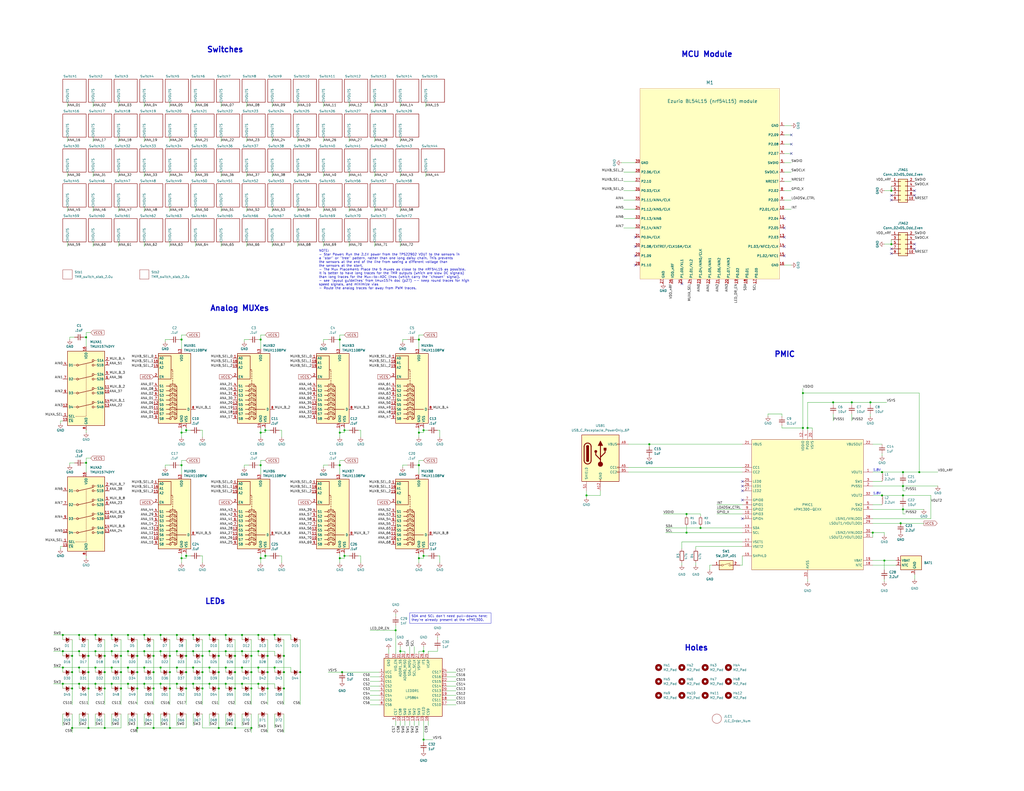
<source format=kicad_sch>
(kicad_sch (version 20250114) (generator "eeschema") (generator_version "9.0")
  (paper "C")
  (text "Holes" (at 373.38 355.6 0) (effects (font (size 3 3) (bold yes)) (justify left bottom)))
  (text "1.8V" (at 478.536 256.794 0) (effects (font (size 1.27 1.27))))
  (text "MCU Module" (at 371.602 31.496 0) (effects (font (size 3 3) (bold yes)) (justify left bottom)))
  (text "Analog MUXes" (at 114.554 170.18 0) (effects (font (size 3 3) (bold yes)) (justify left bottom)))
  (text "LEDs" (at 111.76 330.2 0) (effects (font (size 3 3) (bold yes)) (justify left bottom)))
  (text "PMIC" (at 422.402 195.326 0) (effects (font (size 3 3) (bold yes)) (justify left bottom)))
  (text "NOTE:\n- Star Power: Run the 2.1V power from the TPS22902 VOUT to the sensors in \na \"star\" or \"tree\" pattern, rather than one long daisy chain. This prevents \nthe sensors at the end of the line from seeing a different voltage than \nthe sensors at the start.\n- The Mux Placement: Place the 5 muxes as close to the nRF54L15 as possible. \nIt is better to have long traces for the TMR outputs (which are slow DC signals) \nthan long traces for the Mux-to-ADC lines (which carry the \"chosen\" signal).\n- see 'layout guidelines' from tmux1574 doc (p27) -- keep round traces for high \nspeed signals, and minimize vias\n- Route the analog traces far away from PWM traces.\n" (at 173.99 158.242 0) (effects (font (size 1.27 1.27)) (justify left bottom)))
  (text "Switches" (at 112.776 28.956 0) (effects (font (size 3 3) (bold yes)) (justify left bottom)))
  (text "1.8V" (at 478.536 269.494 0) (effects (font (size 1.27 1.27))))
  (text_box "SDA and SCL don't need pull-downs here; \nthey're already present at the nPM1300.\n" (at 223.52 334.645 0) (size 44.45 5.715) (margins 0.9525 0.9525 0.9525 0.9525) (effects (font (size 1.27 1.27)) (justify left top)))
  (junction (at 142.24 185.42))
  (junction (at 48.26 358.14))
  (junction (at 123.19 373.38))
  (junction (at 144.78 234.95))
  (junction (at 114.3 364.49))
  (junction (at 123.19 364.49))
  (junction (at 83.82 397.51))
  (junction (at 185.42 304.8))
  (junction (at 486.41 104.14))
  (junction (at 132.08 355.6))
  (junction (at 48.26 375.92))
  (junction (at 48.26 397.51))
  (junction (at 137.16 358.14))
  (junction (at 43.18 346.71))
  (junction (at 92.71 397.51))
  (junction (at 39.37 367.03))
  (junction (at 128.27 397.51))
  (junction (at 101.6 303.53))
  (junction (at 92.71 358.14))
  (junction (at 146.05 358.14))
  (junction (at 52.07 364.49))
  (junction (at 96.52 364.49))
  (junction (at 140.97 355.6))
  (junction (at 83.82 367.03))
  (junction (at 34.29 373.38))
  (junction (at 140.97 373.38))
  (junction (at 83.82 375.92))
  (junction (at 39.37 375.92))
  (junction (at 454.66 219.71))
  (junction (at 142.24 304.8))
  (junction (at 96.52 355.6))
  (junction (at 96.52 346.71))
  (junction (at 185.42 254))
  (junction (at 491.49 285.75))
  (junction (at 132.08 373.38))
  (junction (at 114.3 355.6))
  (junction (at 101.6 358.14))
  (junction (at 481.33 270.51))
  (junction (at 110.49 367.03))
  (junction (at 99.06 185.42))
  (junction (at 105.41 373.38))
  (junction (at 128.27 367.03))
  (junction (at 119.38 397.51))
  (junction (at 231.14 234.95))
  (junction (at 57.15 367.03))
  (junction (at 438.15 233.68))
  (junction (at 142.24 254))
  (junction (at 69.85 364.49))
  (junction (at 60.96 355.6))
  (junction (at 132.08 364.49))
  (junction (at 149.86 346.71))
  (junction (at 185.42 236.22))
  (junction (at 99.06 304.8))
  (junction (at 92.71 375.92))
  (junction (at 185.42 185.42))
  (junction (at 83.82 358.14))
  (junction (at 57.15 397.51))
  (junction (at 114.3 373.38))
  (junction (at 60.96 346.71))
  (junction (at 34.29 355.6))
  (junction (at 501.65 257.81))
  (junction (at 187.96 234.95))
  (junction (at 228.6 304.8))
  (junction (at 74.93 397.51))
  (junction (at 105.41 346.71))
  (junction (at 87.63 364.49))
  (junction (at 137.16 367.03))
  (junction (at 119.38 367.03))
  (junction (at 132.08 346.71))
  (junction (at 34.29 364.49))
  (junction (at 481.33 257.81))
  (junction (at 48.26 367.03))
  (junction (at 87.63 373.38))
  (junction (at 78.74 364.49))
  (junction (at 39.37 397.51))
  (junction (at 87.63 355.6))
  (junction (at 228.6 185.42))
  (junction (at 186.69 367.03))
  (junction (at 46.99 252.73))
  (junction (at 66.04 358.14))
  (junction (at 99.06 254))
  (junction (at 486.41 133.35))
  (junction (at 74.93 375.92))
  (junction (at 69.85 346.71))
  (junction (at 154.94 358.14))
  (junction (at 146.05 367.03))
  (junction (at 137.16 397.51))
  (junction (at 492.76 265.43))
  (junction (at 110.49 358.14))
  (junction (at 146.05 375.92))
  (junction (at 52.07 355.6))
  (junction (at 163.83 367.03))
  (junction (at 119.38 375.92))
  (junction (at 154.94 367.03))
  (junction (at 101.6 375.92))
  (junction (at 440.69 233.68))
  (junction (at 187.96 303.53))
  (junction (at 123.19 355.6))
  (junction (at 78.74 346.71))
  (junction (at 228.6 254))
  (junction (at 69.85 355.6))
  (junction (at 149.86 364.49))
  (junction (at 105.41 364.49))
  (junction (at 43.18 373.38))
  (junction (at 66.04 367.03))
  (junction (at 320.04 270.51))
  (junction (at 140.97 346.71))
  (junction (at 105.41 355.6))
  (junction (at 137.16 375.92))
  (junction (at 128.27 358.14))
  (junction (at 474.98 219.71))
  (junction (at 123.19 346.71))
  (junction (at 218.44 355.6))
  (junction (at 78.74 373.38))
  (junction (at 154.94 375.92))
  (junction (at 228.6 236.22))
  (junction (at 354.33 242.57))
  (junction (at 374.65 280.67))
  (junction (at 482.6 306.07))
  (junction (at 60.96 364.49))
  (junction (at 110.49 375.92))
  (junction (at 69.85 373.38))
  (junction (at 99.06 236.22))
  (junction (at 46.99 184.15))
  (junction (at 87.63 346.71))
  (junction (at 92.71 367.03))
  (junction (at 74.93 367.03))
  (junction (at 144.78 303.53))
  (junction (at 78.74 355.6))
  (junction (at 34.29 346.71))
  (junction (at 476.25 290.83))
  (junction (at 96.52 373.38))
  (junction (at 464.82 219.71))
  (junction (at 57.15 358.14))
  (junction (at 52.07 346.71))
  (junction (at 114.3 346.71))
  (junction (at 374.65 290.83))
  (junction (at 128.27 375.92))
  (junction (at 39.37 358.14))
  (junction (at 492.76 278.13))
  (junction (at 438.15 214.63))
  (junction (at 119.38 358.14))
  (junction (at 57.15 375.92))
  (junction (at 492.76 257.81))
  (junction (at 231.14 303.53))
  (junction (at 66.04 375.92))
  (junction (at 101.6 367.03))
  (junction (at 52.07 373.38))
  (junction (at 140.97 364.49))
  (junction (at 43.18 364.49))
  (junction (at 101.6 234.95))
  (junction (at 492.76 270.51))
  (junction (at 43.18 355.6))
  (junction (at 231.14 403.86))
  (junction (at 215.9 344.17))
  (junction (at 382.27 288.29))
  (junction (at 60.96 373.38))
  (junction (at 231.14 355.6))
  (junction (at 142.24 236.22))
  (junction (at 74.93 358.14))
  (no_connect (at 405.13 273.05))
  (no_connect (at 346.71 134.62))
  (no_connect (at 372.11 154.94))
  (no_connect (at 427.99 139.7))
  (no_connect (at 427.99 119.38))
  (no_connect (at 499.11 135.89))
  (no_connect (at 427.99 134.62))
  (no_connect (at 486.41 138.43))
  (no_connect (at 431.8 78.74))
  (no_connect (at 346.71 129.54))
  (no_connect (at 486.41 109.22))
  (no_connect (at 346.71 139.7))
  (no_connect (at 499.11 106.68))
  (no_connect (at 405.13 283.21))
  (no_connect (at 405.13 262.89))
  (no_connect (at 499.11 104.14))
  (no_connect (at 431.8 83.82))
  (no_connect (at 486.41 106.68))
  (no_connect (at 427.99 129.54))
  (no_connect (at 405.13 267.97))
  (no_connect (at 346.71 144.78))
  (no_connect (at 431.8 73.66))
  (no_connect (at 405.13 265.43))
  (no_connect (at 486.41 135.89))
  (no_connect (at 427.99 124.46))
  (no_connect (at 499.11 133.35))
  (wire (pts (xy 110.49 234.95) (xy 110.49 238.76)))
  (wire (pts (xy 405.13 303.53) (xy 405.13 308.61)))
  (wire (pts (xy 123.19 389.89) (xy 123.19 396.24)))
  (wire (pts (xy 96.52 373.38) (xy 105.41 373.38)))
  (wire (pts (xy 231.14 403.86) (xy 236.22 403.86)))
  (wire (pts (xy 223.52 393.7) (xy 223.52 396.24)))
  (wire (pts (xy 64.77 74.93) (xy 64.77 77.47)))
  (wire (pts (xy 196.85 303.53) (xy 196.85 307.34)))
  (wire (pts (xy 238.76 234.95) (xy 240.03 234.95)))
  (wire (pts (xy 154.94 375.92) (xy 154.94 384.81)))
  (wire (pts (xy 132.08 355.6) (xy 132.08 358.14)))
  (wire (pts (xy 222.25 254) (xy 219.71 254)))
  (wire (pts (xy 220.98 356.87) (xy 220.98 355.6)))
  (wire (pts (xy 240.03 303.53) (xy 240.03 307.34)))
  (wire (pts (xy 46.99 257.81) (xy 46.99 252.73)))
  (wire (pts (xy 426.72 227.33) (xy 426.72 226.06)))
  (wire (pts (xy 492.76 278.13) (xy 492.76 276.86)))
  (wire (pts (xy 135.89 185.42) (xy 133.35 185.42)))
  (wire (pts (xy 201.93 372.11) (xy 207.01 372.11)))
  (wire (pts (xy 50.8 113.03) (xy 50.8 115.57)))
  (wire (pts (xy 99.06 190.5) (xy 99.06 185.42)))
  (wire (pts (xy 78.74 364.49) (xy 87.63 364.49)))
  (wire (pts (xy 66.04 367.03) (xy 66.04 375.92)))
  (wire (pts (xy 99.06 233.68) (xy 99.06 236.22)))
  (wire (pts (xy 105.41 364.49) (xy 114.3 364.49)))
  (wire (pts (xy 69.85 373.38) (xy 78.74 373.38)))
  (wire (pts (xy 486.41 133.35) (xy 482.6 133.35)))
  (wire (pts (xy 101.6 236.22) (xy 99.06 236.22)))
  (wire (pts (xy 135.89 254) (xy 133.35 254)))
  (wire (pts (xy 464.82 226.06) (xy 464.82 229.87)))
  (wire (pts (xy 476.25 262.89) (xy 481.33 262.89)))
  (wire (pts (xy 34.29 373.38) (xy 43.18 373.38)))
  (wire (pts (xy 231.14 233.68) (xy 231.14 234.95)))
  (wire (pts (xy 176.53 132.08) (xy 176.53 134.62)))
  (wire (pts (xy 120.65 55.88) (xy 120.65 58.42)))
  (wire (pts (xy 78.74 113.03) (xy 78.74 115.57)))
  (wire (pts (xy 363.22 288.29) (xy 382.27 288.29)))
  (wire (pts (xy 218.44 393.7) (xy 218.44 396.24)))
  (wire (pts (xy 87.63 355.6) (xy 96.52 355.6)))
  (wire (pts (xy 52.07 346.71) (xy 52.07 349.25)))
  (wire (pts (xy 60.96 364.49) (xy 69.85 364.49)))
  (wire (pts (xy 231.14 234.95) (xy 231.14 236.22)))
  (wire (pts (xy 149.86 389.89) (xy 149.86 397.51)))
  (wire (pts (xy 218.44 113.03) (xy 218.44 115.57)))
  (wire (pts (xy 482.6 306.07) (xy 482.6 311.15)))
  (wire (pts (xy 87.63 346.71) (xy 96.52 346.71)))
  (wire (pts (xy 176.53 185.42) (xy 176.53 186.69)))
  (wire (pts (xy 34.29 364.49) (xy 34.29 367.03)))
  (wire (pts (xy 144.78 236.22) (xy 142.24 236.22)))
  (wire (pts (xy 78.74 373.38) (xy 87.63 373.38)))
  (wire (pts (xy 492.76 270.51) (xy 508 270.51)))
  (wire (pts (xy 46.99 181.61) (xy 46.99 184.15)))
  (wire (pts (xy 185.42 304.8) (xy 185.42 307.34)))
  (wire (pts (xy 74.93 375.92) (xy 74.93 384.81)))
  (wire (pts (xy 232.41 93.98) (xy 232.41 96.52)))
  (wire (pts (xy 443.23 233.68) (xy 440.69 233.68)))
  (wire (pts (xy 228.6 393.7) (xy 228.6 396.24)))
  (wire (pts (xy 476.25 278.13) (xy 492.76 278.13)))
  (wire (pts (xy 78.74 346.71) (xy 87.63 346.71)))
  (wire (pts (xy 74.93 349.25) (xy 74.93 358.14)))
  (wire (pts (xy 228.6 304.8) (xy 228.6 307.34)))
  (wire (pts (xy 137.16 389.89) (xy 137.16 397.51)))
  (wire (pts (xy 87.63 389.89) (xy 87.63 396.24)))
  (wire (pts (xy 57.15 358.14) (xy 57.15 367.03)))
  (wire (pts (xy 427.99 88.9) (xy 431.8 88.9)))
  (wire (pts (xy 133.35 254) (xy 133.35 255.27)))
  (wire (pts (xy 454.66 219.71) (xy 454.66 220.98)))
  (wire (pts (xy 69.85 346.71) (xy 69.85 349.25)))
  (wire (pts (xy 34.29 355.6) (xy 43.18 355.6)))
  (wire (pts (xy 162.56 113.03) (xy 162.56 115.57)))
  (wire (pts (xy 128.27 367.03) (xy 128.27 375.92)))
  (wire (pts (xy 219.71 185.42) (xy 219.71 186.69)))
  (wire (pts (xy 144.78 251.46) (xy 142.24 251.46)))
  (wire (pts (xy 114.3 355.6) (xy 123.19 355.6)))
  (wire (pts (xy 57.15 375.92) (xy 57.15 384.81)))
  (wire (pts (xy 60.96 373.38) (xy 69.85 373.38)))
  (wire (pts (xy 101.6 251.46) (xy 99.06 251.46)))
  (wire (pts (xy 52.07 355.6) (xy 52.07 358.14)))
  (wire (pts (xy 482.6 306.07) (xy 488.95 306.07)))
  (wire (pts (xy 92.71 113.03) (xy 92.71 115.57)))
  (wire (pts (xy 196.85 234.95) (xy 196.85 238.76)))
  (wire (pts (xy 90.17 254) (xy 90.17 255.27)))
  (wire (pts (xy 33.02 229.87) (xy 33.02 231.14)))
  (wire (pts (xy 215.9 341.63) (xy 215.9 344.17)))
  (wire (pts (xy 379.73 307.34) (xy 379.73 308.61)))
  (wire (pts (xy 187.96 302.26) (xy 187.96 303.53)))
  (wire (pts (xy 149.86 373.38) (xy 149.86 375.92)))
  (wire (pts (xy 382.27 287.02) (xy 382.27 288.29)))
  (wire (pts (xy 201.93 374.65) (xy 207.01 374.65)))
  (wire (pts (xy 128.27 389.89) (xy 128.27 397.51)))
  (wire (pts (xy 114.3 355.6) (xy 114.3 358.14)))
  (wire (pts (xy 132.08 389.89) (xy 132.08 396.24)))
  (wire (pts (xy 43.18 373.38) (xy 52.07 373.38)))
  (wire (pts (xy 99.06 185.42) (xy 97.79 185.42)))
  (wire (pts (xy 60.96 389.89) (xy 60.96 396.24)))
  (wire (pts (xy 50.8 74.93) (xy 50.8 77.47)))
  (wire (pts (xy 391.16 280.67) (xy 405.13 280.67)))
  (wire (pts (xy 340.36 104.14) (xy 346.71 104.14)))
  (wire (pts (xy 153.67 234.95) (xy 153.67 238.76)))
  (wire (pts (xy 186.69 367.03) (xy 207.01 367.03)))
  (wire (pts (xy 134.62 113.03) (xy 134.62 115.57)))
  (wire (pts (xy 374.65 290.83) (xy 405.13 290.83)))
  (wire (pts (xy 354.33 242.57) (xy 405.13 242.57)))
  (wire (pts (xy 101.6 303.53) (xy 104.14 303.53)))
  (wire (pts (xy 101.6 349.25) (xy 101.6 358.14)))
  (wire (pts (xy 144.78 182.88) (xy 142.24 182.88)))
  (wire (pts (xy 29.21 346.71) (xy 34.29 346.71)))
  (wire (pts (xy 176.53 74.93) (xy 176.53 77.47)))
  (wire (pts (xy 105.41 364.49) (xy 105.41 367.03)))
  (wire (pts (xy 440.69 219.71) (xy 454.66 219.71)))
  (wire (pts (xy 228.6 302.26) (xy 228.6 304.8)))
  (wire (pts (xy 66.04 349.25) (xy 66.04 358.14)))
  (wire (pts (xy 228.6 259.08) (xy 228.6 254)))
  (wire (pts (xy 190.5 132.08) (xy 190.5 134.62)))
  (wire (pts (xy 248.92 374.65) (xy 243.84 374.65)))
  (wire (pts (xy 38.1 184.15) (xy 38.1 185.42)))
  (wire (pts (xy 443.23 234.95) (xy 443.23 233.68)))
  (wire (pts (xy 499.11 313.69) (xy 499.11 316.23)))
  (wire (pts (xy 87.63 355.6) (xy 87.63 358.14)))
  (wire (pts (xy 92.71 397.51) (xy 83.82 397.51)))
  (wire (pts (xy 179.07 254) (xy 176.53 254)))
  (wire (pts (xy 427.99 78.74) (xy 431.8 78.74)))
  (wire (pts (xy 96.52 355.6) (xy 105.41 355.6)))
  (wire (pts (xy 372.11 307.34) (xy 372.11 308.61)))
  (wire (pts (xy 346.71 114.3) (xy 340.36 114.3)))
  (wire (pts (xy 64.77 113.03) (xy 64.77 115.57)))
  (wire (pts (xy 133.35 185.42) (xy 133.35 186.69)))
  (wire (pts (xy 142.24 185.42) (xy 140.97 185.42)))
  (wire (pts (xy 87.63 373.38) (xy 96.52 373.38)))
  (wire (pts (xy 152.4 303.53) (xy 153.67 303.53)))
  (wire (pts (xy 222.25 185.42) (xy 219.71 185.42)))
  (wire (pts (xy 491.49 285.75) (xy 504.19 285.75)))
  (wire (pts (xy 92.71 254) (xy 90.17 254)))
  (wire (pts (xy 66.04 397.51) (xy 57.15 397.51)))
  (wire (pts (xy 218.44 55.88) (xy 218.44 58.42)))
  (wire (pts (xy 106.68 74.93) (xy 106.68 77.47)))
  (wire (pts (xy 83.82 358.14) (xy 83.82 367.03)))
  (wire (pts (xy 49.53 181.61) (xy 46.99 181.61)))
  (wire (pts (xy 52.07 346.71) (xy 60.96 346.71)))
  (wire (pts (xy 426.72 226.06) (xy 419.1 226.06)))
  (wire (pts (xy 106.68 55.88) (xy 106.68 58.42)))
  (wire (pts (xy 163.83 367.03) (xy 163.83 384.81)))
  (wire (pts (xy 228.6 355.6) (xy 231.14 355.6)))
  (wire (pts (xy 231.14 355.6) (xy 231.14 356.87)))
  (wire (pts (xy 212.09 354.33) (xy 212.09 356.87)))
  (wire (pts (xy 92.71 132.08) (xy 92.71 134.62)))
  (wire (pts (xy 34.29 364.49) (xy 43.18 364.49)))
  (wire (pts (xy 427.99 99.06) (xy 431.8 99.06)))
  (wire (pts (xy 201.93 379.73) (xy 207.01 379.73)))
  (wire (pts (xy 153.67 303.53) (xy 153.67 307.34)))
  (wire (pts (xy 228.6 185.42) (xy 227.33 185.42)))
  (wire (pts (xy 142.24 233.68) (xy 142.24 236.22)))
  (wire (pts (xy 96.52 364.49) (xy 105.41 364.49)))
  (wire (pts (xy 109.22 234.95) (xy 110.49 234.95)))
  (wire (pts (xy 201.93 377.19) (xy 207.01 377.19)))
  (wire (pts (xy 144.78 234.95) (xy 147.32 234.95)))
  (wire (pts (xy 36.83 113.03) (xy 36.83 115.57)))
  (wire (pts (xy 132.08 373.38) (xy 132.08 375.92)))
  (wire (pts (xy 34.29 389.89) (xy 34.29 396.24)))
  (wire (pts (xy 382.27 280.67) (xy 382.27 281.94)))
  (wire (pts (xy 78.74 93.98) (xy 78.74 96.52)))
  (wire (pts (xy 231.14 304.8) (xy 228.6 304.8)))
  (wire (pts (xy 148.59 93.98) (xy 148.59 96.52)))
  (wire (pts (xy 105.41 346.71) (xy 114.3 346.71)))
  (wire (pts (xy 327.66 267.97) (xy 327.66 270.51)))
  (wire (pts (xy 340.36 99.06) (xy 346.71 99.06)))
  (wire (pts (xy 137.16 358.14) (xy 137.16 367.03)))
  (wire (pts (xy 105.41 355.6) (xy 114.3 355.6)))
  (wire (pts (xy 110.49 303.53) (xy 110.49 307.34)))
  (wire (pts (xy 144.78 302.26) (xy 144.78 303.53)))
  (wire (pts (xy 34.29 373.38) (xy 34.29 375.92)))
  (wire (pts (xy 132.08 346.71) (xy 140.97 346.71)))
  (wire (pts (xy 83.82 349.25) (xy 83.82 358.14)))
  (wire (pts (xy 474.98 219.71) (xy 483.87 219.71)))
  (wire (pts (xy 187.96 236.22) (xy 185.42 236.22)))
  (wire (pts (xy 99.06 251.46) (xy 99.06 254)))
  (wire (pts (xy 187.96 234.95) (xy 187.96 236.22)))
  (wire (pts (xy 204.47 55.88) (xy 204.47 58.42)))
  (wire (pts (xy 96.52 346.71) (xy 96.52 349.25)))
  (wire (pts (xy 374.65 287.02) (xy 374.65 290.83)))
  (wire (pts (xy 382.27 288.29) (xy 405.13 288.29)))
  (wire (pts (xy 240.03 234.95) (xy 240.03 238.76)))
  (wire (pts (xy 142.24 251.46) (xy 142.24 254)))
  (wire (pts (xy 354.33 242.57) (xy 354.33 243.84)))
  (wire (pts (xy 201.93 369.57) (xy 207.01 369.57)))
  (wire (pts (xy 123.19 346.71) (xy 123.19 349.25)))
  (wire (pts (xy 105.41 355.6) (xy 105.41 358.14)))
  (wire (pts (xy 134.62 93.98) (xy 134.62 96.52)))
  (wire (pts (xy 46.99 189.23) (xy 46.99 184.15)))
  (wire (pts (xy 187.96 251.46) (xy 185.42 251.46)))
  (wire (pts (xy 140.97 346.71) (xy 140.97 349.25)))
  (wire (pts (xy 99.06 304.8) (xy 99.06 307.34)))
  (wire (pts (xy 40.64 184.15) (xy 38.1 184.15)))
  (wire (pts (xy 148.59 55.88) (xy 148.59 58.42)))
  (wire (pts (xy 114.3 364.49) (xy 114.3 367.03)))
  (wire (pts (xy 440.69 233.68) (xy 440.69 219.71)))
  (wire (pts (xy 119.38 349.25) (xy 119.38 358.14)))
  (wire (pts (xy 231.14 182.88) (xy 228.6 182.88)))
  (wire (pts (xy 419.1 226.06) (xy 419.1 227.33)))
  (wire (pts (xy 427.99 83.82) (xy 431.8 83.82)))
  (wire (pts (xy 46.99 252.73) (xy 45.72 252.73)))
  (wire (pts (xy 57.15 397.51) (xy 48.26 397.51)))
  (wire (pts (xy 152.4 234.95) (xy 153.67 234.95)))
  (wire (pts (xy 36.83 55.88) (xy 36.83 58.42)))
  (wire (pts (xy 243.84 367.03) (xy 248.92 367.03)))
  (wire (pts (xy 110.49 349.25) (xy 110.49 358.14)))
  (wire (pts (xy 43.18 346.71) (xy 52.07 346.71)))
  (wire (pts (xy 438.15 233.68) (xy 426.72 233.68)))
  (wire (pts (xy 69.85 355.6) (xy 69.85 358.14)))
  (wire (pts (xy 110.49 389.89) (xy 110.49 397.51)))
  (wire (pts (xy 492.76 267.97) (xy 492.76 265.43)))
  (wire (pts (xy 427.99 73.66) (xy 431.8 73.66)))
  (wire (pts (xy 99.06 182.88) (xy 99.06 185.42)))
  (wire (pts (xy 233.68 356.87) (xy 233.68 355.6)))
  (wire (pts (xy 486.41 104.14) (xy 482.6 104.14)))
  (wire (pts (xy 231.14 353.06) (xy 231.14 355.6)))
  (wire (pts (xy 476.25 290.83) (xy 476.25 293.37)))
  (wire (pts (xy 218.44 353.06) (xy 218.44 355.6)))
  (wire (pts (xy 92.71 349.25) (xy 92.71 358.14)))
  (wire (pts (xy 248.92 369.57) (xy 243.84 369.57)))
  (wire (pts (xy 92.71 55.88) (xy 92.71 58.42)))
  (wire (pts (xy 427.99 114.3) (xy 431.8 114.3)))
  (wire (pts (xy 99.06 254) (xy 97.79 254)))
  (wire (pts (xy 231.14 302.26) (xy 231.14 303.53)))
  (wire (pts (xy 405.13 298.45) (xy 379.73 298.45)))
  (wire (pts (xy 228.6 182.88) (xy 228.6 185.42)))
  (wire (pts (xy 48.26 389.89) (xy 48.26 397.51)))
  (wire (pts (xy 218.44 132.08) (xy 218.44 134.62)))
  (wire (pts (xy 474.98 226.06) (xy 474.98 227.33)))
  (wire (pts (xy 179.07 185.42) (xy 176.53 185.42)))
  (wire (pts (xy 427.99 144.78) (xy 431.8 144.78)))
  (wire (pts (xy 78.74 355.6) (xy 78.74 358.14)))
  (wire (pts (xy 52.07 389.89) (xy 52.07 396.24)))
  (wire (pts (xy 185.42 251.46) (xy 185.42 254)))
  (wire (pts (xy 39.37 375.92) (xy 39.37 384.81)))
  (wire (pts (xy 187.96 182.88) (xy 185.42 182.88)))
  (wire (pts (xy 83.82 397.51) (xy 74.93 397.51)))
  (wire (pts (xy 140.97 373.38) (xy 140.97 375.92)))
  (wire (pts (xy 158.75 346.71) (xy 158.75 349.25)))
  (wire (pts (xy 492.76 257.81) (xy 492.76 259.08)))
  (wire (pts (xy 185.42 190.5) (xy 185.42 185.42)))
  (wire (pts (xy 248.92 384.81) (xy 243.84 384.81)))
  (wire (pts (xy 154.94 349.25) (xy 154.94 358.14)))
  (wire (pts (xy 204.47 132.08) (xy 204.47 134.62)))
  (wire (pts (xy 492.76 270.51) (xy 492.76 271.78)))
  (wire (pts (xy 43.18 389.89) (xy 43.18 396.24)))
  (wire (pts (xy 481.33 257.81) (xy 492.76 257.81)))
  (wire (pts (xy 105.41 373.38) (xy 105.41 375.92)))
  (wire (pts (xy 39.37 389.89) (xy 39.37 397.51)))
  (wire (pts (xy 134.62 132.08) (xy 134.62 134.62)))
  (wire (pts (xy 140.97 355.6) (xy 140.97 358.14)))
  (wire (pts (xy 78.74 55.88) (xy 78.74 58.42)))
  (wire (pts (xy 92.71 375.92) (xy 92.71 384.81)))
  (wire (pts (xy 228.6 251.46) (xy 228.6 254)))
  (wire (pts (xy 48.26 358.14) (xy 48.26 367.03)))
  (wire (pts (xy 492.76 265.43) (xy 511.81 265.43)))
  (wire (pts (xy 149.86 364.49) (xy 149.86 367.03)))
  (wire (pts (xy 176.53 93.98) (xy 176.53 96.52)))
  (wire (pts (xy 476.25 242.57) (xy 481.33 242.57)))
  (wire (pts (xy 87.63 373.38) (xy 87.63 375.92)))
  (wire (pts (xy 501.65 214.63) (xy 438.15 214.63)))
  (wire (pts (xy 132.08 373.38) (xy 140.97 373.38)))
  (wire (pts (xy 476.25 275.59) (xy 481.33 275.59)))
  (wire (pts (xy 101.6 234.95) (xy 104.14 234.95)))
  (wire (pts (xy 74.93 358.14) (xy 74.93 367.03)))
  (wire (pts (xy 92.71 93.98) (xy 92.71 96.52)))
  (wire (pts (xy 48.26 349.25) (xy 48.26 358.14)))
  (wire (pts (xy 142.24 236.22) (xy 142.24 238.76)))
  (wire (pts (xy 83.82 389.89) (xy 83.82 397.51)))
  (wire (pts (xy 96.52 355.6) (xy 96.52 358.14)))
  (wire (pts (xy 195.58 303.53) (xy 196.85 303.53)))
  (wire (pts (xy 90.17 185.42) (xy 90.17 186.69)))
  (wire (pts (xy 231.14 303.53) (xy 233.68 303.53)))
  (wire (pts (xy 185.42 254) (xy 184.15 254)))
  (wire (pts (xy 218.44 93.98) (xy 218.44 96.52)))
  (wire (pts (xy 187.96 233.68) (xy 187.96 234.95)))
  (wire (pts (xy 46.99 234.95) (xy 46.99 236.22)))
  (wire (pts (xy 140.97 364.49) (xy 140.97 367.03)))
  (wire (pts (xy 185.42 185.42) (xy 184.15 185.42)))
  (wire (pts (xy 29.21 355.6) (xy 34.29 355.6)))
  (wire (pts (xy 363.22 290.83) (xy 374.65 290.83)))
  (wire (pts (xy 231.14 234.95) (xy 233.68 234.95)))
  (wire (pts (xy 372.11 295.91) (xy 372.11 299.72)))
  (wire (pts (xy 114.3 346.71) (xy 114.3 349.25)))
  (wire (pts (xy 231.14 236.22) (xy 228.6 236.22)))
  (wire (pts (xy 128.27 375.92) (xy 128.27 384.81)))
  (wire (pts (xy 119.38 389.89) (xy 119.38 397.51)))
  (wire (pts (xy 96.52 389.89) (xy 96.52 396.24)))
  (wire (pts (xy 142.24 254) (xy 140.97 254)))
  (wire (pts (xy 440.69 316.23) (xy 440.69 317.5)))
  (wire (pts (xy 204.47 74.93) (xy 204.47 77.47)))
  (wire (pts (xy 426.72 233.68) (xy 426.72 232.41)))
  (wire (pts (xy 176.53 55.88) (xy 176.53 58.42)))
  (wire (pts (xy 162.56 132.08) (xy 162.56 134.62)))
  (wire (pts (xy 106.68 93.98) (xy 106.68 96.52)))
  (wire (pts (xy 220.98 355.6) (xy 218.44 355.6)))
  (wire (pts (xy 87.63 364.49) (xy 96.52 364.49)))
  (wire (pts (xy 149.86 364.49) (xy 158.75 364.49)))
  (wire (pts (xy 320.04 267.97) (xy 320.04 270.51)))
  (wire (pts (xy 346.71 124.46) (xy 340.36 124.46)))
  (wire (pts (xy 248.92 377.19) (xy 243.84 377.19)))
  (wire (pts (xy 391.16 275.59) (xy 405.13 275.59)))
  (wire (pts (xy 78.74 346.71) (xy 78.74 349.25)))
  (wire (pts (xy 101.6 233.68) (xy 101.6 234.95)))
  (wire (pts (xy 99.06 236.22) (xy 99.06 238.76)))
  (wire (pts (xy 140.97 355.6) (xy 149.86 355.6)))
  (wire (pts (xy 204.47 93.98) (xy 204.47 96.52)))
  (wire (pts (xy 486.41 130.81) (xy 486.41 133.35)))
  (wire (pts (xy 29.21 364.49) (xy 34.29 364.49)))
  (wire (pts (xy 43.18 355.6) (xy 43.18 358.14)))
  (wire (pts (xy 39.37 397.51) (xy 39.37 400.05)))
  (wire (pts (xy 342.9 255.27) (xy 405.13 255.27)))
  (wire (pts (xy 132.08 364.49) (xy 132.08 367.03)))
  (wire (pts (xy 464.82 219.71) (xy 464.82 220.98)))
  (wire (pts (xy 427.99 104.14) (xy 431.8 104.14)))
  (wire (pts (xy 185.42 259.08) (xy 185.42 254)))
  (wire (pts (xy 494.03 267.97) (xy 492.76 267.97)))
  (wire (pts (xy 87.63 364.49) (xy 87.63 367.03)))
  (wire (pts (xy 387.35 308.61) (xy 387.35 311.15)))
  (wire (pts (xy 101.6 303.53) (xy 101.6 304.8)))
  (wire (pts (xy 187.96 304.8) (xy 185.42 304.8)))
  (wire (pts (xy 83.82 375.92) (xy 83.82 384.81)))
  (wire (pts (xy 388.62 308.61) (xy 387.35 308.61)))
  (wire (pts (xy 501.65 257.81) (xy 511.81 257.81)))
  (wire (pts (xy 231.14 393.7) (xy 231.14 403.86)))
  (wire (pts (xy 144.78 303.53) (xy 144.78 304.8)))
  (wire (pts (xy 190.5 113.03) (xy 190.5 115.57)))
  (wire (pts (xy 176.53 254) (xy 176.53 255.27)))
  (wire (pts (xy 486.41 101.6) (xy 486.41 104.14)))
  (wire (pts (xy 140.97 346.71) (xy 149.86 346.71)))
  (wire (pts (xy 92.71 358.14) (xy 92.71 367.03)))
  (wire (pts (xy 52.07 373.38) (xy 52.07 375.92)))
  (wire (pts (xy 187.96 234.95) (xy 190.5 234.95)))
  (wire (pts (xy 179.07 367.03) (xy 186.69 367.03)))
  (wire (pts (xy 149.86 346.71) (xy 149.86 349.25)))
  (wire (pts (xy 43.18 364.49) (xy 52.07 364.49)))
  (wire (pts (xy 36.83 132.08) (xy 36.83 134.62)))
  (wire (pts (xy 476.25 308.61) (xy 488.95 308.61)))
  (wire (pts (xy 96.52 373.38) (xy 96.52 375.92)))
  (wire (pts (xy 231.14 251.46) (xy 228.6 251.46)))
  (wire (pts (xy 132.08 346.71) (xy 132.08 349.25)))
  (wire (pts (xy 114.3 373.38) (xy 123.19 373.38)))
  (wire (pts (xy 114.3 389.89) (xy 114.3 396.24)))
  (wire (pts (xy 228.6 190.5) (xy 228.6 185.42)))
  (wire (pts (xy 38.1 252.73) (xy 38.1 254)))
  (wire (pts (xy 119.38 367.03) (xy 119.38 375.92)))
  (wire (pts (xy 342.9 257.81) (xy 405.13 257.81)))
  (wire (pts (xy 374.65 280.67) (xy 374.65 281.94)))
  (wire (pts (xy 481.33 270.51) (xy 492.76 270.51)))
  (wire (pts (xy 231.14 303.53) (xy 231.14 304.8)))
  (wire (pts (xy 109.22 303.53) (xy 110.49 303.53)))
  (wire (pts (xy 99.06 259.08) (xy 99.06 254)))
  (wire (pts (xy 39.37 349.25) (xy 39.37 358.14)))
  (wire (pts (xy 176.53 113.03) (xy 176.53 115.57)))
  (wire (pts (xy 101.6 375.92) (xy 101.6 384.81)))
  (wire (pts (xy 144.78 234.95) (xy 144.78 236.22)))
  (wire (pts (xy 39.37 358.14) (xy 39.37 367.03)))
  (wire (pts (xy 114.3 364.49) (xy 123.19 364.49)))
  (wire (pts (xy 114.3 346.71) (xy 123.19 346.71)))
  (wire (pts (xy 215.9 335.28) (xy 215.9 336.55)))
  (wire (pts (xy 105.41 389.89) (xy 105.41 396.24)))
  (wire (pts (xy 149.86 346.71) (xy 158.75 346.71)))
  (wire (pts (xy 454.66 219.71) (xy 464.82 219.71)))
  (wire (pts (xy 78.74 74.93) (xy 78.74 77.47)))
  (wire (pts (xy 476.25 290.83) (xy 482.6 290.83)))
  (wire (pts (xy 34.29 229.87) (xy 33.02 229.87)))
  (wire (pts (xy 233.68 355.6) (xy 238.76 355.6)))
  (wire (pts (xy 34.29 298.45) (xy 33.02 298.45)))
  (wire (pts (xy 148.59 132.08) (xy 148.59 134.62)))
  (wire (pts (xy 43.18 346.71) (xy 43.18 349.25)))
  (wire (pts (xy 190.5 55.88) (xy 190.5 58.42)))
  (wire (pts (xy 123.19 346.71) (xy 132.08 346.71)))
  (wire (pts (xy 57.15 389.89) (xy 57.15 397.51)))
  (wire (pts (xy 128.27 349.25) (xy 128.27 358.14)))
  (wire (pts (xy 106.68 132.08) (xy 106.68 134.62)))
  (wire (pts (xy 248.92 372.11) (xy 243.84 372.11)))
  (wire (pts (xy 128.27 397.51) (xy 137.16 397.51)))
  (wire (pts (xy 120.65 113.03) (xy 120.65 115.57)))
  (wire (pts (xy 154.94 389.89) (xy 154.94 400.05)))
  (wire (pts (xy 482.6 316.23) (xy 482.6 317.5)))
  (wire (pts (xy 64.77 55.88) (xy 64.77 58.42)))
  (wire (pts (xy 185.42 233.68) (xy 185.42 236.22)))
  (wire (pts (xy 405.13 308.61) (xy 403.86 308.61)))
  (wire (pts (xy 187.96 303.53) (xy 190.5 303.53)))
  (wire (pts (xy 132.08 364.49) (xy 140.97 364.49)))
  (wire (pts (xy 492.76 265.43) (xy 492.76 264.16)))
  (wire (pts (xy 50.8 132.08) (xy 50.8 134.62)))
  (wire (pts (xy 320.04 270.51) (xy 327.66 270.51)))
  (wire (pts (xy 144.78 233.68) (xy 144.78 234.95)))
  (wire (pts (xy 233.68 393.7) (xy 233.68 396.24)))
  (wire (pts (xy 476.25 257.81) (xy 481.33 257.81)))
  (wire (pts (xy 69.85 346.71) (xy 78.74 346.71)))
  (wire (pts (xy 92.71 389.89) (xy 92.71 397.51)))
  (wire (pts (xy 46.99 184.15) (xy 45.72 184.15)))
  (wire (pts (xy 43.18 355.6) (xy 52.07 355.6)))
  (wire (pts (xy 50.8 93.98) (xy 50.8 96.52)))
  (wire (pts (xy 78.74 373.38) (xy 78.74 375.92)))
  (wire (pts (xy 57.15 349.25) (xy 57.15 358.14)))
  (polyline (pts (xy -259.08 556.26) (xy -161.29 556.26)) (stroke (width 0.8128) (type solid)))
  (wire (pts (xy 215.9 344.17) (xy 215.9 356.87)))
  (wire (pts (xy 78.74 389.89) (xy 78.74 396.24)))
  (wire (pts (xy 494.03 280.67) (xy 492.76 280.67)))
  (wire (pts (xy 60.96 355.6) (xy 60.96 358.14)))
  (wire (pts (xy 33.02 298.45) (xy 33.02 299.72)))
  (wire (pts (xy 248.92 382.27) (xy 243.84 382.27)))
  (wire (pts (xy 60.96 346.71) (xy 60.96 349.25)))
  (wire (pts (xy 57.15 367.03) (xy 57.15 375.92)))
  (wire (pts (xy 228.6 233.68) (xy 228.6 236.22)))
  (wire (pts (xy 137.16 375.92) (xy 137.16 384.81)))
  (wire (pts (xy 405.13 295.91) (xy 372.11 295.91)))
  (wire (pts (xy 101.6 358.14) (xy 101.6 367.03)))
  (wire (pts (xy 132.08 355.6) (xy 140.97 355.6)))
  (wire (pts (xy 43.18 373.38) (xy 43.18 375.92)))
  (wire (pts (xy 201.93 344.17) (xy 215.9 344.17)))
  (wire (pts (xy 96.52 364.49) (xy 96.52 367.03)))
  (wire (pts (xy 74.93 389.89) (xy 74.93 397.51)))
  (wire (pts (xy 40.64 252.73) (xy 38.1 252.73)))
  (wire (pts (xy 142.24 304.8) (xy 142.24 307.34)))
  (wire (pts (xy 60.96 346.71) (xy 69.85 346.71)))
  (wire (pts (xy 163.83 349.25) (xy 163.83 367.03)))
  (wire (pts (xy 66.04 375.92) (xy 66.04 384.81)))
  (wire (pts (xy 238.76 303.53) (xy 240.03 303.53)))
  (wire (pts (xy 148.59 74.93) (xy 148.59 77.47)))
  (wire (pts (xy 223.52 353.06) (xy 223.52 356.87)))
  (wire (pts (xy 187.96 303.53) (xy 187.96 304.8)))
  (wire (pts (xy 78.74 364.49) (xy 78.74 367.03)))
  (wire (pts (xy 110.49 397.51) (xy 119.38 397.51)))
  (wire (pts (xy 64.77 93.98) (xy 64.77 96.52)))
  (wire (pts (xy 96.52 346.71) (xy 105.41 346.71)))
  (wire (pts (xy 140.97 364.49) (xy 149.86 364.49)))
  (wire (pts (xy 110.49 375.92) (xy 110.49 384.81)))
  (wire (pts (xy 123.19 364.49) (xy 123.19 367.03)))
  (wire (pts (xy 492.76 280.67) (xy 492.76 278.13)))
  (wire (pts (xy 142.24 182.88) (xy 142.24 185.42)))
  (wire (pts (xy 52.07 355.6) (xy 60.96 355.6)))
  (wire (pts (xy 110.49 358.14) (xy 110.49 367.03)))
  (wire (pts (xy 119.38 358.14) (xy 119.38 367.03)))
  (wire (pts (xy 50.8 55.88) (xy 50.8 58.42)))
  (wire (pts (xy 78.74 132.08) (xy 78.74 134.62)))
  (wire (pts (xy 49.53 250.19) (xy 46.99 250.19)))
  (wire (pts (xy 476.25 270.51) (xy 481.33 270.51)))
  (wire (pts (xy 69.85 389.89) (xy 69.85 396.24)))
  (wire (pts (xy 60.96 355.6) (xy 69.85 355.6)))
  (wire (pts (xy 474.98 219.71) (xy 474.98 220.98)))
  (wire (pts (xy 52.07 364.49) (xy 60.96 364.49)))
  (wire (pts (xy 140.97 373.38) (xy 149.86 373.38)))
  (wire (pts (xy 218.44 355.6) (xy 218.44 356.87)))
  (wire (pts (xy 438.15 212.09) (xy 438.15 214.63)))
  (wire (pts (xy 128.27 358.14) (xy 128.27 367.03)))
  (wire (pts (xy 144.78 303.53) (xy 147.32 303.53)))
  (wire (pts (xy 34.29 346.71) (xy 43.18 346.71)))
  (wire (pts (xy 144.78 304.8) (xy 142.24 304.8)))
  (wire (pts (xy 476.25 265.43) (xy 492.76 265.43)))
  (wire (pts (xy 92.71 367.03) (xy 92.71 375.92)))
  (wire (pts (xy 201.93 384.81) (xy 207.01 384.81)))
  (wire (pts (xy 361.95 280.67) (xy 374.65 280.67)))
  (wire (pts (xy 36.83 93.98) (xy 36.83 96.52)))
  (wire (pts (xy 158.75 364.49) (xy 158.75 367.03)))
  (wire (pts (xy 60.96 364.49) (xy 60.96 367.03)))
  (wire (pts (xy 481.33 247.65) (xy 481.33 248.92)))
  (wire (pts (xy 162.56 55.88) (xy 162.56 58.42)))
  (wire (pts (xy 99.06 302.26) (xy 99.06 304.8)))
  (wire (pts (xy 119.38 397.51) (xy 128.27 397.51)))
  (wire (pts (xy 492.76 278.13) (xy 504.19 278.13)))
  (wire (pts (xy 482.6 290.83) (xy 482.6 292.1)))
  (wire (pts (xy 204.47 113.03) (xy 204.47 115.57)))
  (wire (pts (xy 501.65 257.81) (xy 501.65 214.63)))
  (wire (pts (xy 320.04 270.51) (xy 320.04 271.78)))
  (wire (pts (xy 162.56 93.98) (xy 162.56 96.52)))
  (wire (pts (xy 140.97 389.89) (xy 140.97 397.51)))
  (wire (pts (xy 440.69 234.95) (xy 440.69 233.68)))
  (wire (pts (xy 464.82 219.71) (xy 474.98 219.71)))
  (wire (pts (xy 146.05 375.92) (xy 146.05 384.81)))
  (wire (pts (xy 185.42 182.88) (xy 185.42 185.42)))
  (wire (pts (xy 92.71 74.93) (xy 92.71 77.47)))
  (wire (pts (xy 476.25 283.21) (xy 508 283.21)))
  (wire (pts (xy 146.05 349.25) (xy 146.05 358.14)))
  (wire (pts (xy 46.99 303.53) (xy 46.99 304.8)))
  (wire (pts (xy 190.5 74.93) (xy 190.5 77.47)))
  (wire (pts (xy 492.76 257.81) (xy 501.65 257.81)))
  (wire (pts (xy 101.6 234.95) (xy 101.6 236.22)))
  (wire (pts (xy 34.29 346.71) (xy 34.29 349.25)))
  (wire (pts (xy 101.6 304.8) (xy 99.06 304.8)))
  (wire (pts (xy 201.93 382.27) (xy 207.01 382.27)))
  (wire (pts (xy 78.74 355.6) (xy 87.63 355.6)))
  (wire (pts (xy 48.26 397.51) (xy 39.37 397.51)))
  (wire (pts (xy 476.25 306.07) (xy 482.6 306.07)))
  (wire (pts (xy 48.26 367.03) (xy 48.26 375.92)))
  (wire (pts (xy 218.44 74.93) (xy 218.44 77.47)))
  (wire (pts (xy 162.56 74.93) (xy 162.56 77.47)))
  (wire (pts (xy 391.16 278.13) (xy 405.13 278.13)))
  (wire (pts (xy 232.41 55.88) (xy 232.41 58.42)))
  (wire (pts (xy 123.19 373.38) (xy 132.08 373.38)))
  (wire (pts (xy 220.98 393.7) (xy 220.98 396.24)))
  (wire (pts (xy 101.6 302.26) (xy 101.6 303.53)))
  (wire (pts (xy 374.65 280.67) (xy 382.27 280.67)))
  (wire (pts (xy 60.96 373.38) (xy 60.96 375.92)))
  (wire (pts (xy 146.05 367.03) (xy 146.05 375.92)))
  (wire (pts (xy 137.16 349.25) (xy 137.16 358.14)))
  (wire (pts (xy 154.94 367.03) (xy 154.94 375.92)))
  (wire (pts (xy 226.06 353.06) (xy 226.06 356.87)))
  (wire (pts (xy 52.07 373.38) (xy 60.96 373.38)))
  (wire (pts (xy 438.15 234.95) (xy 438.15 233.68)))
  (wire (pts (xy 339.09 88.9) (xy 346.71 88.9)))
  (wire (pts (xy 342.9 242.57) (xy 354.33 242.57)))
  (wire (pts (xy 149.86 355.6) (xy 149.86 358.14)))
  (wire (pts (xy 238.76 347.98) (xy 238.76 349.25)))
  (wire (pts (xy 137.16 397.51) (xy 137.16 400.05)))
  (wire (pts (xy 379.73 298.45) (xy 379.73 299.72)))
  (wire (pts (xy 137.16 367.03) (xy 137.16 375.92)))
  (wire (pts (xy 66.04 358.14) (xy 66.04 367.03)))
  (wire (pts (xy 134.62 74.93) (xy 134.62 77.47)))
  (wire (pts (xy 69.85 364.49) (xy 78.74 364.49)))
  (wire (pts (xy 48.26 375.92) (xy 48.26 384.81)))
  (wire (pts (xy 142.24 259.08) (xy 142.24 254)))
  (wire (pts (xy 43.18 364.49) (xy 43.18 367.03)))
  (wire (pts (xy 148.59 113.03) (xy 148.59 115.57)))
  (wire (pts (xy 427.99 68.58) (xy 431.8 68.58)))
  (wire (pts (xy 190.5 93.98) (xy 190.5 96.52)))
  (wire (pts (xy 64.77 132.08) (xy 64.77 134.62)))
  (wire (pts (xy 185.42 302.26) (xy 185.42 304.8)))
  (wire (pts (xy 427.99 93.98) (xy 431.8 93.98)))
  (wire (pts (xy 248.92 379.73) (xy 243.84 379.73)))
  (wire (pts (xy 83.82 367.03) (xy 83.82 375.92)))
  (wire (pts (xy 29.21 373.38) (xy 34.29 373.38)))
  (wire (pts (xy 34.29 355.6) (xy 34.29 358.14)))
  (wire (pts (xy 39.37 367.03) (xy 39.37 375.92)))
  (wire (pts (xy 87.63 346.71) (xy 87.63 349.25)))
  (wire (pts (xy 120.65 93.98) (xy 120.65 96.52)))
  (wire (pts (xy 476.25 285.75) (xy 491.49 285.75)))
  (wire (pts (xy 69.85 364.49) (xy 69.85 367.03)))
  (wire (pts (xy 219.71 254) (xy 219.71 255.27)))
  (wire (pts (xy 146.05 389.89) (xy 146.05 400.05)))
  (wire (pts (xy 101.6 389.89) (xy 101.6 397.51)))
  (wire (pts (xy 69.85 355.6) (xy 78.74 355.6)))
  (wire (pts (xy 228.6 356.87) (xy 228.6 355.6)))
  (wire (pts (xy 454.66 226.06) (xy 454.66 229.87)))
  (wire (pts (xy 101.6 182.88) (xy 99.06 182.88)))
  (wire (pts (xy 231.14 403.86) (xy 231.14 405.13)))
  (wire (pts (xy 226.06 393.7) (xy 226.06 396.24)))
  (wire (pts (xy 69.85 373.38) (xy 69.85 375.92)))
  (wire (pts (xy 101.6 397.51) (xy 92.71 397.51)))
  (wire (pts (xy 228.6 236.22) (xy 228.6 238.76)))
  (wire (pts (xy 427.99 109.22) (xy 431.8 109.22)))
  (wire (pts (xy 238.76 355.6) (xy 238.76 354.33)))
  (wire (pts (xy 120.65 74.93) (xy 120.65 77.47)))
  (wire (pts (xy 438.15 214.63) (xy 438.15 233.68)))
  (wire (pts (xy 74.93 397.51) (xy 74.93 400.05)))
  (wire (pts (xy 340.36 93.98) (xy 346.71 93.98)))
  (wire (pts (xy 215.9 393.7) (xy 215.9 396.24)))
  (wire (pts (xy 185.42 236.22) (xy 185.42 238.76)))
  (wire (pts (xy 195.58 234.95) (xy 196.85 234.95)))
  (wire (pts (xy 92.71 185.42) (xy 90.17 185.42)))
  (wire (pts (xy 142.24 302.26) (xy 142.24 304.8)))
  (wire (pts (xy 114.3 373.38) (xy 114.3 375.92)))
  (wire (pts (xy 346.71 109.22) (xy 340.36 109.22)))
  (wire (pts (xy 123.19 373.38) (xy 123.19 375.92)))
  (wire (pts (xy 36.83 74.93) (xy 36.83 77.47)))
  (wire (pts (xy 508 270.51) (xy 508 283.21)))
  (wire (pts (xy 142.24 190.5) (xy 142.24 185.42)))
  (wire (pts (xy 346.71 119.38) (xy 340.36 119.38)))
  (wire (pts (xy 120.65 132.08) (xy 120.65 134.62)))
  (wire (pts (xy 66.04 389.89) (xy 66.04 397.51)))
  (wire (pts (xy 123.19 355.6) (xy 123.19 358.14)))
  (wire (pts (xy 119.38 375.92) (xy 119.38 384.81)))
  (wire (pts (xy 110.49 367.03) (xy 110.49 375.92)))
  (wire (pts (xy 101.6 367.03) (xy 101.6 375.92)))
  (wire (pts (xy 105.41 346.71) (xy 105.41 349.25)))
  (wire (pts (xy 74.93 367.03) (xy 74.93 375.92)))
  (wire (pts (xy 105.41 373.38) (xy 114.3 373.38)))
  (wire (pts (xy 228.6 254) (xy 227.33 254)))
  (wire (pts (xy 52.07 364.49) (xy 52.07 367.03)))
  (wire (pts (xy 154.94 358.14) (xy 154.94 367.03)))
  (wire (pts (xy 106.68 113.03) (xy 106.68 115.57)))
  (wire (pts (xy 146.05 358.14) (xy 146.05 367.03)))
  (wire (pts (xy 46.99 250.19) (xy 46.99 252.73)))
  (wire (pts (xy 123.19 364.49) (xy 132.08 364.49)))
  (wire (pts (xy 123.19 355.6) (xy 132.08 355.6)))
  (wire (pts (xy 134.62 55.88) (xy 134.62 58.42)))
  (label "SW0" (at 60.96 396.24 0))
  (label "MUXB_SEL_1" (at 127 266.7 180))
  (label "AIN1" (at 34.29 207.01 180))
  (label "SW1" (at 149.86 397.51 0))
  (label "ANA_38" (at 148.59 96.52 0))
  (label "ANA_49" (at 213.36 223.52 180))
  (label "ANA_15" (at 232.41 58.42 0))
  (label "ANA_18" (at 127 226.06 180))
  (label "MUXB_SEL_2" (at 340.36 93.98 180))
  (label "CS2" (at 128.27 384.81 180))
  (label "ANA_70" (at 190.5 134.62 0))
  (label "ANA_37" (at 59.69 214.63 0))
  (label "ANA_06" (at 83.82 220.98 180))
  (label "ANA_60" (at 170.18 218.44 180))
  (label "ANA_34" (at 92.71 96.52 0))
  (label "ANA_50" (at 213.36 220.98 180))
  (label "ANA_38" (at 59.69 267.97 0))
  (label "ANA_56" (at 190.5 115.57 0))
  (label "ANA_01" (at 83.82 218.44 180))
  (label "MUX_B_1" (at 59.69 219.71 0))
  (label "MUXB_SEL_1" (at 83.82 198.12 180))
  (label "ANA_30" (at 127 218.44 180))
  (label "ANA_22" (at 59.69 222.25 0))
  (label "VSYS" (at 179.07 367.03 0))
  (label "SW2" (at 226.06 396.24 270))
  (label "SW1" (at 223.52 396.24 270))
  (label "MUX_B_7" (at 193.04 292.1 0))
  (label "ANA_45" (at 36.83 115.57 0))
  (label "ANA_39" (at 170.18 279.4 180))
  (label "SW2" (at 114.3 396.24 0))
  (label "MUXB_SEL_1" (at 127 198.12 180))
  (label "SWDCLK" (at 499.11 130.81 0))
  (label "MUXB_SEL_1" (at 170.18 266.7 180))
  (label "SCL" (at 226.06 353.06 90))
  (label "SW0" (at 96.52 396.24 0))
  (label "AIN2" (at 392.43 154.94 270))
  (label "ANA_13" (at 204.47 58.42 0))
  (label "ANA_15" (at 83.82 284.48 180))
  (label "ANA_07" (at 83.82 210.82 180))
  (label "CS3" (at 137.16 384.81 180))
  (label "ANA_41" (at 190.5 96.52 0))
  (label "ANA_33" (at 170.18 226.06 180))
  (label "ANA_66" (at 134.62 134.62 0))
  (label "ANA_64" (at 213.36 213.36 180))
  (label "ANA_53" (at 213.36 281.94 180))
  (label "ANA_31" (at 127 215.9 180))
  (label "MUX_B_4" (at 236.22 223.52 0))
  (label "ANA_49" (at 92.71 115.57 0))
  (label "ANA_36" (at 59.69 207.01 0))
  (label "CS6" (at 201.93 384.81 180))
  (label "LED_DR_EN" (at 402.59 154.94 270))
  (label "ANA_32" (at 64.77 96.52 0))
  (label "ANA_25" (at 162.56 77.47 0))
  (label "SW3" (at 69.85 396.24 0))
  (label "ANA_12" (at 83.82 292.1 180))
  (label "ANA_64" (at 106.68 134.62 0))
  (label "ANA_06" (at 106.68 58.42 0))
  (label "ANA_09" (at 59.69 283.21 0))
  (label "SW2" (at 43.18 396.24 0))
  (label "ANA_26" (at 176.53 77.47 0))
  (label "ANA_48" (at 213.36 226.06 180))
  (label "ANA_48" (at 78.74 115.57 0))
  (label "AIN6" (at 34.29 267.97 180))
  (label "ANA_03" (at 83.82 228.6 180))
  (label "ANA_19" (at 78.74 77.47 0))
  (label "MUXA_SEL" (at 377.19 154.94 270))
  (label "VDDIO" (at 438.15 212.09 0))
  (label "SW1" (at 29.21 355.6 0))
  (label "VDDIO" (at 361.95 280.67 0))
  (label "AIN3" (at 397.51 154.94 270))
  (label "ANA_50" (at 106.68 115.57 0))
  (label "SW1" (at 52.07 396.24 0))
  (label "ANA_29" (at 83.82 281.94 180))
  (label "ANA_58" (at 170.18 284.48 180))
  (label "PVSS1" (at 494.03 267.97 0))
  (label "ANA_28" (at 127 289.56 180))
  (label "ANA_65" (at 120.65 134.62 0))
  (label "AIN0" (at 382.27 154.94 270))
  (label "ANA_01" (at 36.83 58.42 0))
  (label "ANA_69" (at 176.53 134.62 0))
  (label "ANA_23" (at 134.62 77.47 0))
  (label "AIN3" (at 34.29 222.25 180))
  (label "VSYS" (at 483.87 219.71 0))
  (label "NRESET" (at 431.8 99.06 0))
  (label "SW3" (at 140.97 397.51 0))
  (label "ANA_04" (at 78.74 58.42 0))
  (label "SWDIO" (at 431.8 88.9 0))
  (label "MUX_B_6" (at 149.86 292.1 0))
  (label "ANA_44" (at 232.41 96.52 0))
  (label "ANA_63" (at 213.36 215.9 180))
  (label "CS10" (at 248.92 384.81 0))
  (label "ANA_25" (at 127 297.18 180))
  (label "ANA_68" (at 162.56 134.62 0))
  (label "ANA_58" (at 218.44 115.57 0))
  (label "ANA_61" (at 64.77 134.62 0))
  (label "SW1" (at 87.63 396.24 0))
  (label "CS16" (at 92.71 384.81 180))
  (label "ANA_53" (at 148.59 115.57 0))
  (label "ANA_27" (at 127 292.1 180))
  (label "ANA_16" (at 36.83 77.47 0))
  (label "ANA_29" (at 218.44 77.47 0))
  (label "SWDCLK" (at 499.11 101.6 0))
  (label "SCL" (at 412.75 154.94 270))
  (label "SCL" (at 363.22 290.83 0))
  (label "CS8" (at 218.44 396.24 270))
  (label "MUXB_SEL_2" (at 170.18 200.66 180))
  (label "CS14" (at 248.92 374.65 0))
  (label "SW0" (at 29.21 346.71 0))
  (label "ANA_63" (at 92.71 134.62 0))
  (label "MUX_B_4" (at 59.69 196.85 0))
  (label "SW3" (at 34.29 396.24 0))
  (label "VDD_nRF" (at 486.41 99.06 180))
  (label "MUXB_SEL_0" (at 83.82 264.16 180))
  (label "ANA_57" (at 204.47 115.57 0))
  (label "ANA_20" (at 127 220.98 180))
  (label "ANA_52" (at 134.62 115.57 0))
  (label "ANA_11" (at 83.82 294.64 180))
  (label "ANA_07" (at 120.65 58.42 0))
  (label "CS16" (at 248.92 369.57 0))
  (label "ANA_41" (at 127 284.48 180))
  (label "MUX_B_8" (at 59.69 273.05 0))
  (label "ANA_16" (at 127 213.36 180))
  (label "SWDIO" (at 499.11 99.06 0))
  (label "INT" (at 431.8 114.3 0))
  (label "ANA_27" (at 190.5 77.47 0))
  (label "PVSS2" (at 494.03 280.67 0))
  (label "ANA_70" (at 170.18 294.64 180))
  (label "MUXB_SEL_1" (at 170.18 198.12 180))
  (label "SW2" (at 29.21 364.49 0))
  (label "CS1" (at 119.38 384.81 180))
  (label "VDD_nRF" (at 486.41 128.27 180))
  (label "MUXB_SEL_2" (at 170.18 269.24 180))
  (label "ANA_46" (at 170.18 210.82 180))
  (label "ANA_14" (at 83.82 287.02 180))
  (label "ANA_43" (at 218.44 96.52 0))
  (label "LOADSW_CTRL" (at 431.8 109.22 0))
  (label "CS3" (at 201.93 377.19 180))
  (label "CS17" (at 248.92 367.03 0))
  (label "LED_DR_EN" (at 201.93 344.17 0))
  (label "ANA_05" (at 83.82 223.52 180))
  (label "ANA_21" (at 106.68 77.47 0))
  (label "CS15" (at 248.92 372.11 0))
  (label "ANA_14" (at 218.44 58.42 0))
  (label "ANA_03" (at 64.77 58.42 0))
  (label "ANA_10" (at 162.56 58.42 0))
  (label "MUX_B_5" (at 59.69 280.67 0))
  (label "MUX_B_3" (at 59.69 204.47 0))
  (label "ANA_24" (at 148.59 77.47 0))
  (label "ANA_42" (at 127 281.94 180))
  (label "MUXB_SEL_0" (at 170.18 195.58 180))
  (label "CS0" (at 201.93 369.57 180))
  (label "VDD_nRF" (at 367.03 154.94 270))
  (label "ANA_56" (at 170.18 289.56 180))
  (label "ANA_72" (at 218.44 134.62 0))
  (label "ANA_57" (at 170.18 281.94 180))
  (label "CS6" (at 163.83 384.81 180))
  (label "SDA" (at 407.67 154.94 270))
  (label "SW1" (at 123.19 396.24 0))
  (label "VOUT2" (at 508 274.32 0))
  (label "ANA_62" (at 213.36 218.44 180))
  (label "NRESET" (at 499.11 109.22 0))
  (label "ANA_43" (at 127 279.4 180))
  (label "CS12" (at 57.15 384.81 180))
  (label "ANA_72" (at 170.18 287.02 180))
  (label "ANA_71" (at 170.18 292.1 180))
  (label "ANA_04" (at 83.82 226.06 180))
  (label "CS1" (at 201.93 372.11 180))
  (label "SW3" (at 105.41 396.24 0))
  (label "MUXB_SEL_2" (at 83.82 200.66 180))
  (label "MUXB_SEL_0" (at 213.36 195.58 180))
  (label "CS12" (at 248.92 379.73 0))
  (label "CS9" (at 39.37 400.05 180))
  (label "ANA_34" (at 170.18 223.52 180))
  (label "ANA_44" (at 83.82 279.4 180))
  (label "SWDCLK" (at 431.8 93.98 0))
  (label "ANA_55" (at 176.53 115.57 0))
  (label "MUXB_SEL_2" (at 127 200.66 180))
  (label "MUXB_SEL_0" (at 213.36 264.16 180))
  (label "ANA_51" (at 120.65 115.57 0))
  (label "CS7" (at 215.9 396.24 270))
  (label "ANA_20" (at 92.71 77.47 0))
  (label "CS11" (at 248.92 382.27 0))
  (label "ANA_59" (at 36.83 134.62 0))
  (label "CS7" (at 137.16 400.05 180))
  (label "AIN2" (at 34.29 214.63 180))
  (label "MUXB_SEL_1" (at 340.36 99.06 180))
  (label "ANA_68" (at 213.36 297.18 180))
  (label "ANA_36" (at 120.65 96.52 0))
  (label "ANA_33" (at 78.74 96.52 0))
  (label "ANA_60" (at 50.8 134.62 0))
  (label "CS2" (at 201.93 374.65 180))
  (label "AIN5" (at 34.29 290.83 180))
  (label "PVSS1" (at 454.66 229.87 0))
  (label "ANA_47" (at 213.36 228.6 180))
  (label "ANA_09" (at 148.59 58.42 0))
  (label "CS5" (at 154.94 384.81 180))
  (label "ANA_12" (at 190.5 58.42 0))
  (label "NRESET" (at 499.11 138.43 0))
  (label "CS5" (at 201.93 382.27 180))
  (label "ANA_10" (at 83.82 297.18 180))
  (label "LOADSW_CTRL" (at 391.16 278.13 0))
  (label "MUXB_SEL_1" (at 83.82 266.7 180))
  (label "ANA_17" (at 50.8 77.47 0))
  (label "CS10" (at 39.37 384.81 180))
  (label "CS15" (at 83.82 384.81 180))
  (label "ANA_54" (at 213.36 284.48 180))
  (label "MUX_B_6" (at 59.69 288.29 0))
  (label "MUX_B_7" (at 59.69 265.43 0))
  (label "ANA_05" (at 92.71 58.42 0))
  (label "MUXB_SEL_1" (at 213.36 198.12 180))
  (label "ANA_30" (at 36.83 96.52 0))
  (label "ANA_26" (at 127 294.64 180))
  (label "SW0" (at 220.98 396.24 270))
  (label "AIN4" (at 34.29 283.21 180))
  (label "MUXA_SEL" (at 34.29 227.33 180))
  (label "ANA_69" (at 170.18 297.18 180))
  (label "ANA_71" (at 204.47 134.62 0))
  (label "MUXB_SEL_0" (at 83.82 195.58 180))
  (label "ANA_61" (at 213.36 210.82 180))
  (label "SW0" (at 132.08 396.24 0))
  (label "CS13" (at 248.92 377.19 0))
  (label "CS4" (at 201.93 379.73 180))
  (label "ANA_39" (at 162.56 96.52 0))
  (label "ANA_62" (at 78.74 134.62 0))
  (label "GPIO_X" (at 431.8 104.14 0))
  (label "CS6" (at 154.94 400.05 180))
  (label "MUX_B_3" (at 193.04 223.52 0))
  (label "ANA_65" (at 213.36 289.56 180))
  (label "SW2" (at 78.74 396.24 0))
  (label "PVSS2" (at 464.82 229.87 0))
  (label "ANA_67" (at 148.59 134.62 0))
  (label "MUXA_SEL" (at 34.29 295.91 180))
  (label "AIN5" (at 340.36 114.3 180))
  (label "ANA_19" (at 127 223.52 180))
  (label "ANA_02" (at 83.82 215.9 180))
  (label "MUX_B_5" (at 106.68 292.1 0))
  (label "CS6" (at 146.05 400.05 180))
  (label "MUXB_SEL_0" (at 340.36 104.14 180))
  (label "MUXB_SEL_2" (at 213.36 269.24 180))
  (label "ANA_13" (at 83.82 289.56 180))
  (label "ANA_47" (at 64.77 115.57 0))
  (label "MUXB_SEL_0" (at 127 195.58 180))
  (label "AIN4" (at 340.36 109.22 180))
  (label "ANA_55" (at 213.36 287.02 180))
  (label "ANA_31" (at 50.8 96.52 0))
  (label "ANA_08" (at 134.62 58.42 0))
  (label "CS11" (at 48.26 384.81 180))
  (label "CS4" (at 146.05 384.81 180))
  (label "ANA_22" (at 120.65 77.47 0))
  (label "ANA_02" (at 50.8 58.42 0))
  (label "ANA_08" (at 83.82 213.36 180))
  (label "AIN7" (at 340.36 124.46 180))
  (label "ANA_17" (at 127 228.6 180))
  (label "ANA_28" (at 204.47 77.47 0))
  (label "MUXB_SEL_1" (at 213.36 266.7 180))
  (label "MUX_B_1" (at 106.68 223.52 0))
  (label "ANA_37" (at 134.62 96.52 0))
  (label "CS8" (at 74.93 400.05 180))
  (label "MUXB_SEL_0" (at 127 264.16 180))
  (label "VDD_nRF" (at 511.81 257.81 0))
  (label "SWDIO" (at 499.11 128.27 0))
  (label "ANA_18" (at 64.77 77.47 0))
  (label "ANA_21" (at 127 210.82 180))
  (label "AIN1" (at 387.35 154.94 270))
  (label "ANA_32" (at 170.18 228.6 180))
  (label "ANA_35" (at 170.18 220.98 180))
  (label "MUXB_SEL_2" (at 127 269.24 180))
  (label "CS17" (at 101.6 384.81 180))
  (label "ANA_52" (at 213.36 279.4 180))
  (label "SW3" (at 228.6 396.24 270))
  (label "ANA_59" (at 170.18 215.9 180))
  (label "AIN7" (at 34.29 275.59 180))
  (label "CS14" (at 74.93 384.81 180))
  (label "VSYS" (at 236.22 403.86 0))
  (label "ANA_35" (at 106.68 96.52 0))
  (label "ANA_24" (at 59.69 290.83 0))
  (label "SW3" (at 29.21 373.38 0))
  (label "GPIO_X" (at 391.16 280.67 0))
  (label "ANA_66" (at 213.36 292.1 180))
  (label "ANA_11" (at 176.53 58.42 0))
  (label "MUX_B_8" (at 236.22 292.1 0))
  (label "ANA_54" (at 162.56 115.57 0))
  (label "ANA_67" (at 213.36 294.64 180))
  (label "CS9" (at 233.68 396.24 270))
  (label "MUXB_SEL_2" (at 213.36 200.66 180))
  (label "MUXB_SEL_2" (at 83.82 269.24 180))
  (label "ANA_42" (at 204.47 96.52 0))
  (label "ANA_51" (at 59.69 199.39 0))
  (label "AIN0" (at 34.29 199.39 180))
  (label "SDA" (at 363.22 288.29 0))
  (label "AIN6" (at 340.36 119.38 180))
  (label "ANA_23" (at 59.69 275.59 0))
  (label "MUX_B_2" (at 59.69 212.09 0))
  (label "INT" (at 391.16 275.59 0))
  (label "MUXB_SEL_0" (at 170.18 264.16 180))
  (label "SDA" (at 223.52 353.06 90))
  (label "ANA_40" (at 127 287.02 180))
  (label "ANA_46" (at 50.8 115.57 0))
  (label "CS0" (at 110.49 384.81 180))
  (label "CS13" (at 66.04 384.81 180))
  (label "ANA_40" (at 176.53 96.52 0))
  (label "ANA_45" (at 170.18 213.36 180))
  (label "MUX_B_2" (at 149.86 223.52 0))
  (global_label "VCCS" (shape input) (at 187.96 251.46 0) (property "Intersheetrefs" "${INTERSHEET_REFS}" (effects (hide yes))))
  (global_label "VCCS" (shape input) (at 144.78 251.46 0) (property "Intersheetrefs" "${INTERSHEET_REFS}" (effects (hide yes))))
  (global_label "VCCS" (shape input) (at 231.14 182.88 0) (property "Intersheetrefs" "${INTERSHEET_REFS}" (effects (hide yes))))
  (global_label "VCCS" (shape input) (at 144.78 182.88 0) (property "Intersheetrefs" "${INTERSHEET_REFS}" (effects (hide yes))))
  (global_label "VCCS" (shape output) (at 504.19 285.75 0) (property "Intersheetrefs" "${INTERSHEET_REFS}" (effects (hide yes))))
  (global_label "VCCS" (shape input) (at 187.96 182.88 0) (property "Intersheetrefs" "${INTERSHEET_REFS}" (effects (hide yes))))
  (global_label "VCCS" (shape input) (at 213.36 205.74 180) (property "Intersheetrefs" "${INTERSHEET_REFS}" (effects (hide yes))))
  (global_label "VCCS" (shape input) (at 170.18 205.74 180) (property "Intersheetrefs" "${INTERSHEET_REFS}" (effects (hide yes))))
  (global_label "VCCS" (shape input) (at 49.53 250.19 0) (property "Intersheetrefs" "${INTERSHEET_REFS}" (effects (hide yes))))
  (global_label "VCCS" (shape input) (at 170.18 274.32 180) (property "Intersheetrefs" "${INTERSHEET_REFS}" (effects (hide yes))))
  (global_label "VCCS" (shape input) (at 83.82 274.32 180) (property "Intersheetrefs" "${INTERSHEET_REFS}" (effects (hide yes))))
  (global_label "VCCS" (shape input) (at 127 274.32 180) (property "Intersheetrefs" "${INTERSHEET_REFS}" (effects (hide yes))))
  (global_label "VCCS" (shape input) (at 213.36 274.32 180) (property "Intersheetrefs" "${INTERSHEET_REFS}" (effects (hide yes))))
  (global_label "VCCS" (shape input) (at 83.82 205.74 180) (property "Intersheetrefs" "${INTERSHEET_REFS}" (effects (hide yes))))
  (global_label "VCCS" (shape input) (at 127 205.74 180) (property "Intersheetrefs" "${INTERSHEET_REFS}" (effects (hide yes))))
  (global_label "VCCS" (shape input) (at 101.6 251.46 0) (property "Intersheetrefs" "${INTERSHEET_REFS}" (effects (hide yes))))
  (global_label "VCCS" (shape input) (at 231.14 251.46 0) (property "Intersheetrefs" "${INTERSHEET_REFS}" (effects (hide yes))))
  (global_label "VCCS" (shape input) (at 49.53 181.61 0) (property "Intersheetrefs" "${INTERSHEET_REFS}" (effects (hide yes))))
  (global_label "VCCS" (shape input) (at 101.6 182.88 0) (property "Intersheetrefs" "${INTERSHEET_REFS}" (effects (hide yes))))
  (symbol (lib_id "power:GND") (at 185.42 307.34 0) (unit 1)
    (property "Reference" "#PWR043" (effects (hide yes)))
    (property "Value" "GND" (at 185.42 311.15 0))
    (property "Description" "Power symbol creates a global label with name \"GND\" , ground" (effects (hide yes)))
  )
  (symbol (lib_id "Analog_Switch:TMUX1108PW") (at 137.16 281.94 0) (unit 1)
    (property "Reference" "MUXB6" (at 146.812 257.302 0))
    (property "Value" "TMUX1108PW" (at 149.86 259.842 0))
    (property "Footprint" "Package_SO:TSSOP-16_4.4x5mm_P0.65mm" (effects (hide yes)))
    (property "Datasheet" "https://www.ti.com/lit/ds/symlink/tmux1108.pdf" (effects (hide yes)))
    (property "Description" "5V / ±2.5V, Low-Leakage-Current, 8:1 Precision Multiplexer, 2.5 Ohm Ron, 90Mhz, TSSOP-16" (effects (hide yes)))
  )
  (symbol (lib_id "Device:LED_Small_Filled") (at 99.06 349.25 180) (unit 1)
    (property "Reference" "D8" (at 98.806 352.552 0))
    (property "Value" "Green LED" (effects (hide yes)))
    (property "Footprint" "tmr-lib:LED_1206_3216Metric_ReverseMount_Hole2.1mm" (effects (hide yes)))
    (property "Datasheet" "https://www.we-online.com/components/products/datasheet/156120VS75300.pdf" (effects (hide yes)))
    (property "Description" "Light emitting diode, small symbol, filled shape" (effects (hide yes)))
    (property "Sim.Pins" "1=K 2=A" (effects (hide yes)))
  )
  (symbol (lib_id "Device:LED_Small_Filled") (at 107.95 367.03 180) (unit 1)
    (property "Reference" "D38" (at 107.696 370.332 0))
    (property "Value" "Green LED" (effects (hide yes)))
    (property "Footprint" "tmr-lib:LED_1206_3216Metric_ReverseMount_Hole2.1mm" (effects (hide yes)))
    (property "Datasheet" "https://www.we-online.com/components/products/datasheet/156120VS75300.pdf" (effects (hide yes)))
    (property "Description" "Light emitting diode, small symbol, filled shape" (effects (hide yes)))
    (property "Sim.Pins" "1=K 2=A" (effects (hide yes)))
  )
  (symbol (lib_id "power:GND") (at 215.9 335.28 180) (unit 1)
    (property "Reference" "#PWR053" (effects (hide yes)))
    (property "Value" "GND" (at 215.9 330.2 0))
    (property "Description" "Power symbol creates a global label with name \"GND\" , ground" (effects (hide yes)))
  )
  (symbol (lib_id "power:GND") (at 176.53 255.27 0) (unit 1)
    (property "Reference" "#PWR030" (effects (hide yes)))
    (property "Value" "GND" (at 176.53 259.08 0))
    (property "Description" "Power symbol creates a global label with name \"GND\" , ground" (effects (hide yes)))
  )
  (symbol (lib_id "Device:R") (at 379.73 303.53 180) (unit 1)
    (property "Reference" "R4" (at 377.698 303.53 90))
    (property "Value" "47k" (at 382.016 303.784 90))
    (property "Footprint" "Resistor_SMD:R_0402_1005Metric" (effects (hide yes)))
    (property "Description" "Resistor, 0.05 W, ±1%, to select 1.8v at buck converter #1 on reset" (effects (hide yes)))
  )
  (symbol (lib_id "Device:C_Small") (at 224.79 185.42 90) (unit 1)
    (property "Reference" "C5" (at 224.7963 179.07 90))
    (property "Value" ".1uF" (at 224.7963 181.61 90))
    (property "Footprint" "Capacitor_SMD:C_0402_1005Metric" (effects (hide yes)))
    (property "Description" "Capacitor, X5R, ±10%, at least 2xVdd (>=5V)" (effects (hide yes)))
  )
  (symbol (lib_id "power:GND") (at 482.6 104.14 270) (unit 1)
    (property "Reference" "#PWR04" (effects (hide yes)))
    (property "Value" "GND" (at 478.79 104.14 0))
    (property "Description" "Power symbol creates a global label with name \"GND\" , ground" (effects (hide yes)))
  )
  (symbol (lib_id "power:GND") (at 46.99 304.8 0) (unit 1)
    (property "Reference" "#PWR038" (effects (hide yes)))
    (property "Value" "GND" (at 46.99 308.61 0))
    (property "Description" "Power symbol creates a global label with name \"GND\" , ground" (effects (hide yes)))
  )
  (symbol (lib_id "power:GND") (at 361.95 154.94 0) (unit 1)
    (property "Reference" "#PWR07" (effects (hide yes)))
    (property "Value" "GND" (at 361.95 158.75 0))
    (property "Description" "Power symbol creates a global label with name \"GND\" , ground" (effects (hide yes)))
  )
  (symbol (lib_id "Device:C_Small") (at 236.22 234.95 90) (unit 1)
    (property "Reference" "C13" (at 236.2263 228.6 90))
    (property "Value" ".1uF" (at 236.2263 231.14 90))
    (property "Footprint" "Capacitor_SMD:C_0402_1005Metric" (effects (hide yes)))
    (property "Description" "Capacitor, X5R, ±10%, at least 2xVdd (>=5V)" (effects (hide yes)))
  )
  (symbol (lib_id "Mechanical:MountingHole") (at 359.41 364.49 0) (unit 1) (in_bom no)
    (property "Reference" "Hs1" (at 361.95 363.2199 0) (effects (justify left)))
    (property "Value" "M2_Pad" (at 361.95 365.7599 0) (effects (justify left)))
    (property "Footprint" "MountingHole:MountingHole_2.2mm_M2_ISO7380_Pad_TopBottom" (effects (hide yes)))
    (property "Description" "Mounting Hole without connection" (effects (hide yes)))
  )
  (symbol (lib_id "Device:C_Small") (at 138.43 185.42 90) (unit 1)
    (property "Reference" "C3" (at 138.4363 179.07 90))
    (property "Value" ".1uF" (at 138.4363 181.61 90))
    (property "Footprint" "Capacitor_SMD:C_0402_1005Metric" (effects (hide yes)))
    (property "Description" "Capacitor, X5R, ±10%, at least 2xVdd (>=5V)" (effects (hide yes)))
  )
  (symbol (lib_id "power:GND") (at 419.1 227.33 0) (unit 1)
    (property "Reference" "#PWR013" (effects (hide yes)))
    (property "Value" "GND" (at 419.1 231.14 0))
    (property "Description" "Power symbol creates a global label with name \"GND\" , ground" (effects (hide yes)))
  )
  (symbol (lib_id "Device:LED_Small_Filled") (at 116.84 358.14 180) (unit 1)
    (property "Reference" "D25" (at 116.586 361.442 0))
    (property "Value" "Green LED" (effects (hide yes)))
    (property "Footprint" "tmr-lib:LED_1206_3216Metric_ReverseMount_Hole2.1mm" (effects (hide yes)))
    (property "Datasheet" "https://www.we-online.com/components/products/datasheet/156120VS75300.pdf" (effects (hide yes)))
    (property "Description" "Light emitting diode, small symbol, filled shape" (effects (hide yes)))
    (property "Sim.Pins" "1=K 2=A" (effects (hide yes)))
  )
  (symbol (lib_id "Device:C_Small") (at 491.49 288.29 0) (unit 1)
    (property "Reference" "C23" (at 494.03 287.0262 0) (effects (justify left)))
    (property "Value" "2.2uF" (at 494.03 289.5662 0) (effects (justify left)))
    (property "Footprint" "Capacitor_SMD:C_0603_1608Metric" (effects (hide yes)))
    (property "Description" "Capacitor, X7R, 16 V, ±10%" (effects (hide yes)))
  )
  (symbol (lib_id "power:GND") (at 142.24 307.34 0) (unit 1)
    (property "Reference" "#PWR041" (effects (hide yes)))
    (property "Value" "GND" (at 142.24 311.15 0))
    (property "Description" "Power symbol creates a global label with name \"GND\" , ground" (effects (hide yes)))
  )
  (symbol (lib_id "power:GND") (at 176.53 186.69 0) (unit 1)
    (property "Reference" "#PWR011" (effects (hide yes)))
    (property "Value" "GND" (at 176.53 190.5 0))
    (property "Description" "Power symbol creates a global label with name \"GND\" , ground" (effects (hide yes)))
  )
  (symbol (lib_id "Device:LED_Small_Filled") (at 134.62 349.25 180) (unit 1)
    (property "Reference" "D12" (at 134.366 352.552 0))
    (property "Value" "Green LED" (effects (hide yes)))
    (property "Footprint" "tmr-lib:LED_1206_3216Metric_ReverseMount_Hole2.1mm" (effects (hide yes)))
    (property "Datasheet" "https://www.we-online.com/components/products/datasheet/156120VS75300.pdf" (effects (hide yes)))
    (property "Description" "Light emitting diode, small symbol, filled shape" (effects (hide yes)))
    (property "Sim.Pins" "1=K 2=A" (effects (hide yes)))
  )
  (symbol (lib_id "Mechanical:MountingHole") (at 359.41 372.11 0) (unit 1) (in_bom no)
    (property "Reference" "Hs5" (at 361.95 370.8399 0) (effects (justify left)))
    (property "Value" "M2_Pad" (at 361.95 373.3799 0) (effects (justify left)))
    (property "Footprint" "MountingHole:MountingHole_2.2mm_M2_ISO7380_Pad_TopBottom" (effects (hide yes)))
    (property "Description" "Mounting Hole without connection" (effects (hide yes)))
  )
  (symbol (lib_id "Device:C_Small") (at 181.61 254 90) (unit 1)
    (property "Reference" "C19" (at 181.6163 247.65 90))
    (property "Value" ".1uF" (at 181.6163 250.19 90))
    (property "Footprint" "Capacitor_SMD:C_0402_1005Metric" (effects (hide yes)))
    (property "Description" "Capacitor, X5R, ±10%, at least 2xVdd (>=5V)" (effects (hide yes)))
  )
  (symbol (lib_id "power:GND") (at 431.8 144.78 90) (unit 1)
    (property "Reference" "#PWR06" (effects (hide yes)))
    (property "Value" "GND" (at 435.61 144.78 0))
    (property "Description" "Power symbol creates a global label with name \"GND\" , ground" (effects (hide yes)))
  )
  (symbol (lib_id "power:GND") (at 482.6 133.35 270) (unit 1)
    (property "Reference" "#PWR05" (effects (hide yes)))
    (property "Value" "GND" (at 478.79 133.35 0))
    (property "Description" "Power symbol creates a global label with name \"GND\" , ground" (effects (hide yes)))
  )
  (symbol (lib_id "power:GND") (at 33.02 299.72 0) (unit 1)
    (property "Reference" "#PWR037" (effects (hide yes)))
    (property "Value" "GND" (at 33.02 303.53 0))
    (property "Description" "Power symbol creates a global label with name \"GND\" , ground" (effects (hide yes)))
  )
  (symbol (lib_id "Device:LED_Small_Filled") (at 81.28 375.92 180) (unit 1)
    (property "Reference" "D50" (at 81.026 379.222 0))
    (property "Value" "Green LED" (effects (hide yes)))
    (property "Footprint" "tmr-lib:LED_1206_3216Metric_ReverseMount_Hole2.1mm" (effects (hide yes)))
    (property "Datasheet" "https://www.we-online.com/components/products/datasheet/156120VS75300.pdf" (effects (hide yes)))
    (property "Description" "Light emitting diode, small symbol, filled shape" (effects (hide yes)))
    (property "Sim.Pins" "1=K 2=A" (effects (hide yes)))
  )
  (symbol (lib_id "Device:C_Small") (at 149.86 234.95 90) (unit 1)
    (property "Reference" "C11" (at 149.8663 228.6 90))
    (property "Value" ".1uF" (at 149.8663 231.14 90))
    (property "Footprint" "Capacitor_SMD:C_0402_1005Metric" (effects (hide yes)))
    (property "Description" "Capacitor, X5R, ±10%, at least 2xVdd (>=5V)" (effects (hide yes)))
  )
  (symbol (lib_id "Device:C_Small") (at 464.82 223.52 0) (unit 1)
    (property "Reference" "C7" (at 467.36 222.2562 0) (effects (justify left)))
    (property "Value" "10uF" (at 467.36 224.7962 0) (effects (justify left)))
    (property "Footprint" "Capacitor_SMD:C_0603_1608Metric" (effects (hide yes)))
    (property "Description" "Capacitor, X5R, 25 V, ±20%" (effects (hide yes)))
  )
  (symbol (lib_id "power:GND") (at 320.04 271.78 0) (unit 1)
    (property "Reference" "#PWR033" (effects (hide yes)))
    (property "Value" "GND" (at 320.04 275.59 0))
    (property "Description" "Power symbol creates a global label with name \"GND\" , ground" (effects (hide yes)))
  )
  (symbol (lib_id "tmr-lib:TMR_switch_stab_2.0u") (at 36.83 149.86 0) (unit 1)
    (property "Reference" "Stb1" (at 40.64 148.5899 0) (effects (justify left)))
    (property "Value" "TMR_switch_stab_2.0u" (at 40.64 151.1299 0) (effects (justify left)))
    (property "Footprint" "tmr-lib:Stabilizer_Lowpro_2U" (effects (hide yes)))
  )
  (symbol (lib_id "Device:LED_Small_Filled") (at 107.95 389.89 180) (unit 1)
    (property "Reference" "D67" (at 107.696 393.192 0))
    (property "Value" "Green LED" (effects (hide yes)))
    (property "Footprint" "tmr-lib:LED_1206_3216Metric_ReverseMount_Hole2.1mm" (effects (hide yes)))
    (property "Datasheet" "https://www.we-online.com/components/products/datasheet/156120VS75300.pdf" (effects (hide yes)))
    (property "Description" "Light emitting diode, small symbol, filled shape" (effects (hide yes)))
    (property "Sim.Pins" "1=K 2=A" (effects (hide yes)))
  )
  (symbol (lib_id "Device:LED_Small_Filled") (at 107.95 358.14 180) (unit 1)
    (property "Reference" "D24" (at 107.696 361.442 0))
    (property "Value" "Green LED" (effects (hide yes)))
    (property "Footprint" "tmr-lib:LED_1206_3216Metric_ReverseMount_Hole2.1mm" (effects (hide yes)))
    (property "Datasheet" "https://www.we-online.com/components/products/datasheet/156120VS75300.pdf" (effects (hide yes)))
    (property "Description" "Light emitting diode, small symbol, filled shape" (effects (hide yes)))
    (property "Sim.Pins" "1=K 2=A" (effects (hide yes)))
  )
  (symbol (lib_id "Device:C_Small") (at 481.33 245.11 0) (unit 1)
    (property "Reference" "C14" (at 483.87 243.8462 0) (effects (justify left)))
    (property "Value" "1uF" (at 483.87 246.3862 0) (effects (justify left)))
    (property "Footprint" "Capacitor_SMD:C_0603_1608Metric" (effects (hide yes)))
    (property "Description" "Capacitor, X5R, 10 V, ±10%" (effects (hide yes)))
  )
  (symbol (lib_id "Device:LED_Small_Filled") (at 54.61 367.03 180) (unit 1)
    (property "Reference" "D32" (at 54.356 370.332 0))
    (property "Value" "Green LED" (effects (hide yes)))
    (property "Footprint" "tmr-lib:LED_1206_3216Metric_ReverseMount_Hole2.1mm" (effects (hide yes)))
    (property "Datasheet" "https://www.we-online.com/components/products/datasheet/156120VS75300.pdf" (effects (hide yes)))
    (property "Description" "Light emitting diode, small symbol, filled shape" (effects (hide yes)))
    (property "Sim.Pins" "1=K 2=A" (effects (hide yes)))
  )
  (symbol (lib_id "power:GND") (at 240.03 307.34 0) (unit 1)
    (property "Reference" "#PWR046" (effects (hide yes)))
    (property "Value" "GND" (at 240.03 311.15 0))
    (property "Description" "Power symbol creates a global label with name \"GND\" , ground" (effects (hide yes)))
  )
  (symbol (lib_id "Device:LED_Small_Filled") (at 125.73 349.25 180) (unit 1)
    (property "Reference" "D11" (at 125.476 352.552 0))
    (property "Value" "Green LED" (effects (hide yes)))
    (property "Footprint" "tmr-lib:LED_1206_3216Metric_ReverseMount_Hole2.1mm" (effects (hide yes)))
    (property "Datasheet" "https://www.we-online.com/components/products/datasheet/156120VS75300.pdf" (effects (hide yes)))
    (property "Description" "Light emitting diode, small symbol, filled shape" (effects (hide yes)))
    (property "Sim.Pins" "1=K 2=A" (effects (hide yes)))
  )
  (symbol (lib_id "Device:C_Small") (at 215.9 339.09 180) (unit 1)
    (property "Reference" "C29" (at 218.44 337.8135 0) (effects (justify right)))
    (property "Value" "1nF" (at 218.44 340.3535 0) (effects (justify right)))
    (property "Footprint" "Capacitor_SMD:C_0603_1608Metric" (effects (hide yes)))
    (property "Description" "Capacitor, X5R, ±10%" (effects (hide yes)))
  )
  (symbol (lib_id "power:GND") (at 153.67 307.34 0) (unit 1)
    (property "Reference" "#PWR042" (effects (hide yes)))
    (property "Value" "GND" (at 153.67 311.15 0))
    (property "Description" "Power symbol creates a global label with name \"GND\" , ground" (effects (hide yes)))
  )
  (symbol (lib_id "power:GND") (at 387.35 311.15 0) (unit 1)
    (property "Reference" "#PWR049" (effects (hide yes)))
    (property "Value" "GND" (at 387.35 316.23 0))
    (property "Description" "Power symbol creates a global label with name \"GND\" , ground" (effects (hide yes)))
  )
  (symbol (lib_id "Device:LED_Small_Filled") (at 45.72 375.92 180) (unit 1)
    (property "Reference" "D46" (at 45.466 379.222 0))
    (property "Value" "Green LED" (effects (hide yes)))
    (property "Footprint" "tmr-lib:LED_1206_3216Metric_ReverseMount_Hole2.1mm" (effects (hide yes)))
    (property "Datasheet" "https://www.we-online.com/components/products/datasheet/156120VS75300.pdf" (effects (hide yes)))
    (property "Description" "Light emitting diode, small symbol, filled shape" (effects (hide yes)))
    (property "Sim.Pins" "1=K 2=A" (effects (hide yes)))
  )
  (symbol (lib_id "power:GND") (at 511.81 265.43 0) (unit 1)
    (property "Reference" "#PWR032" (effects (hide yes)))
    (property "Value" "GND" (at 511.81 269.24 0))
    (property "Description" "Power symbol creates a global label with name \"GND\" , ground" (effects (hide yes)))
  )
  (symbol (lib_id "Device:LED_Small_Filled") (at 54.61 389.89 180) (unit 1)
    (property "Reference" "D61" (at 54.356 393.192 0))
    (property "Value" "Green LED" (effects (hide yes)))
    (property "Footprint" "tmr-lib:LED_1206_3216Metric_ReverseMount_Hole2.1mm" (effects (hide yes)))
    (property "Datasheet" "https://www.we-online.com/components/products/datasheet/156120VS75300.pdf" (effects (hide yes)))
    (property "Description" "Light emitting diode, small symbol, filled shape" (effects (hide yes)))
    (property "Sim.Pins" "1=K 2=A" (effects (hide yes)))
  )
  (symbol (lib_id "tmr-lib:JLC_Order_Num") (at 391.16 392.43 0) (unit 1)
    (property "Reference" "JLC1" (at 394.97 391.1599 0) (effects (justify left)))
    (property "Value" "JLC_Order_Num" (at 394.97 393.6999 0) (effects (justify left)))
    (property "Footprint" "tmr-lib:JLC_Order_Num" (effects (hide yes)))
  )
  (symbol (lib_id "power:GND") (at 440.69 317.5 0) (unit 1)
    (property "Reference" "#PWR051" (effects (hide yes)))
    (property "Value" "GND" (at 440.69 322.58 0))
    (property "Description" "Power symbol creates a global label with name \"GND\" , ground" (effects (hide yes)))
  )
  (symbol (lib_id "Device:LED_Small_Filled") (at 134.62 367.03 180) (unit 1)
    (property "Reference" "D41" (at 134.366 370.332 0))
    (property "Value" "Green LED" (effects (hide yes)))
    (property "Footprint" "tmr-lib:LED_1206_3216Metric_ReverseMount_Hole2.1mm" (effects (hide yes)))
    (property "Datasheet" "https://www.we-online.com/components/products/datasheet/156120VS75300.pdf" (effects (hide yes)))
    (property "Description" "Light emitting diode, small symbol, filled shape" (effects (hide yes)))
    (property "Sim.Pins" "1=K 2=A" (effects (hide yes)))
  )
  (symbol (lib_id "Device:R_Small") (at 382.27 284.48 0) (unit 1)
    (property "Reference" "R2" (at 384.302 282.956 0) (effects (font (size 1.016 1.016)) (justify left)))
    (property "Value" "10k" (at 384.302 285.496 0) (effects (justify left)))
    (property "Footprint" "Resistor_SMD:R_0402_1005Metric" (effects (hide yes)))
    (property "Description" "Resistor, small symbol" (effects (hide yes)))
  )
  (symbol (lib_id "power:GND") (at 153.67 238.76 0) (unit 1)
    (property "Reference" "#PWR020" (effects (hide yes)))
    (property "Value" "GND" (at 153.67 242.57 0))
    (property "Description" "Power symbol creates a global label with name \"GND\" , ground" (effects (hide yes)))
  )
  (symbol (lib_id "Device:LED_Small_Filled") (at 90.17 375.92 180) (unit 1)
    (property "Reference" "D51" (at 89.916 379.222 0))
    (property "Value" "Green LED" (effects (hide yes)))
    (property "Footprint" "tmr-lib:LED_1206_3216Metric_ReverseMount_Hole2.1mm" (effects (hide yes)))
    (property "Datasheet" "https://www.we-online.com/components/products/datasheet/156120VS75300.pdf" (effects (hide yes)))
    (property "Description" "Light emitting diode, small symbol, filled shape" (effects (hide yes)))
    (property "Sim.Pins" "1=K 2=A" (effects (hide yes)))
  )
  (symbol (lib_id "Connector:USB_C_Receptacle_PowerOnly_6P") (at 327.66 250.19 0) (unit 1)
    (property "Reference" "USB1" (at 327.66 232.41 0))
    (property "Value" "USB_C_Receptacle_PowerOnly_6P" (at 327.66 234.95 0))
    (property "Footprint" "Connector_USB:USB_C_Receptacle_GCT_USB4125-xx-x-0190_6P_TopMnt_Horizontal" (effects (hide yes)))
    (property "Datasheet" "https://www.usb.org/sites/default/files/documents/usb_type-c.zip" (effects (hide yes)))
    (property "Description" "USB Power-Only 6P Type-C Receptacle connector" (effects (hide yes)))
  )
  (symbol (lib_id "Device:C_Small") (at 181.61 185.42 90) (unit 1)
    (property "Reference" "C4" (at 181.6163 179.07 90))
    (property "Value" ".1uF" (at 181.6163 181.61 90))
    (property "Footprint" "Capacitor_SMD:C_0402_1005Metric" (effects (hide yes)))
    (property "Description" "Capacitor, X5R, ±10%, at least 2xVdd (>=5V)" (effects (hide yes)))
  )
  (symbol (lib_id "Device:LED_Small_Filled") (at 99.06 389.89 180) (unit 1)
    (property "Reference" "D66" (at 98.806 393.192 0))
    (property "Value" "Green LED" (effects (hide yes)))
    (property "Footprint" "tmr-lib:LED_1206_3216Metric_ReverseMount_Hole2.1mm" (effects (hide yes)))
    (property "Datasheet" "https://www.we-online.com/components/products/datasheet/156120VS75300.pdf" (effects (hide yes)))
    (property "Description" "Light emitting diode, small symbol, filled shape" (effects (hide yes)))
    (property "Sim.Pins" "1=K 2=A" (effects (hide yes)))
  )
  (symbol (lib_id "Analog_Switch:TMUX1574DYY") (at 46.99 212.09 0) (unit 1)
    (property "Reference" "MUXA1" (at 49.1333 186.69 0) (effects (justify left)))
    (property "Value" "TMUX1574DYY" (at 49.1333 189.23 0) (effects (justify left)))
    (property "Footprint" "tmr-lib:Texas_DYY0016A_TSOT-23-16_2x4.2mm_P0.5mm" (effects (hide yes)))
    (property "Datasheet" "https://www.ti.com/lit/ds/symlink/tmux1574.pdf" (effects (hide yes)))
    (property "Description" "Low Capacitance, 4-Channel, 2 to 1 Switch, Powered-off Protection with 1.8V logic, TSOT-23-16" (effects (hide yes)))
  )
  (symbol (lib_id "Device:C_Small") (at 106.68 303.53 90) (unit 1)
    (property "Reference" "C24" (at 106.6863 297.18 90))
    (property "Value" ".1uF" (at 106.6863 299.72 90))
    (property "Footprint" "Capacitor_SMD:C_0402_1005Metric" (effects (hide yes)))
    (property "Description" "Capacitor, X5R, ±10%, at least 2xVdd (>=5V)" (effects (hide yes)))
  )
  (symbol (lib_id "Device:LED_Small_Filled") (at 36.83 358.14 180) (unit 1)
    (property "Reference" "D16" (at 36.576 361.442 0))
    (property "Value" "Green LED" (effects (hide yes)))
    (property "Footprint" "tmr-lib:LED_1206_3216Metric_ReverseMount_Hole2.1mm" (effects (hide yes)))
    (property "Datasheet" "https://www.we-online.com/components/products/datasheet/156120VS75300.pdf" (effects (hide yes)))
    (property "Description" "Light emitting diode, small symbol, filled shape" (effects (hide yes)))
    (property "Sim.Pins" "1=K 2=A" (effects (hide yes)))
  )
  (symbol (lib_id "power:GND") (at 431.8 68.58 90) (unit 1)
    (property "Reference" "#PWR01" (effects (hide yes)))
    (property "Value" "GND" (at 435.61 68.58 0))
    (property "Description" "Power symbol creates a global label with name \"GND\" , ground" (effects (hide yes)))
  )
  (symbol (lib_id "Device:LED_Small_Filled") (at 125.73 358.14 180) (unit 1)
    (property "Reference" "D26" (at 125.476 361.442 0))
    (property "Value" "Green LED" (effects (hide yes)))
    (property "Footprint" "tmr-lib:LED_1206_3216Metric_ReverseMount_Hole2.1mm" (effects (hide yes)))
    (property "Datasheet" "https://www.we-online.com/components/products/datasheet/156120VS75300.pdf" (effects (hide yes)))
    (property "Description" "Light emitting diode, small symbol, filled shape" (effects (hide yes)))
    (property "Sim.Pins" "1=K 2=A" (effects (hide yes)))
  )
  (symbol (lib_id "power:GND") (at 504.19 278.13 0) (unit 1)
    (property "Reference" "#PWR034" (effects (hide yes)))
    (property "Value" "GND" (at 504.19 281.94 0))
    (property "Description" "Power symbol creates a global label with name \"GND\" , ground" (effects (hide yes)))
  )
  (symbol (lib_id "Device:LED_Small_Filled") (at 152.4 367.03 180) (unit 1)
    (property "Reference" "D43" (at 152.146 370.332 0))
    (property "Value" "Green LED" (effects (hide yes)))
    (property "Footprint" "tmr-lib:LED_1206_3216Metric_ReverseMount_Hole2.1mm" (effects (hide yes)))
    (property "Datasheet" "https://www.we-online.com/components/products/datasheet/156120VS75300.pdf" (effects (hide yes)))
    (property "Description" "Light emitting diode, small symbol, filled shape" (effects (hide yes)))
    (property "Sim.Pins" "1=K 2=A" (effects (hide yes)))
  )
  (symbol (lib_id "Device:LED_Small_Filled") (at 72.39 349.25 180) (unit 1)
    (property "Reference" "D5" (at 72.136 352.552 0))
    (property "Value" "Green LED" (effects (hide yes)))
    (property "Footprint" "tmr-lib:LED_1206_3216Metric_ReverseMount_Hole2.1mm" (effects (hide yes)))
    (property "Datasheet" "https://www.we-online.com/components/products/datasheet/156120VS75300.pdf" (effects (hide yes)))
    (property "Description" "Light emitting diode, small symbol, filled shape" (effects (hide yes)))
    (property "Sim.Pins" "1=K 2=A" (effects (hide yes)))
  )
  (symbol (lib_id "Device:LED_Small_Filled") (at 152.4 389.89 180) (unit 1)
    (property "Reference" "D72" (at 152.146 393.192 0))
    (property "Value" "Green LED" (effects (hide yes)))
    (property "Footprint" "tmr-lib:LED_1206_3216Metric_ReverseMount_Hole2.1mm" (effects (hide yes)))
    (property "Datasheet" "https://www.we-online.com/components/products/datasheet/156120VS75300.pdf" (effects (hide yes)))
    (property "Description" "Light emitting diode, small symbol, filled shape" (effects (hide yes)))
    (property "Sim.Pins" "1=K 2=A" (effects (hide yes)))
  )
  (symbol (lib_id "power:GND") (at 196.85 238.76 0) (unit 1)
    (property "Reference" "#PWR022" (effects (hide yes)))
    (property "Value" "GND" (at 196.85 242.57 0))
    (property "Description" "Power symbol creates a global label with name \"GND\" , ground" (effects (hide yes)))
  )
  (symbol (lib_id "Device:C_Small") (at 95.25 185.42 90) (unit 1)
    (property "Reference" "C2" (at 95.2563 179.07 90))
    (property "Value" ".1uF" (at 95.2563 181.61 90))
    (property "Footprint" "Capacitor_SMD:C_0402_1005Metric" (effects (hide yes)))
    (property "Description" "Capacitor, X5R, ±10%, at least 2xVdd (>=5V)" (effects (hide yes)))
  )
  (symbol (lib_id "Device:LED_Small_Filled") (at 36.83 375.92 180) (unit 1)
    (property "Reference" "D45" (at 36.576 379.222 0))
    (property "Value" "Green LED" (effects (hide yes)))
    (property "Footprint" "tmr-lib:LED_1206_3216Metric_ReverseMount_Hole2.1mm" (effects (hide yes)))
    (property "Datasheet" "https://www.we-online.com/components/products/datasheet/156120VS75300.pdf" (effects (hide yes)))
    (property "Description" "Light emitting diode, small symbol, filled shape" (effects (hide yes)))
    (property "Sim.Pins" "1=K 2=A" (effects (hide yes)))
  )
  (symbol (lib_id "power:GND") (at 33.02 231.14 0) (unit 1)
    (property "Reference" "#PWR015" (effects (hide yes)))
    (property "Value" "GND" (at 33.02 234.95 0))
    (property "Description" "Power symbol creates a global label with name \"GND\" , ground" (effects (hide yes)))
  )
  (symbol (lib_id "Device:LED_Small_Filled") (at 63.5 358.14 180) (unit 1)
    (property "Reference" "D19" (at 63.246 361.442 0))
    (property "Value" "Green LED" (effects (hide yes)))
    (property "Footprint" "tmr-lib:LED_1206_3216Metric_ReverseMount_Hole2.1mm" (effects (hide yes)))
    (property "Datasheet" "https://www.we-online.com/components/products/datasheet/156120VS75300.pdf" (effects (hide yes)))
    (property "Description" "Light emitting diode, small symbol, filled shape" (effects (hide yes)))
    (property "Sim.Pins" "1=K 2=A" (effects (hide yes)))
  )
  (symbol (lib_id "Connector_Generic:Conn_02x05_Odd_Even") (at 491.49 133.35 0) (unit 1)
    (property "Reference" "JTAG2" (at 492.76 121.92 0))
    (property "Value" "Conn_02x05_Odd_Even" (at 492.76 124.46 0))
    (property "Footprint" "Connector:Tag-Connect_TC2050-IDC-NL_2x05_P1.27mm_Vertical" (effects (hide yes)))
    (property "Description" "Generic connector, double row, 02x05, odd/even pin numbering scheme (row 1 odd numbers, row 2 even numbers), script generated (kicad-library-utils/schlib/autogen/connector/)" (effects (hide yes)))
  )
  (symbol (lib_id "power:GND") (at 38.1 185.42 0) (unit 1)
    (property "Reference" "#PWR08" (effects (hide yes)))
    (property "Value" "GND" (at 38.1 189.23 0))
    (property "Description" "Power symbol creates a global label with name \"GND\" , ground" (effects (hide yes)))
  )
  (symbol (lib_id "Device:C_Small") (at 43.18 184.15 90) (unit 1)
    (property "Reference" "C1" (at 43.1863 177.8 90))
    (property "Value" ".1uF" (at 43.1863 180.34 90))
    (property "Footprint" "Capacitor_SMD:C_0402_1005Metric" (effects (hide yes)))
    (property "Description" "Capacitor, X5R, ±10%, at least 2xVdd (>=5V)" (effects (hide yes)))
  )
  (symbol (lib_id "Device:LED_Small_Filled") (at 45.72 358.14 180) (unit 1)
    (property "Reference" "D17" (at 45.466 361.442 0))
    (property "Value" "Green LED" (effects (hide yes)))
    (property "Footprint" "tmr-lib:LED_1206_3216Metric_ReverseMount_Hole2.1mm" (effects (hide yes)))
    (property "Datasheet" "https://www.we-online.com/components/products/datasheet/156120VS75300.pdf" (effects (hide yes)))
    (property "Description" "Light emitting diode, small symbol, filled shape" (effects (hide yes)))
    (property "Sim.Pins" "1=K 2=A" (effects (hide yes)))
  )
  (symbol (lib_id "Device:C_Small") (at 426.72 229.87 0) (unit 1)
    (property "Reference" "C9" (at 429.26 228.6062 0) (effects (justify left)))
    (property "Value" "0.1uF" (at 429.26 231.1462 0) (effects (justify left)))
    (property "Footprint" "Capacitor_SMD:C_0402_1005Metric" (effects (hide yes)))
    (property "Description" "Capacitor, X5R, ±10%" (effects (hide yes)))
  )
  (symbol (lib_id "Device:R") (at 372.11 303.53 180) (unit 1)
    (property "Reference" "R3" (at 370.078 303.53 90))
    (property "Value" "47k" (at 374.396 303.784 90))
    (property "Footprint" "Resistor_SMD:R_0402_1005Metric" (effects (hide yes)))
    (property "Description" "Resistor, 0.05 W, ±1%, to select 1.8v at buck converter #1 on reset" (effects (hide yes)))
  )
  (symbol (lib_id "Device:C_Small") (at 149.86 303.53 90) (unit 1)
    (property "Reference" "C25" (at 149.8663 297.18 90))
    (property "Value" ".1uF" (at 149.8663 299.72 90))
    (property "Footprint" "Capacitor_SMD:C_0402_1005Metric" (effects (hide yes)))
    (property "Description" "Capacitor, X5R, ±10%, at least 2xVdd (>=5V)" (effects (hide yes)))
  )
  (symbol (lib_id "Device:LED_Small_Filled") (at 54.61 375.92 180) (unit 1)
    (property "Reference" "D47" (at 54.356 379.222 0))
    (property "Value" "Green LED" (effects (hide yes)))
    (property "Footprint" "tmr-lib:LED_1206_3216Metric_ReverseMount_Hole2.1mm" (effects (hide yes)))
    (property "Datasheet" "https://www.we-online.com/components/products/datasheet/156120VS75300.pdf" (effects (hide yes)))
    (property "Description" "Light emitting diode, small symbol, filled shape" (effects (hide yes)))
    (property "Sim.Pins" "1=K 2=A" (effects (hide yes)))
  )
  (symbol (lib_id "Device:LED_Small_Filled") (at 72.39 358.14 180) (unit 1)
    (property "Reference" "D20" (at 72.136 361.442 0))
    (property "Value" "Green LED" (effects (hide yes)))
    (property "Footprint" "tmr-lib:LED_1206_3216Metric_ReverseMount_Hole2.1mm" (effects (hide yes)))
    (property "Datasheet" "https://www.we-online.com/components/products/datasheet/156120VS75300.pdf" (effects (hide yes)))
    (property "Description" "Light emitting diode, small symbol, filled shape" (effects (hide yes)))
    (property "Sim.Pins" "1=K 2=A" (effects (hide yes)))
  )
  (symbol (lib_id "power:GND") (at 228.6 307.34 0) (unit 1)
    (property "Reference" "#PWR045" (effects (hide yes)))
    (property "Value" "GND" (at 228.6 311.15 0))
    (property "Description" "Power symbol creates a global label with name \"GND\" , ground" (effects (hide yes)))
  )
  (symbol (lib_id "Analog_Switch:TMUX1108PW") (at 93.98 213.36 0) (unit 1)
    (property "Reference" "MUXB1" (at 103.632 188.722 0))
    (property "Value" "TMUX1108PW" (at 106.68 191.262 0))
    (property "Footprint" "Package_SO:TSSOP-16_4.4x5mm_P0.65mm" (effects (hide yes)))
    (property "Datasheet" "https://www.ti.com/lit/ds/symlink/tmux1108.pdf" (effects (hide yes)))
    (property "Description" "5V / ±2.5V, Low-Leakage-Current, 8:1 Precision Multiplexer, 2.5 Ohm Ron, 90Mhz, TSSOP-16" (effects (hide yes)))
  )
  (symbol (lib_id "Device:LED_Small_Filled") (at 63.5 375.92 180) (unit 1)
    (property "Reference" "D48" (at 63.246 379.222 0))
    (property "Value" "Green LED" (effects (hide yes)))
    (property "Footprint" "tmr-lib:LED_1206_3216Metric_ReverseMount_Hole2.1mm" (effects (hide yes)))
    (property "Datasheet" "https://www.we-online.com/components/products/datasheet/156120VS75300.pdf" (effects (hide yes)))
    (property "Description" "Light emitting diode, small symbol, filled shape" (effects (hide yes)))
    (property "Sim.Pins" "1=K 2=A" (effects (hide yes)))
  )
  (symbol (lib_id "power:GND") (at 491.49 290.83 0) (unit 1)
    (property "Reference" "#PWR035" (effects (hide yes)))
    (property "Value" "GND" (at 491.49 294.64 0))
    (property "Description" "Power symbol creates a global label with name \"GND\" , ground" (effects (hide yes)))
  )
  (symbol (lib_id "Device:LED_Small_Filled") (at 90.17 358.14 180) (unit 1)
    (property "Reference" "D22" (at 89.916 361.442 0))
    (property "Value" "Green LED" (effects (hide yes)))
    (property "Footprint" "tmr-lib:LED_1206_3216Metric_ReverseMount_Hole2.1mm" (effects (hide yes)))
    (property "Datasheet" "https://www.we-online.com/components/products/datasheet/156120VS75300.pdf" (effects (hide yes)))
    (property "Description" "Light emitting diode, small symbol, filled shape" (effects (hide yes)))
    (property "Sim.Pins" "1=K 2=A" (effects (hide yes)))
  )
  (symbol (lib_id "Device:C_Small") (at 231.14 407.67 0) (unit 1)
    (property "Reference" "C32" (at 233.68 406.4062 0) (effects (justify left)))
    (property "Value" "1uF" (at 233.68 408.9462 0) (effects (justify left)))
    (property "Footprint" "Capacitor_SMD:C_0603_1608Metric" (effects (hide yes)))
    (property "Description" "Capacitor, X5R, 10 V, ±10%" (effects (hide yes)))
  )
  (symbol (lib_id "Device:C_Small") (at 186.69 369.57 0) (unit 1)
    (property "Reference" "C31" (at 189.23 368.3062 0) (effects (justify left)))
    (property "Value" "1uF" (at 189.23 370.8462 0) (effects (justify left)))
    (property "Footprint" "Capacitor_SMD:C_0603_1608Metric" (effects (hide yes)))
    (property "Description" "Capacitor, X5R, 10 V, ±10%" (effects (hide yes)))
  )
  (symbol (lib_id "power:GND") (at 90.17 186.69 0) (unit 1)
    (property "Reference" "#PWR09" (effects (hide yes)))
    (property "Value" "GND" (at 90.17 190.5 0))
    (property "Description" "Power symbol creates a global label with name \"GND\" , ground" (effects (hide yes)))
  )
  (symbol (lib_id "Device:LED_Small_Filled") (at 152.4 375.92 180) (unit 1)
    (property "Reference" "D58" (at 152.146 379.222 0))
    (property "Value" "Green LED" (effects (hide yes)))
    (property "Footprint" "tmr-lib:LED_1206_3216Metric_ReverseMount_Hole2.1mm" (effects (hide yes)))
    (property "Datasheet" "https://www.we-online.com/components/products/datasheet/156120VS75300.pdf" (effects (hide yes)))
    (property "Description" "Light emitting diode, small symbol, filled shape" (effects (hide yes)))
    (property "Sim.Pins" "1=K 2=A" (effects (hide yes)))
  )
  (symbol (lib_id "Mechanical:MountingHole") (at 384.81 364.49 0) (unit 1) (in_bom no)
    (property "Reference" "Hs3" (at 387.35 363.2199 0) (effects (justify left)))
    (property "Value" "M2_Pad" (at 387.35 365.7599 0) (effects (justify left)))
    (property "Footprint" "MountingHole:MountingHole_2.2mm_M2_ISO7380_Pad_TopBottom" (effects (hide yes)))
    (property "Description" "Mounting Hole without connection" (effects (hide yes)))
  )
  (symbol (lib_id "Device:C_Small") (at 482.6 313.69 0) (unit 1)
    (property "Reference" "C28" (at 485.14 312.4262 0) (effects (justify left)))
    (property "Value" "2.2uF" (at 485.14 314.9662 0) (effects (justify left)))
    (property "Footprint" "Capacitor_SMD:C_0603_1608Metric" (effects (hide yes)))
    (property "Description" "Capacitor, X7R, 16 V, ±10%" (effects (hide yes)))
  )
  (symbol (lib_id "power:GND") (at 228.6 238.76 0) (unit 1)
    (property "Reference" "#PWR023" (effects (hide yes)))
    (property "Value" "GND" (at 228.6 242.57 0))
    (property "Description" "Power symbol creates a global label with name \"GND\" , ground" (effects (hide yes)))
  )
  (symbol (lib_id "tmr-lib:Ezurio_BL54L15_TRACE ANT_SCH_Symbol") (at 387.985 100.965 180) (unit 1)
    (property "Reference" "M1" (at 387.35 45.085 0) (effects (font (size 1.8288 1.8288))))
    (property "Value" "Ezurio BL54L15 (nrf54L15) module" (at 364.109 54.229 0) (effects (font (size 1.8288 1.8288)) (justify right bottom)))
    (property "Footprint" "tmr-lib:Ezurio_BL54L15_Module" (effects (hide yes)))
    (property "Datasheet" "https://www.ezurio.com/documentation/datasheet-bl54l10-and-bl54l15-series" (effects (hide yes)))
    (property "Description" "nRF54L15 module" (effects (hide yes)))
  )
  (symbol (lib_id "Device:LED_Small_Filled") (at 99.06 367.03 180) (unit 1)
    (property "Reference" "D37" (at 98.806 370.332 0))
    (property "Value" "Green LED" (effects (hide yes)))
    (property "Footprint" "tmr-lib:LED_1206_3216Metric_ReverseMount_Hole2.1mm" (effects (hide yes)))
    (property "Datasheet" "https://www.we-online.com/components/products/datasheet/156120VS75300.pdf" (effects (hide yes)))
    (property "Description" "Light emitting diode, small symbol, filled shape" (effects (hide yes)))
    (property "Sim.Pins" "1=K 2=A" (effects (hide yes)))
  )
  (symbol (lib_id "Mechanical:MountingHole") (at 372.11 364.49 0) (unit 1) (in_bom no)
    (property "Reference" "Hs2" (at 374.65 363.2199 0) (effects (justify left)))
    (property "Value" "M2_Pad" (at 374.65 365.7599 0) (effects (justify left)))
    (property "Footprint" "MountingHole:MountingHole_2.2mm_M2_ISO7380_Pad_TopBottom" (effects (hide yes)))
    (property "Description" "Mounting Hole without connection" (effects (hide yes)))
  )
  (symbol (lib_id "Connector_Generic:Conn_02x05_Odd_Even") (at 491.49 104.14 0) (unit 1)
    (property "Reference" "JTAG1" (at 492.76 92.71 0))
    (property "Value" "Conn_02x05_Odd_Even" (at 492.76 95.25 0))
    (property "Footprint" "tmr-lib:SAMTEC-CLP-105-02-X-D-A" (effects (hide yes)))
    (property "Description" "Generic connector, double row, 02x05, odd/even pin numbering scheme (row 1 odd numbers, row 2 even numbers), script generated (kicad-library-utils/schlib/autogen/connector/)" (effects (hide yes)))
  )
  (symbol (lib_id "Device:LED_Small_Filled") (at 125.73 367.03 180) (unit 1)
    (property "Reference" "D40" (at 125.476 370.332 0))
    (property "Value" "Green LED" (effects (hide yes)))
    (property "Footprint" "tmr-lib:LED_1206_3216Metric_ReverseMount_Hole2.1mm" (effects (hide yes)))
    (property "Datasheet" "https://www.we-online.com/components/products/datasheet/156120VS75300.pdf" (effects (hide yes)))
    (property "Description" "Light emitting diode, small symbol, filled shape" (effects (hide yes)))
    (property "Sim.Pins" "1=K 2=A" (effects (hide yes)))
  )
  (symbol (lib_id "Device:LED_Small_Filled") (at 116.84 349.25 180) (unit 1)
    (property "Reference" "D10" (at 116.586 352.552 0))
    (property "Value" "Green LED" (effects (hide yes)))
    (property "Footprint" "tmr-lib:LED_1206_3216Metric_ReverseMount_Hole2.1mm" (effects (hide yes)))
    (property "Datasheet" "https://www.we-online.com/components/products/datasheet/156120VS75300.pdf" (effects (hide yes)))
    (property "Description" "Light emitting diode, small symbol, filled shape" (effects (hide yes)))
    (property "Sim.Pins" "1=K 2=A" (effects (hide yes)))
  )
  (symbol (lib_id "Device:LED_Small_Filled") (at 107.95 349.25 180) (unit 1)
    (property "Reference" "D9" (at 107.696 352.552 0))
    (property "Value" "Green LED" (effects (hide yes)))
    (property "Footprint" "tmr-lib:LED_1206_3216Metric_ReverseMount_Hole2.1mm" (effects (hide yes)))
    (property "Datasheet" "https://www.we-online.com/components/products/datasheet/156120VS75300.pdf" (effects (hide yes)))
    (property "Description" "Light emitting diode, small symbol, filled shape" (effects (hide yes)))
    (property "Sim.Pins" "1=K 2=A" (effects (hide yes)))
  )
  (symbol (lib_id "Device:LED_Small_Filled") (at 81.28 358.14 180) (unit 1)
    (property "Reference" "D21" (at 81.026 361.442 0))
    (property "Value" "Green LED" (effects (hide yes)))
    (property "Footprint" "tmr-lib:LED_1206_3216Metric_ReverseMount_Hole2.1mm" (effects (hide yes)))
    (property "Datasheet" "https://www.we-online.com/components/products/datasheet/156120VS75300.pdf" (effects (hide yes)))
    (property "Description" "Light emitting diode, small symbol, filled shape" (effects (hide yes)))
    (property "Sim.Pins" "1=K 2=A" (effects (hide yes)))
  )
  (symbol (lib_id "Device:LED_Small_Filled") (at 72.39 367.03 180) (unit 1)
    (property "Reference" "D34" (at 72.136 370.332 0))
    (property "Value" "Green LED" (effects (hide yes)))
    (property "Footprint" "tmr-lib:LED_1206_3216Metric_ReverseMount_Hole2.1mm" (effects (hide yes)))
    (property "Datasheet" "https://www.we-online.com/components/products/datasheet/156120VS75300.pdf" (effects (hide yes)))
    (property "Description" "Light emitting diode, small symbol, filled shape" (effects (hide yes)))
    (property "Sim.Pins" "1=K 2=A" (effects (hide yes)))
  )
  (symbol (lib_id "Device:LED_Small_Filled") (at 125.73 389.89 180) (unit 1)
    (property "Reference" "D69" (at 125.476 393.192 0))
    (property "Value" "Green LED" (effects (hide yes)))
    (property "Footprint" "tmr-lib:LED_1206_3216Metric_ReverseMount_Hole2.1mm" (effects (hide yes)))
    (property "Datasheet" "https://www.we-online.com/components/products/datasheet/156120VS75300.pdf" (effects (hide yes)))
    (property "Description" "Light emitting diode, small symbol, filled shape" (effects (hide yes)))
    (property "Sim.Pins" "1=K 2=A" (effects (hide yes)))
  )
  (symbol (lib_id "power:GND") (at 90.17 255.27 0) (unit 1)
    (property "Reference" "#PWR028" (effects (hide yes)))
    (property "Value" "GND" (at 90.17 259.08 0))
    (property "Description" "Power symbol creates a global label with name \"GND\" , ground" (effects (hide yes)))
  )
  (symbol (lib_id "power:GND") (at 185.42 238.76 0) (unit 1)
    (property "Reference" "#PWR021" (effects (hide yes)))
    (property "Value" "GND" (at 185.42 242.57 0))
    (property "Description" "Power symbol creates a global label with name \"GND\" , ground" (effects (hide yes)))
  )
  (symbol (lib_id "Device:C_Small") (at 492.76 274.32 0) (unit 1)
    (property "Reference" "C22" (at 495.3 273.0562 0) (effects (justify left)))
    (property "Value" "10uF" (at 495.3 275.5962 0) (effects (justify left)))
    (property "Footprint" "Capacitor_SMD:C_0603_1608Metric" (effects (hide yes)))
    (property "Description" "Capacitor, X5R, 25 V, ±20%" (effects (hide yes)))
  )
  (symbol (lib_id "power:GND") (at 238.76 347.98 180) (unit 1)
    (property "Reference" "#PWR054" (effects (hide yes)))
    (property "Value" "GND" (at 238.76 342.9 0))
    (property "Description" "Power symbol creates a global label with name \"GND\" , ground" (effects (hide yes)))
  )
  (symbol (lib_id "power:GND") (at 339.09 88.9 270) (unit 1)
    (property "Reference" "#PWR03" (effects (hide yes)))
    (property "Value" "GND" (at 335.28 88.9 0))
    (property "Description" "Power symbol creates a global label with name \"GND\" , ground" (effects (hide yes)))
  )
  (symbol (lib_id "power:GND") (at 219.71 255.27 0) (unit 1)
    (property "Reference" "#PWR031" (effects (hide yes)))
    (property "Value" "GND" (at 219.71 259.08 0))
    (property "Description" "Power symbol creates a global label with name \"GND\" , ground" (effects (hide yes)))
  )
  (symbol (lib_id "Device:C_Small") (at 236.22 303.53 90) (unit 1)
    (property "Reference" "C27" (at 236.2263 297.18 90))
    (property "Value" ".1uF" (at 236.2263 299.72 90))
    (property "Footprint" "Capacitor_SMD:C_0402_1005Metric" (effects (hide yes)))
    (property "Description" "Capacitor, X5R, ±10%, at least 2xVdd (>=5V)" (effects (hide yes)))
  )
  (symbol (lib_id "Device:LED_Small_Filled") (at 107.95 375.92 180) (unit 1)
    (property "Reference" "D53" (at 107.696 379.222 0))
    (property "Value" "Green LED" (effects (hide yes)))
    (property "Footprint" "tmr-lib:LED_1206_3216Metric_ReverseMount_Hole2.1mm" (effects (hide yes)))
    (property "Datasheet" "https://www.we-online.com/components/products/datasheet/156120VS75300.pdf" (effects (hide yes)))
    (property "Description" "Light emitting diode, small symbol, filled shape" (effects (hide yes)))
    (property "Sim.Pins" "1=K 2=A" (effects (hide yes)))
  )
  (symbol (lib_id "power:GND") (at 499.11 316.23 0) (unit 1)
    (property "Reference" "#PWR050" (effects (hide yes)))
    (property "Value" "GND" (at 499.11 321.31 0))
    (property "Description" "Power symbol creates a global label with name \"GND\" , ground" (effects (hide yes)))
  )
  (symbol (lib_id "Device:LED_Small_Filled") (at 54.61 358.14 180) (unit 1)
    (property "Reference" "D18" (at 54.356 361.442 0))
    (property "Value" "Green LED" (effects (hide yes)))
    (property "Footprint" "tmr-lib:LED_1206_3216Metric_ReverseMount_Hole2.1mm" (effects (hide yes)))
    (property "Datasheet" "https://www.we-online.com/components/products/datasheet/156120VS75300.pdf" (effects (hide yes)))
    (property "Description" "Light emitting diode, small symbol, filled shape" (effects (hide yes)))
    (property "Sim.Pins" "1=K 2=A" (effects (hide yes)))
  )
  (symbol (lib_id "Device:C_Small") (at 224.79 254 90) (unit 1)
    (property "Reference" "C20" (at 224.7963 247.65 90))
    (property "Value" ".1uF" (at 224.7963 250.19 90))
    (property "Footprint" "Capacitor_SMD:C_0402_1005Metric" (effects (hide yes)))
    (property "Description" "Capacitor, X5R, ±10%, at least 2xVdd (>=5V)" (effects (hide yes)))
  )
  (symbol (lib_id "Device:LED_Small_Filled") (at 63.5 367.03 180) (unit 1)
    (property "Reference" "D33" (at 63.246 370.332 0))
    (property "Value" "Green LED" (effects (hide yes)))
    (property "Footprint" "tmr-lib:LED_1206_3216Metric_ReverseMount_Hole2.1mm" (effects (hide yes)))
    (property "Datasheet" "https://www.we-online.com/components/products/datasheet/156120VS75300.pdf" (effects (hide yes)))
    (property "Description" "Light emitting diode, small symbol, filled shape" (effects (hide yes)))
    (property "Sim.Pins" "1=K 2=A" (effects (hide yes)))
  )
  (symbol (lib_id "Switch:SW_DIP_x01") (at 396.24 308.61 0) (unit 1)
    (property "Reference" "SW1" (at 396.24 300.99 0))
    (property "Value" "SW_DIP_x01" (at 396.24 303.53 0))
    (property "Footprint" "tmr-lib:Button_Switch_3x4x2.5" (effects (hide yes)))
    (property "Description" "1x DIP Switch, Single Pole Single Throw (SPST) switch, small symbol" (effects (hide yes)))
  )
  (symbol (lib_id "Mechanical:MountingHole") (at 397.51 372.11 0) (unit 1) (in_bom no)
    (property "Reference" "Hs8" (at 400.05 370.8399 0) (effects (justify left)))
    (property "Value" "M2_Pad" (at 400.05 373.3799 0) (effects (justify left)))
    (property "Footprint" "MountingHole:MountingHole_2.2mm_M2_ISO7380_Pad_TopBottom" (effects (hide yes)))
    (property "Description" "Mounting Hole without connection" (effects (hide yes)))
  )
  (symbol (lib_id "Device:R_Small") (at 374.65 284.48 0) (unit 1)
    (property "Reference" "R1" (at 376.682 282.956 0) (effects (font (size 1.016 1.016)) (justify left)))
    (property "Value" "10k" (at 376.682 285.496 0) (effects (justify left)))
    (property "Footprint" "Resistor_SMD:R_0402_1005Metric" (effects (hide yes)))
    (property "Description" "Resistor, small symbol" (effects (hide yes)))
  )
  (symbol (lib_id "Device:LED_Small_Filled") (at 125.73 375.92 180) (unit 1)
    (property "Reference" "D55" (at 125.476 379.222 0))
    (property "Value" "Green LED" (effects (hide yes)))
    (property "Footprint" "tmr-lib:LED_1206_3216Metric_ReverseMount_Hole2.1mm" (effects (hide yes)))
    (property "Datasheet" "https://www.we-online.com/components/products/datasheet/156120VS75300.pdf" (effects (hide yes)))
    (property "Description" "Light emitting diode, small symbol, filled shape" (effects (hide yes)))
    (property "Sim.Pins" "1=K 2=A" (effects (hide yes)))
  )
  (symbol (lib_id "power:GND") (at 379.73 308.61 0) (unit 1)
    (property "Reference" "#PWR048" (effects (hide yes)))
    (property "Value" "GND" (at 379.73 313.69 0))
    (property "Description" "Power symbol creates a global label with name \"GND\" , ground" (effects (hide yes)))
  )
  (symbol (lib_id "power:GND") (at 482.6 317.5 0) (unit 1)
    (property "Reference" "#PWR052" (effects (hide yes)))
    (property "Value" "GND" (at 482.6 322.58 0))
    (property "Description" "Power symbol creates a global label with name \"GND\" , ground" (effects (hide yes)))
  )
  (symbol (lib_id "Device:LED_Small_Filled") (at 63.5 389.89 180) (unit 1)
    (property "Reference" "D62" (at 63.246 393.192 0))
    (property "Value" "Green LED" (effects (hide yes)))
    (property "Footprint" "tmr-lib:LED_1206_3216Metric_ReverseMount_Hole2.1mm" (effects (hide yes)))
    (property "Datasheet" "https://www.we-online.com/components/products/datasheet/156120VS75300.pdf" (effects (hide yes)))
    (property "Description" "Light emitting diode, small symbol, filled shape" (effects (hide yes)))
    (property "Sim.Pins" "1=K 2=A" (effects (hide yes)))
  )
  (symbol (lib_id "Device:LED_Small_Filled") (at 72.39 375.92 180) (unit 1)
    (property "Reference" "D49" (at 72.136 379.222 0))
    (property "Value" "Green LED" (effects (hide yes)))
    (property "Footprint" "tmr-lib:LED_1206_3216Metric_ReverseMount_Hole2.1mm" (effects (hide yes)))
    (property "Datasheet" "https://www.we-online.com/components/products/datasheet/156120VS75300.pdf" (effects (hide yes)))
    (property "Description" "Light emitting diode, small symbol, filled shape" (effects (hide yes)))
    (property "Sim.Pins" "1=K 2=A" (effects (hide yes)))
  )
  (symbol (lib_id "power:GND") (at 99.06 238.76 0) (unit 1)
    (property "Reference" "#PWR017" (effects (hide yes)))
    (property "Value" "GND" (at 99.06 242.57 0))
    (property "Description" "Power symbol creates a global label with name \"GND\" , ground" (effects (hide yes)))
  )
  (symbol (lib_id "Device:LED_Small_Filled") (at 143.51 367.03 180) (unit 1)
    (property "Reference" "D42" (at 143.256 370.332 0))
    (property "Value" "Green LED" (effects (hide yes)))
    (property "Footprint" "tmr-lib:LED_1206_3216Metric_ReverseMount_Hole2.1mm" (effects (hide yes)))
    (property "Datasheet" "https://www.we-online.com/components/products/datasheet/156120VS75300.pdf" (effects (hide yes)))
    (property "Description" "Light emitting diode, small symbol, filled shape" (effects (hide yes)))
    (property "Sim.Pins" "1=K 2=A" (effects (hide yes)))
  )
  (symbol (lib_id "Device:C_Small") (at 454.66 223.52 0) (unit 1)
    (property "Reference" "C6" (at 457.2 222.2562 0) (effects (justify left)))
    (property "Value" "10uF" (at 457.2 224.7962 0) (effects (justify left)))
    (property "Footprint" "Capacitor_SMD:C_0603_1608Metric" (effects (hide yes)))
    (property "Description" "Capacitor, X5R, 25 V, ±20%" (effects (hide yes)))
  )
  (symbol (lib_id "power:GND") (at 474.98 227.33 0) (unit 1)
    (property "Reference" "#PWR014" (effects (hide yes)))
    (property "Value" "GND" (at 474.98 231.14 0))
    (property "Description" "Power symbol creates a global label with name \"GND\" , ground" (effects (hide yes)))
  )
  (symbol (lib_id "Device:LED_Small_Filled") (at 116.84 389.89 180) (unit 1)
    (property "Reference" "D68" (at 116.586 393.192 0))
    (property "Value" "Green LED" (effects (hide yes)))
    (property "Footprint" "tmr-lib:LED_1206_3216Metric_ReverseMount_Hole2.1mm" (effects (hide yes)))
    (property "Datasheet" "https://www.we-online.com/components/products/datasheet/156120VS75300.pdf" (effects (hide yes)))
    (property "Description" "Light emitting diode, small symbol, filled shape" (effects (hide yes)))
    (property "Sim.Pins" "1=K 2=A" (effects (hide yes)))
  )
  (symbol (lib_id "Device:LED_Small_Filled") (at 134.62 389.89 180) (unit 1)
    (property "Reference" "D70" (at 134.366 393.192 0))
    (property "Value" "Green LED" (effects (hide yes)))
    (property "Footprint" "tmr-lib:LED_1206_3216Metric_ReverseMount_Hole2.1mm" (effects (hide yes)))
    (property "Datasheet" "https://www.we-online.com/components/products/datasheet/156120VS75300.pdf" (effects (hide yes)))
    (property "Description" "Light emitting diode, small symbol, filled shape" (effects (hide yes)))
    (property "Sim.Pins" "1=K 2=A" (effects (hide yes)))
  )
  (symbol (lib_id "power:GND") (at 354.33 248.92 0) (unit 1)
    (property "Reference" "#PWR025" (effects (hide yes)))
    (property "Value" "GND" (at 354.33 252.73 0))
    (property "Description" "Power symbol creates a global label with name \"GND\" , ground" (effects (hide yes)))
  )
  (symbol (lib_id "tmr-lib:TMR_switch_stab_2.0u") (at 78.74 149.86 0) (unit 1)
    (property "Reference" "Stb2" (at 82.55 148.5899 0) (effects (justify left)))
    (property "Value" "TMR_switch_stab_2.0u" (at 82.55 151.1299 0) (effects (justify left)))
    (property "Footprint" "tmr-lib:Stabilizer_Lowpro_2U" (effects (hide yes)))
  )
  (symbol (lib_id "tmr-lib:LP5864") (at 224.79 375.92 0) (unit 1)
    (property "Reference" "LEDDR1" (at 225.044 377.19 0))
    (property "Value" "LP5864" (at 224.79 381 0))
    (property "Footprint" "Package_DFN_QFN:VQFN-32-1EP_4x4mm_P0.4mm_EP2.8x2.8mm_ThermalVias" (effects (hide yes)))
    (property "Datasheet" "http://www.ti.com/lit/ds/symlink/lp5864.pdf" (effects (hide yes)))
    (property "Description" "72-Channel 12-Bit PWM Ultra-low Quiescent Current I2C RGB LED Driver" (effects (hide yes)))
  )
  (symbol (lib_id "Device:LED_Small_Filled") (at 152.4 358.14 180) (unit 1)
    (property "Reference" "D29" (at 152.146 361.442 0))
    (property "Value" "Green LED" (effects (hide yes)))
    (property "Footprint" "tmr-lib:LED_1206_3216Metric_ReverseMount_Hole2.1mm" (effects (hide yes)))
    (property "Datasheet" "https://www.we-online.com/components/products/datasheet/156120VS75300.pdf" (effects (hide yes)))
    (property "Description" "Light emitting diode, small symbol, filled shape" (effects (hide yes)))
    (property "Sim.Pins" "1=K 2=A" (effects (hide yes)))
  )
  (symbol (lib_id "Analog_Switch:TMUX1108PW") (at 180.34 281.94 0) (unit 1)
    (property "Reference" "MUXB7" (at 189.992 257.302 0))
    (property "Value" "TMUX1108PW" (at 193.04 259.842 0))
    (property "Footprint" "Package_SO:TSSOP-16_4.4x5mm_P0.65mm" (effects (hide yes)))
    (property "Datasheet" "https://www.ti.com/lit/ds/symlink/tmux1108.pdf" (effects (hide yes)))
    (property "Description" "5V / ±2.5V, Low-Leakage-Current, 8:1 Precision Multiplexer, 2.5 Ohm Ron, 90Mhz, TSSOP-16" (effects (hide yes)))
  )
  (symbol (lib_id "Device:LED_Small_Filled") (at 90.17 367.03 180) (unit 1)
    (property "Reference" "D36" (at 89.916 370.332 0))
    (property "Value" "Green LED" (effects (hide yes)))
    (property "Footprint" "tmr-lib:LED_1206_3216Metric_ReverseMount_Hole2.1mm" (effects (hide yes)))
    (property "Datasheet" "https://www.we-online.com/components/products/datasheet/156120VS75300.pdf" (effects (hide yes)))
    (property "Description" "Light emitting diode, small symbol, filled shape" (effects (hide yes)))
    (property "Sim.Pins" "1=K 2=A" (effects (hide yes)))
  )
  (symbol (lib_id "Device:L_Small") (at 481.33 260.35 0) (unit 1)
    (property "Reference" "L1" (at 482.6 259.0799 0) (effects (justify left)))
    (property "Value" "2.2uH" (at 482.6 261.6199 0) (effects (justify left)))
    (property "Footprint" "tmr-lib:L_Samsung_CIGT201610EH2R2MNE" (effects (hide yes)))
    (property "Description" "Inductor, DCR < 400 mΩ, ±20%" (effects (hide yes)))
    (property "Ex" "Murata DFE201210U-2R2M Samsung CIGT201610EH2R2MNE  Samsung CIGT252008LM2R2MNE  Taiyo Yuden MDKK1616T2R2MM " (effects (hide yes)))
  )
  (symbol (lib_id "Analog_Switch:TMUX1108PW") (at 223.52 213.36 0) (unit 1)
    (property "Reference" "MUXB4" (at 233.172 188.722 0))
    (property "Value" "TMUX1108PW" (at 236.22 191.262 0))
    (property "Footprint" "Package_SO:TSSOP-16_4.4x5mm_P0.65mm" (effects (hide yes)))
    (property "Datasheet" "https://www.ti.com/lit/ds/symlink/tmux1108.pdf" (effects (hide yes)))
    (property "Description" "5V / ±2.5V, Low-Leakage-Current, 8:1 Precision Multiplexer, 2.5 Ohm Ron, 90Mhz, TSSOP-16" (effects (hide yes)))
  )
  (symbol (lib_id "power:GND") (at 372.11 308.61 0) (unit 1)
    (property "Reference" "#PWR047" (effects (hide yes)))
    (property "Value" "GND" (at 372.11 313.69 0))
    (property "Description" "Power symbol creates a global label with name \"GND\" , ground" (effects (hide yes)))
  )
  (symbol (lib_id "Device:C_Small") (at 474.98 223.52 0) (unit 1)
    (property "Reference" "C8" (at 477.52 222.2562 0) (effects (justify left)))
    (property "Value" "10uF" (at 477.52 224.7962 0) (effects (justify left)))
    (property "Footprint" "Capacitor_SMD:C_0603_1608Metric" (effects (hide yes)))
    (property "Description" "Capacitor, X5R, 25 V, ±20%" (effects (hide yes)))
  )
  (symbol (lib_id "Device:LED_Small_Filled") (at 36.83 367.03 180) (unit 1)
    (property "Reference" "D30" (at 36.576 370.332 0))
    (property "Value" "Green LED" (effects (hide yes)))
    (property "Footprint" "tmr-lib:LED_1206_3216Metric_ReverseMount_Hole2.1mm" (effects (hide yes)))
    (property "Datasheet" "https://www.we-online.com/components/products/datasheet/156120VS75300.pdf" (effects (hide yes)))
    (property "Description" "Light emitting diode, small symbol, filled shape" (effects (hide yes)))
    (property "Sim.Pins" "1=K 2=A" (effects (hide yes)))
  )
  (symbol (lib_id "power:GND") (at 240.03 238.76 0) (unit 1)
    (property "Reference" "#PWR024" (effects (hide yes)))
    (property "Value" "GND" (at 240.03 242.57 0))
    (property "Description" "Power symbol creates a global label with name \"GND\" , ground" (effects (hide yes)))
  )
  (symbol (lib_id "power:GND") (at 481.33 248.92 0) (unit 1)
    (property "Reference" "#PWR026" (effects (hide yes)))
    (property "Value" "GND" (at 481.33 252.73 0))
    (property "Description" "Power symbol creates a global label with name \"GND\" , ground" (effects (hide yes)))
  )
  (symbol (lib_id "power:GND") (at 110.49 307.34 0) (unit 1)
    (property "Reference" "#PWR040" (effects (hide yes)))
    (property "Value" "GND" (at 110.49 311.15 0))
    (property "Description" "Power symbol creates a global label with name \"GND\" , ground" (effects (hide yes)))
  )
  (symbol (lib_id "Device:C_Small") (at 238.76 351.79 0) (unit 1)
    (property "Reference" "C30" (at 241.3 350.5262 0) (effects (justify left)))
    (property "Value" "1uF" (at 241.3 353.0662 0) (effects (justify left)))
    (property "Footprint" "Capacitor_SMD:C_0603_1608Metric" (effects (hide yes)))
    (property "Description" "Capacitor, X5R, 10 V, ±10%" (effects (hide yes)))
  )
  (symbol (lib_id "power:GND") (at 212.09 354.33 180) (unit 1)
    (property "Reference" "#PWR057" (effects (hide yes)))
    (property "Value" "GND" (at 212.09 349.25 0))
    (property "Description" "Power symbol creates a global label with name \"GND\" , ground" (effects (hide yes)))
  )
  (symbol (lib_id "Device:LED_Small_Filled") (at 36.83 349.25 180) (unit 1)
    (property "Reference" "D1" (at 36.576 352.552 0))
    (property "Value" "Green LED" (effects (hide yes)))
    (property "Footprint" "tmr-lib:LED_1206_3216Metric_ReverseMount_Hole2.1mm" (effects (hide yes)))
    (property "Datasheet" "https://www.we-online.com/components/products/datasheet/156120VS75300.pdf" (effects (hide yes)))
    (property "Description" "Light emitting diode, small symbol, filled shape" (effects (hide yes)))
    (property "Sim.Pins" "1=K 2=A" (effects (hide yes)))
  )
  (symbol (lib_id "power:GND") (at 142.24 238.76 0) (unit 1)
    (property "Reference" "#PWR019" (effects (hide yes)))
    (property "Value" "GND" (at 142.24 242.57 0))
    (property "Description" "Power symbol creates a global label with name \"GND\" , ground" (effects (hide yes)))
  )
  (symbol (lib_id "Device:LED_Small_Filled") (at 36.83 389.89 180) (unit 1)
    (property "Reference" "D59" (at 36.576 393.192 0))
    (property "Value" "Green LED" (effects (hide yes)))
    (property "Footprint" "tmr-lib:LED_1206_3216Metric_ReverseMount_Hole2.1mm" (effects (hide yes)))
    (property "Datasheet" "https://www.we-online.com/components/products/datasheet/156120VS75300.pdf" (effects (hide yes)))
    (property "Description" "Light emitting diode, small symbol, filled shape" (effects (hide yes)))
    (property "Sim.Pins" "1=K 2=A" (effects (hide yes)))
  )
  (symbol (lib_id "Mechanical:MountingHole") (at 372.11 372.11 0) (unit 1) (in_bom no)
    (property "Reference" "Hs6" (at 374.65 370.8399 0) (effects (justify left)))
    (property "Value" "M2_Pad" (at 374.65 373.3799 0) (effects (justify left)))
    (property "Footprint" "MountingHole:MountingHole_2.2mm_M2_ISO7380_Pad_TopBottom" (effects (hide yes)))
    (property "Description" "Mounting Hole without connection" (effects (hide yes)))
  )
  (symbol (lib_id "Device:LED_Small_Filled") (at 90.17 389.89 180) (unit 1)
    (property "Reference" "D65" (at 89.916 393.192 0))
    (property "Value" "Green LED" (effects (hide yes)))
    (property "Footprint" "tmr-lib:LED_1206_3216Metric_ReverseMount_Hole2.1mm" (effects (hide yes)))
    (property "Datasheet" "https://www.we-online.com/components/products/datasheet/156120VS75300.pdf" (effects (hide yes)))
    (property "Description" "Light emitting diode, small symbol, filled shape" (effects (hide yes)))
    (property "Sim.Pins" "1=K 2=A" (effects (hide yes)))
  )
  (symbol (lib_id "Mechanical:MountingHole") (at 359.41 379.73 0) (unit 1) (in_bom no)
    (property "Reference" "Hs9" (at 361.95 378.4599 0) (effects (justify left)))
    (property "Value" "M2_Pad" (at 361.95 380.9999 0) (effects (justify left)))
    (property "Footprint" "MountingHole:MountingHole_2.2mm_M2_ISO7380_Pad_TopBottom" (effects (hide yes)))
    (property "Description" "Mounting Hole without connection" (effects (hide yes)))
  )
  (symbol (lib_id "Device:LED_Small_Filled") (at 72.39 389.89 180) (unit 1)
    (property "Reference" "D63" (at 72.136 393.192 0))
    (property "Value" "Green LED" (effects (hide yes)))
    (property "Footprint" "tmr-lib:LED_1206_3216Metric_ReverseMount_Hole2.1mm" (effects (hide yes)))
    (property "Datasheet" "https://www.we-online.com/components/products/datasheet/156120VS75300.pdf" (effects (hide yes)))
    (property "Description" "Light emitting diode, small symbol, filled shape" (effects (hide yes)))
    (property "Sim.Pins" "1=K 2=A" (effects (hide yes)))
  )
  (symbol (lib_id "power:GND") (at 133.35 186.69 0) (unit 1)
    (property "Reference" "#PWR010" (effects (hide yes)))
    (property "Value" "GND" (at 133.35 190.5 0))
    (property "Description" "Power symbol creates a global label with name \"GND\" , ground" (effects (hide yes)))
  )
  (symbol (lib_id "power:GND") (at 482.6 292.1 0) (unit 1)
    (property "Reference" "#PWR036" (effects (hide yes)))
    (property "Value" "GND" (at 482.6 295.91 0))
    (property "Description" "Power symbol creates a global label with name \"GND\" , ground" (effects (hide yes)))
  )
  (symbol (lib_id "Device:C_Small") (at 193.04 234.95 90) (unit 1)
    (property "Reference" "C12" (at 193.0463 228.6 90))
    (property "Value" ".1uF" (at 193.0463 231.14 90))
    (property "Footprint" "Capacitor_SMD:C_0402_1005Metric" (effects (hide yes)))
    (property "Description" "Capacitor, X5R, ±10%, at least 2xVdd (>=5V)" (effects (hide yes)))
  )
  (symbol (lib_id "Device:LED_Small_Filled") (at 99.06 375.92 180) (unit 1)
    (property "Reference" "D52" (at 98.806 379.222 0))
    (property "Value" "Green LED" (effects (hide yes)))
    (property "Footprint" "tmr-lib:LED_1206_3216Metric_ReverseMount_Hole2.1mm" (effects (hide yes)))
    (property "Datasheet" "https://www.we-online.com/components/products/datasheet/156120VS75300.pdf" (effects (hide yes)))
    (property "Description" "Light emitting diode, small symbol, filled shape" (effects (hide yes)))
    (property "Sim.Pins" "1=K 2=A" (effects (hide yes)))
  )
  (symbol (lib_id "Device:C_Small") (at 492.76 261.62 0) (unit 1)
    (property "Reference" "C21" (at 495.3 260.3562 0) (effects (justify left)))
    (property "Value" "10uF" (at 495.3 262.8962 0) (effects (justify left)))
    (property "Footprint" "Capacitor_SMD:C_0603_1608Metric" (effects (hide yes)))
    (property "Description" "Capacitor, X5R, 25 V, ±20%" (effects (hide yes)))
  )
  (symbol (lib_id "Device:LED_Small_Filled") (at 152.4 349.25 180) (unit 1)
    (property "Reference" "D14" (at 152.146 352.552 0))
    (property "Value" "Green LED" (effects (hide yes)))
    (property "Footprint" "tmr-lib:LED_1206_3216Metric_ReverseMount_Hole2.1mm" (effects (hide yes)))
    (property "Datasheet" "https://www.we-online.com/components/products/datasheet/156120VS75300.pdf" (effects (hide yes)))
    (property "Description" "Light emitting diode, small symbol, filled shape" (effects (hide yes)))
    (property "Sim.Pins" "1=K 2=A" (effects (hide yes)))
  )
  (symbol (lib_id "Device:LED_Small_Filled") (at 143.51 375.92 180) (unit 1)
    (property "Reference" "D57" (at 143.256 379.222 0))
    (property "Value" "Green LED" (effects (hide yes)))
    (property "Footprint" "tmr-lib:LED_1206_3216Metric_ReverseMount_Hole2.1mm" (effects (hide yes)))
    (property "Datasheet" "https://www.we-online.com/components/products/datasheet/156120VS75300.pdf" (effects (hide yes)))
    (property "Description" "Light emitting diode, small symbol, filled shape" (effects (hide yes)))
    (property "Sim.Pins" "1=K 2=A" (effects (hide yes)))
  )
  (symbol (lib_id "Device:LED_Small_Filled") (at 134.62 358.14 180) (unit 1)
    (property "Reference" "D27" (at 134.366 361.442 0))
    (property "Value" "Green LED" (effects (hide yes)))
    (property "Footprint" "tmr-lib:LED_1206_3216Metric_ReverseMount_Hole2.1mm" (effects (hide yes)))
    (property "Datasheet" "https://www.we-online.com/components/products/datasheet/156120VS75300.pdf" (effects (hide yes)))
    (property "Description" "Light emitting diode, small symbol, filled shape" (effects (hide yes)))
    (property "Sim.Pins" "1=K 2=A" (effects (hide yes)))
  )
  (symbol (lib_id "Device:LED_Small_Filled") (at 134.62 375.92 180) (unit 1)
    (property "Reference" "D56" (at 134.366 379.222 0))
    (property "Value" "Green LED" (effects (hide yes)))
    (property "Footprint" "tmr-lib:LED_1206_3216Metric_ReverseMount_Hole2.1mm" (effects (hide yes)))
    (property "Datasheet" "https://www.we-online.com/components/products/datasheet/156120VS75300.pdf" (effects (hide yes)))
    (property "Description" "Light emitting diode, small symbol, filled shape" (effects (hide yes)))
    (property "Sim.Pins" "1=K 2=A" (effects (hide yes)))
  )
  (symbol (lib_id "Device:LED_Small_Filled") (at 143.51 389.89 180) (unit 1)
    (property "Reference" "D71" (at 143.256 393.192 0))
    (property "Value" "Green LED" (effects (hide yes)))
    (property "Footprint" "tmr-lib:LED_1206_3216Metric_ReverseMount_Hole2.1mm" (effects (hide yes)))
    (property "Datasheet" "https://www.we-online.com/components/products/datasheet/156120VS75300.pdf" (effects (hide yes)))
    (property "Description" "Light emitting diode, small symbol, filled shape" (effects (hide yes)))
    (property "Sim.Pins" "1=K 2=A" (effects (hide yes)))
  )
  (symbol (lib_id "power:GND") (at 46.99 236.22 0) (unit 1)
    (property "Reference" "#PWR016" (effects (hide yes)))
    (property "Value" "GND" (at 46.99 240.03 0))
    (property "Description" "Power symbol creates a global label with name \"GND\" , ground" (effects (hide yes)))
  )
  (symbol (lib_id "nordic-npm:nPM1300-QEXX") (at 440.69 275.59 0) (unit 1)
    (property "Reference" "PMIC1" (at 440.69 275.59 0))
    (property "Value" "nPM1300-QEXX" (at 440.69 278.13 0))
    (property "Footprint" "Package_DFN_QFN:QFN-32-1EP_5x5mm_P0.5mm_EP3.6x3.6mm_ThermalVias" (effects (hide yes)))
    (property "Datasheet" "https://docs.nordicsemi.com/bundle/ps_npm1300" (effects (hide yes)))
    (property "Description" "PMIC, LED Driver, Battery Charger, QFN-32" (effects (hide yes)))
  )
  (symbol (lib_id "Device:LED_Small_Filled") (at 116.84 375.92 180) (unit 1)
    (property "Reference" "D54" (at 116.586 379.222 0))
    (property "Value" "Green LED" (effects (hide yes)))
    (property "Footprint" "tmr-lib:LED_1206_3216Metric_ReverseMount_Hole2.1mm" (effects (hide yes)))
    (property "Datasheet" "https://www.we-online.com/components/products/datasheet/156120VS75300.pdf" (effects (hide yes)))
    (property "Description" "Light emitting diode, small symbol, filled shape" (effects (hide yes)))
    (property "Sim.Pins" "1=K 2=A" (effects (hide yes)))
  )
  (symbol (lib_id "Device:LED_Small_Filled") (at 45.72 389.89 180) (unit 1)
    (property "Reference" "D60" (at 45.466 393.192 0))
    (property "Value" "Green LED" (effects (hide yes)))
    (property "Footprint" "tmr-lib:LED_1206_3216Metric_ReverseMount_Hole2.1mm" (effects (hide yes)))
    (property "Datasheet" "https://www.we-online.com/components/products/datasheet/156120VS75300.pdf" (effects (hide yes)))
    (property "Description" "Light emitting diode, small symbol, filled shape" (effects (hide yes)))
    (property "Sim.Pins" "1=K 2=A" (effects (hide yes)))
  )
  (symbol (lib_id "Device:L_Small") (at 481.33 273.05 0) (unit 1)
    (property "Reference" "L2" (at 482.6 271.7799 0) (effects (justify left)))
    (property "Value" "2.2uH" (at 482.6 274.3199 0) (effects (justify left)))
    (property "Footprint" "tmr-lib:L_Samsung_CIGT201610EH2R2MNE" (effects (hide yes)))
    (property "Description" "Inductor, DCR < 400 mΩ, ±20%" (effects (hide yes)))
  )
  (symbol (lib_id "Device:LED_Small_Filled") (at 116.84 367.03 180) (unit 1)
    (property "Reference" "D39" (at 116.586 370.332 0))
    (property "Value" "Green LED" (effects (hide yes)))
    (property "Footprint" "tmr-lib:LED_1206_3216Metric_ReverseMount_Hole2.1mm" (effects (hide yes)))
    (property "Datasheet" "https://www.we-online.com/components/products/datasheet/156120VS75300.pdf" (effects (hide yes)))
    (property "Description" "Light emitting diode, small symbol, filled shape" (effects (hide yes)))
    (property "Sim.Pins" "1=K 2=A" (effects (hide yes)))
  )
  (symbol (lib_id "Mechanical:MountingHole") (at 397.51 379.73 0) (unit 1) (in_bom no)
    (property "Reference" "Hs12" (at 400.05 378.4599 0) (effects (justify left)))
    (property "Value" "M2_Pad" (at 400.05 380.9999 0) (effects (justify left)))
    (property "Footprint" "MountingHole:MountingHole_2.2mm_M2_ISO7380_Pad_TopBottom" (effects (hide yes)))
    (property "Description" "Mounting Hole without connection" (effects (hide yes)))
  )
  (symbol (lib_id "power:GND") (at 219.71 186.69 0) (unit 1)
    (property "Reference" "#PWR012" (effects (hide yes)))
    (property "Value" "GND" (at 219.71 190.5 0))
    (property "Description" "Power symbol creates a global label with name \"GND\" , ground" (effects (hide yes)))
  )
  (symbol (lib_id "Device:LED_Small_Filled") (at 81.28 349.25 180) (unit 1)
    (property "Reference" "D6" (at 81.026 352.552 0))
    (property "Value" "Green LED" (effects (hide yes)))
    (property "Footprint" "tmr-lib:LED_1206_3216Metric_ReverseMount_Hole2.1mm" (effects (hide yes)))
    (property "Datasheet" "https://www.we-online.com/components/products/datasheet/156120VS75300.pdf" (effects (hide yes)))
    (property "Description" "Light emitting diode, small symbol, filled shape" (effects (hide yes)))
    (property "Sim.Pins" "1=K 2=A" (effects (hide yes)))
  )
  (symbol (lib_id "Analog_Switch:TMUX1108PW") (at 223.52 281.94 0) (unit 1)
    (property "Reference" "MUXB8" (at 233.172 257.302 0))
    (property "Value" "TMUX1108PW" (at 236.22 259.842 0))
    (property "Footprint" "Package_SO:TSSOP-16_4.4x5mm_P0.65mm" (effects (hide yes)))
    (property "Datasheet" "https://www.ti.com/lit/ds/symlink/tmux1108.pdf" (effects (hide yes)))
    (property "Description" "5V / ±2.5V, Low-Leakage-Current, 8:1 Precision Multiplexer, 2.5 Ohm Ron, 90Mhz, TSSOP-16" (effects (hide yes)))
  )
  (symbol (lib_id "Mechanical:MountingHole") (at 384.81 372.11 0) (unit 1) (in_bom no)
    (property "Reference" "Hs7" (at 387.35 370.8399 0) (effects (justify left)))
    (property "Value" "M2_Pad" (at 387.35 373.3799 0) (effects (justify left)))
    (property "Footprint" "MountingHole:MountingHole_2.2mm_M2_ISO7380_Pad_TopBottom" (effects (hide yes)))
    (property "Description" "Mounting Hole without connection" (effects (hide yes)))
  )
  (symbol (lib_id "Device:LED_Small_Filled") (at 143.51 349.25 180) (unit 1)
    (property "Reference" "D13" (at 143.256 352.552 0))
    (property "Value" "Green LED" (effects (hide yes)))
    (property "Footprint" "tmr-lib:LED_1206_3216Metric_ReverseMount_Hole2.1mm" (effects (hide yes)))
    (property "Datasheet" "https://www.we-online.com/components/products/datasheet/156120VS75300.pdf" (effects (hide yes)))
    (property "Description" "Light emitting diode, small symbol, filled shape" (effects (hide yes)))
    (property "Sim.Pins" "1=K 2=A" (effects (hide yes)))
  )
  (symbol (lib_id "power:GND") (at 186.69 372.11 0) (unit 1)
    (property "Reference" "#PWR058" (effects (hide yes)))
    (property "Value" "GND" (at 186.69 377.19 0))
    (property "Description" "Power symbol creates a global label with name \"GND\" , ground" (effects (hide yes)))
  )
  (symbol (lib_id "Device:C_Small") (at 193.04 303.53 90) (unit 1)
    (property "Reference" "C26" (at 193.0463 297.18 90))
    (property "Value" ".1uF" (at 193.0463 299.72 90))
    (property "Footprint" "Capacitor_SMD:C_0402_1005Metric" (effects (hide yes)))
    (property "Description" "Capacitor, X5R, ±10%, at least 2xVdd (>=5V)" (effects (hide yes)))
  )
  (symbol (lib_id "Device:C_Small") (at 138.43 254 90) (unit 1)
    (property "Reference" "C18" (at 138.4363 247.65 90))
    (property "Value" ".1uF" (at 138.4363 250.19 90))
    (property "Footprint" "Capacitor_SMD:C_0402_1005Metric" (effects (hide yes)))
    (property "Description" "Capacitor, X5R, ±10%, at least 2xVdd (>=5V)" (effects (hide yes)))
  )
  (symbol (lib_id "Device:LED_Small_Filled") (at 143.51 358.14 180) (unit 1)
    (property "Reference" "D28" (at 143.256 361.442 0))
    (property "Value" "Green LED" (effects (hide yes)))
    (property "Footprint" "tmr-lib:LED_1206_3216Metric_ReverseMount_Hole2.1mm" (effects (hide yes)))
    (property "Datasheet" "https://www.we-online.com/components/products/datasheet/156120VS75300.pdf" (effects (hide yes)))
    (property "Description" "Light emitting diode, small symbol, filled shape" (effects (hide yes)))
    (property "Sim.Pins" "1=K 2=A" (effects (hide yes)))
  )
  (symbol (lib_id "Device:LED_Small_Filled") (at 45.72 349.25 180) (unit 1)
    (property "Reference" "D2" (at 45.466 352.552 0))
    (property "Value" "Green LED" (effects (hide yes)))
    (property "Footprint" "tmr-lib:LED_1206_3216Metric_ReverseMount_Hole2.1mm" (effects (hide yes)))
    (property "Datasheet" "https://www.we-online.com/components/products/datasheet/156120VS75300.pdf" (effects (hide yes)))
    (property "Description" "Light emitting diode, small symbol, filled shape" (effects (hide yes)))
    (property "Sim.Pins" "1=K 2=A" (effects (hide yes)))
  )
  (symbol (lib_id "power:GND") (at 99.06 307.34 0) (unit 1)
    (property "Reference" "#PWR039" (effects (hide yes)))
    (property "Value" "GND" (at 99.06 311.15 0))
    (property "Description" "Power symbol creates a global label with name \"GND\" , ground" (effects (hide yes)))
  )
  (symbol (lib_id "power:GND") (at 133.35 255.27 0) (unit 1)
    (property "Reference" "#PWR029" (effects (hide yes)))
    (property "Value" "GND" (at 133.35 259.08 0))
    (property "Description" "Power symbol creates a global label with name \"GND\" , ground" (effects (hide yes)))
  )
  (symbol (lib_id "Device:LED_Small_Filled") (at 161.29 349.25 180) (unit 1)
    (property "Reference" "D15" (at 161.036 352.552 0))
    (property "Value" "Green LED" (effects (hide yes)))
    (property "Footprint" "tmr-lib:LED_1206_3216Metric_ReverseMount_Hole2.1mm" (effects (hide yes)))
    (property "Datasheet" "https://www.we-online.com/components/products/datasheet/156120VS75300.pdf" (effects (hide yes)))
    (property "Description" "Light emitting diode, small symbol, filled shape" (effects (hide yes)))
    (property "Sim.Pins" "1=K 2=A" (effects (hide yes)))
  )
  (symbol (lib_id "Analog_Switch:TMUX1108PW") (at 93.98 281.94 0) (unit 1)
    (property "Reference" "MUXB5" (at 103.632 257.302 0))
    (property "Value" "TMUX1108PW" (at 106.68 259.842 0))
    (property "Footprint" "Package_SO:TSSOP-16_4.4x5mm_P0.65mm" (effects (hide yes)))
    (property "Datasheet" "https://www.ti.com/lit/ds/symlink/tmux1108.pdf" (effects (hide yes)))
    (property "Description" "5V / ±2.5V, Low-Leakage-Current, 8:1 Precision Multiplexer, 2.5 Ohm Ron, 90Mhz, TSSOP-16" (effects (hide yes)))
  )
  (symbol (lib_id "power:GND") (at 38.1 254 0) (unit 1)
    (property "Reference" "#PWR027" (effects (hide yes)))
    (property "Value" "GND" (at 38.1 257.81 0))
    (property "Description" "Power symbol creates a global label with name \"GND\" , ground" (effects (hide yes)))
  )
  (symbol (lib_id "Analog_Switch:TMUX1108PW") (at 180.34 213.36 0) (unit 1)
    (property "Reference" "MUXB3" (at 189.992 188.722 0))
    (property "Value" "TMUX1108PW" (at 193.04 191.262 0))
    (property "Footprint" "Package_SO:TSSOP-16_4.4x5mm_P0.65mm" (effects (hide yes)))
    (property "Datasheet" "https://www.ti.com/lit/ds/symlink/tmux1108.pdf" (effects (hide yes)))
    (property "Description" "5V / ±2.5V, Low-Leakage-Current, 8:1 Precision Multiplexer, 2.5 Ohm Ron, 90Mhz, TSSOP-16" (effects (hide yes)))
  )
  (symbol (lib_id "Device:C_Small") (at 354.33 246.38 0) (unit 1)
    (property "Reference" "C15" (at 356.87 245.1162 0) (effects (justify left)))
    (property "Value" "1uF" (at 356.87 247.6562 0) (effects (justify left)))
    (property "Footprint" "Capacitor_SMD:C_0603_1608Metric" (effects (hide yes)))
    (property "Description" "Capacitor, X5R, 10 V, ±10%" (effects (hide yes)))
  )
  (symbol (lib_id "power:GND") (at 110.49 238.76 0) (unit 1)
    (property "Reference" "#PWR018" (effects (hide yes)))
    (property "Value" "GND" (at 110.49 242.57 0))
    (property "Description" "Power symbol creates a global label with name \"GND\" , ground" (effects (hide yes)))
  )
  (symbol (lib_id "Device:LED_Small_Filled") (at 63.5 349.25 180) (unit 1)
    (property "Reference" "D4" (at 63.246 352.552 0))
    (property "Value" "Green LED" (effects (hide yes)))
    (property "Footprint" "tmr-lib:LED_1206_3216Metric_ReverseMount_Hole2.1mm" (effects (hide yes)))
    (property "Datasheet" "https://www.we-online.com/components/products/datasheet/156120VS75300.pdf" (effects (hide yes)))
    (property "Description" "Light emitting diode, small symbol, filled shape" (effects (hide yes)))
    (property "Sim.Pins" "1=K 2=A" (effects (hide yes)))
  )
  (symbol (lib_id "Mechanical:MountingHole") (at 372.11 379.73 0) (unit 1) (in_bom no)
    (property "Reference" "Hs10" (at 374.65 378.4599 0) (effects (justify left)))
    (property "Value" "M2_Pad" (at 374.65 380.9999 0) (effects (justify left)))
    (property "Footprint" "MountingHole:MountingHole_2.2mm_M2_ISO7380_Pad_TopBottom" (effects (hide yes)))
    (property "Description" "Mounting Hole without connection" (effects (hide yes)))
  )
  (symbol (lib_id "Analog_Switch:TMUX1574DYY") (at 46.99 280.67 0) (unit 1)
    (property "Reference" "MUXA2" (at 49.1333 255.27 0) (effects (justify left)))
    (property "Value" "TMUX1574DYY" (at 49.1333 257.81 0) (effects (justify left)))
    (property "Footprint" "tmr-lib:Texas_DYY0016A_TSOT-23-16_2x4.2mm_P0.5mm" (effects (hide yes)))
    (property "Datasheet" "https://www.ti.com/lit/ds/symlink/tmux1574.pdf" (effects (hide yes)))
    (property "Description" "Low Capacitance, 4-Channel, 2 to 1 Switch, Powered-off Protection with 1.8V logic, TSOT-23-16" (effects (hide yes)))
  )
  (symbol (lib_id "Mechanical:MountingHole") (at 384.81 379.73 0) (unit 1) (in_bom no)
    (property "Reference" "Hs11" (at 387.35 378.4599 0) (effects (justify left)))
    (property "Value" "M2_Pad" (at 387.35 380.9999 0) (effects (justify left)))
    (property "Footprint" "MountingHole:MountingHole_2.2mm_M2_ISO7380_Pad_TopBottom" (effects (hide yes)))
    (property "Description" "Mounting Hole without connection" (effects (hide yes)))
  )
  (symbol (lib_id "Device:LED_Small_Filled") (at 161.29 367.03 180) (unit 1)
    (property "Reference" "D44" (at 161.036 370.332 0))
    (property "Value" "Green LED" (effects (hide yes)))
    (property "Footprint" "tmr-lib:LED_1206_3216Metric_ReverseMount_Hole2.1mm" (effects (hide yes)))
    (property "Datasheet" "https://www.we-online.com/components/products/datasheet/156120VS75300.pdf" (effects (hide yes)))
    (property "Description" "Light emitting diode, small symbol, filled shape" (effects (hide yes)))
    (property "Sim.Pins" "1=K 2=A" (effects (hide yes)))
  )
  (symbol (lib_id "Device:LED_Small_Filled") (at 81.28 367.03 180) (unit 1)
    (property "Reference" "D35" (at 81.026 370.332 0))
    (property "Value" "Green LED" (effects (hide yes)))
    (property "Footprint" "tmr-lib:LED_1206_3216Metric_ReverseMount_Hole2.1mm" (effects (hide yes)))
    (property "Datasheet" "https://www.we-online.com/components/products/datasheet/156120VS75300.pdf" (effects (hide yes)))
    (property "Description" "Light emitting diode, small symbol, filled shape" (effects (hide yes)))
    (property "Sim.Pins" "1=K 2=A" (effects (hide yes)))
  )
  (symbol (lib_id "Mechanical:MountingHole") (at 397.51 364.49 0) (unit 1) (in_bom no)
    (property "Reference" "Hs4" (at 400.05 363.2199 0) (effects (justify left)))
    (property "Value" "M2_Pad" (at 400.05 365.7599 0) (effects (justify left)))
    (property "Footprint" "MountingHole:MountingHole_2.2mm_M2_ISO7380_Pad_TopBottom" (effects (hide yes)))
    (property "Description" "Mounting Hole without connection" (effects (hide yes)))
  )
  (symbol (lib_id "power:GND") (at 196.85 307.34 0) (unit 1)
    (property "Reference" "#PWR044" (effects (hide yes)))
    (property "Value" "GND" (at 196.85 311.15 0))
    (property "Description" "Power symbol creates a global label with name \"GND\" , ground" (effects (hide yes)))
  )
  (symbol (lib_id "power:GND") (at 231.14 410.21 0) (unit 1)
    (property "Reference" "#PWR059" (effects (hide yes)))
    (property "Value" "GND" (at 231.14 415.29 0))
    (property "Description" "Power symbol creates a global label with name \"GND\" , ground" (effects (hide yes)))
  )
  (symbol (lib_id "Device:LED_Small_Filled") (at 81.28 389.89 180) (unit 1)
    (property "Reference" "D64" (at 81.026 393.192 0))
    (property "Value" "Green LED" (effects (hide yes)))
    (property "Footprint" "tmr-lib:LED_1206_3216Metric_ReverseMount_Hole2.1mm" (effects (hide yes)))
    (property "Datasheet" "https://www.we-online.com/components/products/datasheet/156120VS75300.pdf" (effects (hide yes)))
    (property "Description" "Light emitting diode, small symbol, filled shape" (effects (hide yes)))
    (property "Sim.Pins" "1=K 2=A" (effects (hide yes)))
  )
  (symbol (lib_id "power:GND") (at 218.44 353.06 180) (unit 1)
    (property "Reference" "#PWR055" (effects (hide yes)))
    (property "Value" "GND" (at 218.44 347.98 0))
    (property "Description" "Power symbol creates a global label with name \"GND\" , ground" (effects (hide yes)))
  )
  (symbol (lib_id "Device:LED_Small_Filled") (at 90.17 349.25 180) (unit 1)
    (property "Reference" "D7" (at 89.916 352.552 0))
    (property "Value" "Green LED" (effects (hide yes)))
    (property "Footprint" "tmr-lib:LED_1206_3216Metric_ReverseMount_Hole2.1mm" (effects (hide yes)))
    (property "Datasheet" "https://www.we-online.com/components/products/datasheet/156120VS75300.pdf" (effects (hide yes)))
    (property "Description" "Light emitting diode, small symbol, filled shape" (effects (hide yes)))
    (property "Sim.Pins" "1=K 2=A" (effects (hide yes)))
  )
  (symbol (lib_id "Device:C_Small") (at 95.25 254 90) (unit 1)
    (property "Reference" "C17" (at 95.2563 247.65 90))
    (property "Value" ".1uF" (at 95.2563 250.19 90))
    (property "Footprint" "Capacitor_SMD:C_0402_1005Metric" (effects (hide yes)))
    (property "Description" "Capacitor, X5R, ±10%, at least 2xVdd (>=5V)" (effects (hide yes)))
  )
  (symbol (lib_id "power:GND") (at 231.14 353.06 180) (unit 1)
    (property "Reference" "#PWR056" (effects (hide yes)))
    (property "Value" "GND" (at 231.14 347.98 0))
    (property "Description" "Power symbol creates a global label with name \"GND\" , ground" (effects (hide yes)))
  )
  (symbol (lib_id "Device:LED_Small_Filled") (at 45.72 367.03 180) (unit 1)
    (property "Reference" "D31" (at 45.466 370.332 0))
    (property "Value" "Green LED" (effects (hide yes)))
    (property "Footprint" "tmr-lib:LED_1206_3216Metric_ReverseMount_Hole2.1mm" (effects (hide yes)))
    (property "Datasheet" "https://www.we-online.com/components/products/datasheet/156120VS75300.pdf" (effects (hide yes)))
    (property "Description" "Light emitting diode, small symbol, filled shape" (effects (hide yes)))
    (property "Sim.Pins" "1=K 2=A" (effects (hide yes)))
  )
  (symbol (lib_id "Analog_Switch:TMUX1108PW") (at 137.16 213.36 0) (unit 1)
    (property "Reference" "MUXB2" (at 146.812 188.722 0))
    (property "Value" "TMUX1108PW" (at 149.86 191.262 0))
    (property "Footprint" "Package_SO:TSSOP-16_4.4x5mm_P0.65mm" (effects (hide yes)))
    (property "Datasheet" "https://www.ti.com/lit/ds/symlink/tmux1108.pdf" (effects (hide yes)))
    (property "Description" "5V / ±2.5V, Low-Leakage-Current, 8:1 Precision Multiplexer, 2.5 Ohm Ron, 90Mhz, TSSOP-16" (effects (hide yes)))
  )
  (symbol (lib_id "Device:LED_Small_Filled") (at 99.06 358.14 180) (unit 1)
    (property "Reference" "D23" (at 98.806 361.442 0))
    (property "Value" "Green LED" (effects (hide yes)))
    (property "Footprint" "tmr-lib:LED_1206_3216Metric_ReverseMount_Hole2.1mm" (effects (hide yes)))
    (property "Datasheet" "https://www.we-online.com/components/products/datasheet/156120VS75300.pdf" (effects (hide yes)))
    (property "Description" "Light emitting diode, small symbol, filled shape" (effects (hide yes)))
    (property "Sim.Pins" "1=K 2=A" (effects (hide yes)))
  )
  (symbol (lib_id "Device:C_Small") (at 106.68 234.95 90) (unit 1)
    (property "Reference" "C10" (at 106.6863 228.6 90))
    (property "Value" ".1uF" (at 106.6863 231.14 90))
    (property "Footprint" "Capacitor_SMD:C_0402_1005Metric" (effects (hide yes)))
    (property "Description" "Capacitor, X5R, ±10%, at least 2xVdd (>=5V)" (effects (hide yes)))
  )
  (symbol (lib_id "Device:C_Small") (at 43.18 252.73 90) (unit 1)
    (property "Reference" "C16" (at 43.1863 246.38 90))
    (property "Value" ".1uF" (at 43.1863 248.92 90))
    (property "Footprint" "Capacitor_SMD:C_0402_1005Metric" (effects (hide yes)))
    (property "Description" "Capacitor, X5R, ±10%, at least 2xVdd (>=5V)" (effects (hide yes)))
  )
  (symbol (lib_name "Battery_Pack_PS5_1") (lib_id "tmr-lib:Battery_Pack_PS5") (at 497.84 307.34 0) (unit 1)
    (property "Reference" "BAT1" (at 504.19 307.3399 0) (effects (justify left)))
    (property "Footprint" "Connector_JST:JST_SH_SM03B-SRSS-TB_1x03-1MP_P1.00mm_Horizontal" (effects (hide yes)))
    (property "Description" "PS5 battery pack (red->power, black->ground, white->ntc)" (effects (hide yes)))
  )
  (symbol (lib_id "Device:LED_Small_Filled") (at 54.61 349.25 180) (unit 1)
    (property "Reference" "D3" (at 54.356 352.552 0))
    (property "Value" "Green LED" (effects (hide yes)))
    (property "Footprint" "tmr-lib:LED_1206_3216Metric_ReverseMount_Hole2.1mm" (effects (hide yes)))
    (property "Datasheet" "https://www.we-online.com/components/products/datasheet/156120VS75300.pdf" (effects (hide yes)))
    (property "Description" "Light emitting diode, small symbol, filled shape" (effects (hide yes)))
    (property "Sim.Pins" "1=K 2=A" (effects (hide yes)))
  )
  (sheet (at 62.23 43.18) (size 12.7 12.7) (in_bom no) (stroke (width 0.1524))
    (property "Sheetname" "Switch3" (at 62.484 42.418 0) (effects (justify left bottom)))
    (property "Sheetfile" "switch.kicad_sch" (effects (hide yes)))
    (pin "VOUTS" output (at 64.77 55.88 270))
  )
  (sheet (at 104.14 81.28) (size 12.7 12.7) (in_bom no) (stroke (width 0.1524))
    (property "Sheetname" "Switch35" (at 104.394 80.518 0) (effects (justify left bottom)))
    (property "Sheetfile" "switch.kicad_sch" (effects (hide yes)))
    (pin "VOUTS" output (at 106.68 93.98 270))
  )
  (sheet (at 160.02 100.33) (size 12.7 12.7) (in_bom no) (stroke (width 0.1524))
    (property "Sheetname" "Switch54" (at 160.274 99.568 0) (effects (justify left bottom)))
    (property "Sheetfile" "switch.kicad_sch" (effects (hide yes)))
    (pin "VOUTS" output (at 162.56 113.03 270))
  )
  (sheet (at 34.29 81.28) (size 12.7 12.7) (in_bom no) (stroke (width 0.1524))
    (property "Sheetname" "Switch30" (at 34.544 80.518 0) (effects (justify left bottom)))
    (property "Sheetfile" "switch.kicad_sch" (effects (hide yes)))
    (pin "VOUTS" output (at 36.83 93.98 270))
  )
  (sheet (at 118.11 81.28) (size 12.7 12.7) (in_bom no) (stroke (width 0.1524))
    (property "Sheetname" "Switch36" (at 118.364 80.518 0) (effects (justify left bottom)))
    (property "Sheetfile" "switch.kicad_sch" (effects (hide yes)))
    (pin "VOUTS" output (at 120.65 93.98 270))
  )
  (sheet (at 160.02 81.28) (size 12.7 12.7) (in_bom no) (stroke (width 0.1524))
    (property "Sheetname" "Switch39" (at 160.274 80.518 0) (effects (justify left bottom)))
    (property "Sheetfile" "switch.kicad_sch" (effects (hide yes)))
    (pin "VOUTS" output (at 162.56 93.98 270))
  )
  (sheet (at 201.93 81.28) (size 12.7 12.7) (in_bom no) (stroke (width 0.1524))
    (property "Sheetname" "Switch42" (at 202.184 80.518 0) (effects (justify left bottom)))
    (property "Sheetfile" "switch.kicad_sch" (effects (hide yes)))
    (pin "VOUTS" output (at 204.47 93.98 270))
  )
  (sheet (at 215.9 81.28) (size 12.7 12.7) (in_bom no) (stroke (width 0.1524))
    (property "Sheetname" "Switch43" (at 216.154 80.518 0) (effects (justify left bottom)))
    (property "Sheetfile" "switch.kicad_sch" (effects (hide yes)))
    (pin "VOUTS" output (at 218.44 93.98 270))
  )
  (sheet (at 118.11 100.33) (size 12.7 12.7) (in_bom no) (stroke (width 0.1524))
    (property "Sheetname" "Switch51" (at 118.364 99.568 0) (effects (justify left bottom)))
    (property "Sheetfile" "switch.kicad_sch" (effects (hide yes)))
    (pin "VOUTS" output (at 120.65 113.03 270))
  )
  (sheet (at 187.96 62.23) (size 12.7 12.7) (in_bom no) (stroke (width 0.1524))
    (property "Sheetname" "Switch27" (at 188.214 61.468 0) (effects (justify left bottom)))
    (property "Sheetfile" "switch.kicad_sch" (effects (hide yes)))
    (pin "VOUTS" output (at 190.5 74.93 270))
  )
  (sheet (at 229.87 81.28) (size 12.7 12.7) (in_bom no) (stroke (width 0.1524))
    (property "Sheetname" "Switch44" (at 230.124 80.518 0) (effects (justify left bottom)))
    (property "Sheetfile" "switch.kicad_sch" (effects (hide yes)))
    (pin "VOUTS" output (at 232.41 93.98 270))
  )
  (sheet (at 229.87 43.18) (size 12.7 12.7) (in_bom no) (stroke (width 0.1524))
    (property "Sheetname" "Switch15" (at 230.124 42.418 0) (effects (justify left bottom)))
    (property "Sheetfile" "switch.kicad_sch" (effects (hide yes)))
    (pin "VOUTS" output (at 232.41 55.88 270))
  )
  (sheet (at 187.96 100.33) (size 12.7 12.7) (in_bom no) (stroke (width 0.1524))
    (property "Sheetname" "Switch56" (at 188.214 99.568 0) (effects (justify left bottom)))
    (property "Sheetfile" "switch.kicad_sch" (effects (hide yes)))
    (pin "VOUTS" output (at 190.5 113.03 270))
  )
  (sheet (at 132.08 119.38) (size 12.7 12.7) (in_bom no) (stroke (width 0.1524))
    (property "Sheetname" "Switch66" (at 132.334 118.618 0) (effects (justify left bottom)))
    (property "Sheetfile" "switch.kicad_sch" (effects (hide yes)))
    (pin "VOUTS" output (at 134.62 132.08 270))
  )
  (sheet (at 146.05 43.18) (size 12.7 12.7) (in_bom no) (stroke (width 0.1524))
    (property "Sheetname" "Switch9" (at 146.304 42.418 0) (effects (justify left bottom)))
    (property "Sheetfile" "switch.kicad_sch" (effects (hide yes)))
    (pin "VOUTS" output (at 148.59 55.88 270))
  )
  (sheet (at 146.05 62.23) (size 12.7 12.7) (in_bom no) (stroke (width 0.1524))
    (property "Sheetname" "Switch24" (at 146.304 61.468 0) (effects (justify left bottom)))
    (property "Sheetfile" "switch.kicad_sch" (effects (hide yes)))
    (pin "VOUTS" output (at 148.59 74.93 270))
  )
  (sheet (at 146.05 81.28) (size 12.7 12.7) (in_bom no) (stroke (width 0.1524))
    (property "Sheetname" "Switch38" (at 146.304 80.518 0) (effects (justify left bottom)))
    (property "Sheetfile" "switch.kicad_sch" (effects (hide yes)))
    (pin "VOUTS" output (at 148.59 93.98 270))
  )
  (sheet (at 34.29 100.33) (size 12.7 12.7) (in_bom no) (stroke (width 0.1524))
    (property "Sheetname" "Switch45" (at 34.544 99.568 0) (effects (justify left bottom)))
    (property "Sheetfile" "switch.kicad_sch" (effects (hide yes)))
    (pin "VOUTS" output (at 36.83 113.03 270))
  )
  (sheet (at 201.93 62.23) (size 12.7 12.7) (in_bom no) (stroke (width 0.1524))
    (property "Sheetname" "Switch28" (at 202.184 61.468 0) (effects (justify left bottom)))
    (property "Sheetfile" "switch.kicad_sch" (effects (hide yes)))
    (pin "VOUTS" output (at 204.47 74.93 270))
  )
  (sheet (at 160.02 43.18) (size 12.7 12.7) (in_bom no) (stroke (width 0.1524))
    (property "Sheetname" "Switch10" (at 160.274 42.418 0) (effects (justify left bottom)))
    (property "Sheetfile" "switch.kicad_sch" (effects (hide yes)))
    (pin "VOUTS" output (at 162.56 55.88 270))
  )
  (sheet (at 187.96 43.18) (size 12.7 12.7) (in_bom no) (stroke (width 0.1524))
    (property "Sheetname" "Switch12" (at 188.214 42.418 0) (effects (justify left bottom)))
    (property "Sheetfile" "switch.kicad_sch" (effects (hide yes)))
    (pin "VOUTS" output (at 190.5 55.88 270))
  )
  (sheet (at 76.2 43.18) (size 12.7 12.7) (in_bom no) (stroke (width 0.1524))
    (property "Sheetname" "Switch4" (at 76.454 42.418 0) (effects (justify left bottom)))
    (property "Sheetfile" "switch.kicad_sch" (effects (hide yes)))
    (pin "VOUTS" output (at 78.74 55.88 270))
  )
  (sheet (at 118.11 43.18) (size 12.7 12.7) (in_bom no) (stroke (width 0.1524))
    (property "Sheetname" "Switch7" (at 118.364 42.418 0) (effects (justify left bottom)))
    (property "Sheetfile" "switch.kicad_sch" (effects (hide yes)))
    (pin "VOUTS" output (at 120.65 55.88 270))
  )
  (sheet (at 146.05 119.38) (size 12.7 12.7) (in_bom no) (stroke (width 0.1524))
    (property "Sheetname" "Switch67" (at 146.304 118.618 0) (effects (justify left bottom)))
    (property "Sheetfile" "switch.kicad_sch" (effects (hide yes)))
    (pin "VOUTS" output (at 148.59 132.08 270))
  )
  (sheet (at 173.99 100.33) (size 12.7 12.7) (in_bom no) (stroke (width 0.1524))
    (property "Sheetname" "Switch55" (at 174.244 99.568 0) (effects (justify left bottom)))
    (property "Sheetfile" "switch.kicad_sch" (effects (hide yes)))
    (pin "VOUTS" output (at 176.53 113.03 270))
  )
  (sheet (at 48.26 62.23) (size 12.7 12.7) (in_bom no) (stroke (width 0.1524))
    (property "Sheetname" "Switch17" (at 48.514 61.468 0) (effects (justify left bottom)))
    (property "Sheetfile" "switch.kicad_sch" (effects (hide yes)))
    (pin "VOUTS" output (at 50.8 74.93 270))
  )
  (sheet (at 173.99 119.38) (size 12.7 12.7) (in_bom no) (stroke (width 0.1524))
    (property "Sheetname" "Switch69" (at 174.244 118.618 0) (effects (justify left bottom)))
    (property "Sheetfile" "switch.kicad_sch" (effects (hide yes)))
    (pin "VOUTS" output (at 176.53 132.08 270))
  )
  (sheet (at 104.14 62.23) (size 12.7 12.7) (in_bom no) (stroke (width 0.1524))
    (property "Sheetname" "Switch21" (at 104.394 61.468 0) (effects (justify left bottom)))
    (property "Sheetfile" "switch.kicad_sch" (effects (hide yes)))
    (pin "VOUTS" output (at 106.68 74.93 270))
  )
  (sheet (at 201.93 119.38) (size 12.7 12.7) (in_bom no) (stroke (width 0.1524))
    (property "Sheetname" "Switch71" (at 202.184 118.618 0) (effects (justify left bottom)))
    (property "Sheetfile" "switch.kicad_sch" (effects (hide yes)))
    (pin "VOUTS" output (at 204.47 132.08 270))
  )
  (sheet (at 173.99 62.23) (size 12.7 12.7) (in_bom no) (stroke (width 0.1524))
    (property "Sheetname" "Switch26" (at 174.244 61.468 0) (effects (justify left bottom)))
    (property "Sheetfile" "switch.kicad_sch" (effects (hide yes)))
    (pin "VOUTS" output (at 176.53 74.93 270))
  )
  (sheet (at 76.2 81.28) (size 12.7 12.7) (in_bom no) (stroke (width 0.1524))
    (property "Sheetname" "Switch33" (at 76.454 80.518 0) (effects (justify left bottom)))
    (property "Sheetfile" "switch.kicad_sch" (effects (hide yes)))
    (pin "VOUTS" output (at 78.74 93.98 270))
  )
  (sheet (at 34.29 62.23) (size 12.7 12.7) (in_bom no) (stroke (width 0.1524))
    (property "Sheetname" "Switch16" (at 34.544 61.468 0) (effects (justify left bottom)))
    (property "Sheetfile" "switch.kicad_sch" (effects (hide yes)))
    (pin "VOUTS" output (at 36.83 74.93 270))
  )
  (sheet (at 62.23 119.38) (size 12.7 12.7) (in_bom no) (stroke (width 0.1524))
    (property "Sheetname" "Switch61" (at 62.484 118.618 0) (effects (justify left bottom)))
    (property "Sheetfile" "switch.kicad_sch" (effects (hide yes)))
    (pin "VOUTS" output (at 64.77 132.08 270))
  )
  (sheet (at 48.26 81.28) (size 12.7 12.7) (in_bom no) (stroke (width 0.1524))
    (property "Sheetname" "Switch31" (at 48.514 80.518 0) (effects (justify left bottom)))
    (property "Sheetfile" "switch.kicad_sch" (effects (hide yes)))
    (pin "VOUTS" output (at 50.8 93.98 270))
  )
  (sheet (at 76.2 119.38) (size 12.7 12.7) (in_bom no) (stroke (width 0.1524))
    (property "Sheetname" "Switch62" (at 76.454 118.618 0) (effects (justify left bottom)))
    (property "Sheetfile" "switch.kicad_sch" (effects (hide yes)))
    (pin "VOUTS" output (at 78.74 132.08 270))
  )
  (sheet (at 34.29 119.38) (size 12.7 12.7) (in_bom no) (stroke (width 0.1524))
    (property "Sheetname" "Switch59" (at 34.544 118.618 0) (effects (justify left bottom)))
    (property "Sheetfile" "switch.kicad_sch" (effects (hide yes)))
    (pin "VOUTS" output (at 36.83 132.08 270))
  )
  (sheet (at 76.2 100.33) (size 12.7 12.7) (in_bom no) (stroke (width 0.1524))
    (property "Sheetname" "Switch48" (at 76.454 99.568 0) (effects (justify left bottom)))
    (property "Sheetfile" "switch.kicad_sch" (effects (hide yes)))
    (pin "VOUTS" output (at 78.74 113.03 270))
  )
  (sheet (at 146.05 100.33) (size 12.7 12.7) (in_bom no) (stroke (width 0.1524))
    (property "Sheetname" "Switch53" (at 146.304 99.568 0) (effects (justify left bottom)))
    (property "Sheetfile" "switch.kicad_sch" (effects (hide yes)))
    (pin "VOUTS" output (at 148.59 113.03 270))
  )
  (sheet (at 215.9 100.33) (size 12.7 12.7) (in_bom no) (stroke (width 0.1524))
    (property "Sheetname" "Switch58" (at 216.154 99.568 0) (effects (justify left bottom)))
    (property "Sheetfile" "switch.kicad_sch" (effects (hide yes)))
    (pin "VOUTS" output (at 218.44 113.03 270))
  )
  (sheet (at 90.17 100.33) (size 12.7 12.7) (in_bom no) (stroke (width 0.1524))
    (property "Sheetname" "Switch49" (at 90.424 99.568 0) (effects (justify left bottom)))
    (property "Sheetfile" "switch.kicad_sch" (effects (hide yes)))
    (pin "VOUTS" output (at 92.71 113.03 270))
  )
  (sheet (at 187.96 81.28) (size 12.7 12.7) (in_bom no) (stroke (width 0.1524))
    (property "Sheetname" "Switch41" (at 188.214 80.518 0) (effects (justify left bottom)))
    (property "Sheetfile" "switch.kicad_sch" (effects (hide yes)))
    (pin "VOUTS" output (at 190.5 93.98 270))
  )
  (sheet (at 132.08 81.28) (size 12.7 12.7) (in_bom no) (stroke (width 0.1524))
    (property "Sheetname" "Switch37" (at 132.334 80.518 0) (effects (justify left bottom)))
    (property "Sheetfile" "switch.kicad_sch" (effects (hide yes)))
    (pin "VOUTS" output (at 134.62 93.98 270))
  )
  (sheet (at 201.93 100.33) (size 12.7 12.7) (in_bom no) (stroke (width 0.1524))
    (property "Sheetname" "Switch57" (at 202.184 99.568 0) (effects (justify left bottom)))
    (property "Sheetfile" "switch.kicad_sch" (effects (hide yes)))
    (pin "VOUTS" output (at 204.47 113.03 270))
  )
  (sheet (at 90.17 119.38) (size 12.7 12.7) (in_bom no) (stroke (width 0.1524))
    (property "Sheetname" "Switch63" (at 90.424 118.618 0) (effects (justify left bottom)))
    (property "Sheetfile" "switch.kicad_sch" (effects (hide yes)))
    (pin "VOUTS" output (at 92.71 132.08 270))
  )
  (sheet (at 62.23 62.23) (size 12.7 12.7) (in_bom no) (stroke (width 0.1524))
    (property "Sheetname" "Switch18" (at 62.484 61.468 0) (effects (justify left bottom)))
    (property "Sheetfile" "switch.kicad_sch" (effects (hide yes)))
    (pin "VOUTS" output (at 64.77 74.93 270))
  )
  (sheet (at 62.23 100.33) (size 12.7 12.7) (in_bom no) (stroke (width 0.1524))
    (property "Sheetname" "Switch47" (at 62.484 99.568 0) (effects (justify left bottom)))
    (property "Sheetfile" "switch.kicad_sch" (effects (hide yes)))
    (pin "VOUTS" output (at 64.77 113.03 270))
  )
  (sheet (at 34.29 43.18) (size 12.7 12.7) (in_bom no) (stroke (width 0.1524))
    (property "Sheetname" "Switch1" (at 34.544 42.418 0) (effects (justify left bottom)))
    (property "Sheetfile" "switch.kicad_sch" (effects (hide yes)))
    (pin "VOUTS" output (at 36.83 55.88 270))
  )
  (sheet (at 90.17 43.18) (size 12.7 12.7) (in_bom no) (stroke (width 0.1524))
    (property "Sheetname" "Switch5" (at 90.424 42.418 0) (effects (justify left bottom)))
    (property "Sheetfile" "switch.kicad_sch" (effects (hide yes)))
    (pin "VOUTS" output (at 92.71 55.88 270))
  )
  (sheet (at 215.9 43.18) (size 12.7 12.7) (in_bom no) (stroke (width 0.1524))
    (property "Sheetname" "Switch14" (at 216.154 42.418 0) (effects (justify left bottom)))
    (property "Sheetfile" "switch.kicad_sch" (effects (hide yes)))
    (pin "VOUTS" output (at 218.44 55.88 270))
  )
  (sheet (at 187.96 119.38) (size 12.7 12.7) (in_bom no) (stroke (width 0.1524))
    (property "Sheetname" "Switch70" (at 188.214 118.618 0) (effects (justify left bottom)))
    (property "Sheetfile" "switch.kicad_sch" (effects (hide yes)))
    (pin "VOUTS" output (at 190.5 132.08 270))
  )
  (sheet (at 104.14 100.33) (size 12.7 12.7) (in_bom no) (stroke (width 0.1524))
    (property "Sheetname" "Switch50" (at 104.394 99.568 0) (effects (justify left bottom)))
    (property "Sheetfile" "switch.kicad_sch" (effects (hide yes)))
    (pin "VOUTS" output (at 106.68 113.03 270))
  )
  (sheet (at 201.93 43.18) (size 12.7 12.7) (in_bom no) (stroke (width 0.1524))
    (property "Sheetname" "Switch13" (at 202.184 42.418 0) (effects (justify left bottom)))
    (property "Sheetfile" "switch.kicad_sch" (effects (hide yes)))
    (pin "VOUTS" output (at 204.47 55.88 270))
  )
  (sheet (at 132.08 62.23) (size 12.7 12.7) (in_bom no) (stroke (width 0.1524))
    (property "Sheetname" "Switch23" (at 132.334 61.468 0) (effects (justify left bottom)))
    (property "Sheetfile" "switch.kicad_sch" (effects (hide yes)))
    (pin "VOUTS" output (at 134.62 74.93 270))
  )
  (sheet (at 132.08 100.33) (size 12.7 12.7) (in_bom no) (stroke (width 0.1524))
    (property "Sheetname" "Switch52" (at 132.334 99.568 0) (effects (justify left bottom)))
    (property "Sheetfile" "switch.kicad_sch" (effects (hide yes)))
    (pin "VOUTS" output (at 134.62 113.03 270))
  )
  (sheet (at 62.23 81.28) (size 12.7 12.7) (in_bom no) (stroke (width 0.1524))
    (property "Sheetname" "Switch32" (at 62.484 80.518 0) (effects (justify left bottom)))
    (property "Sheetfile" "switch.kicad_sch" (effects (hide yes)))
    (pin "VOUTS" output (at 64.77 93.98 270))
  )
  (sheet (at 160.02 119.38) (size 12.7 12.7) (in_bom no) (stroke (width 0.1524))
    (property "Sheetname" "Switch68" (at 160.274 118.618 0) (effects (justify left bottom)))
    (property "Sheetfile" "switch.kicad_sch" (effects (hide yes)))
    (pin "VOUTS" output (at 162.56 132.08 270))
  )
  (sheet (at 76.2 62.23) (size 12.7 12.7) (in_bom no) (stroke (width 0.1524))
    (property "Sheetname" "Switch19" (at 76.454 61.468 0) (effects (justify left bottom)))
    (property "Sheetfile" "switch.kicad_sch" (effects (hide yes)))
    (pin "VOUTS" output (at 78.74 74.93 270))
  )
  (sheet (at 90.17 62.23) (size 12.7 12.7) (in_bom no) (stroke (width 0.1524))
    (property "Sheetname" "Switch20" (at 90.424 61.468 0) (effects (justify left bottom)))
    (property "Sheetfile" "switch.kicad_sch" (effects (hide yes)))
    (pin "VOUTS" output (at 92.71 74.93 270))
  )
  (sheet (at 48.26 100.33) (size 12.7 12.7) (in_bom no) (stroke (width 0.1524))
    (property "Sheetname" "Switch46" (at 48.514 99.568 0) (effects (justify left bottom)))
    (property "Sheetfile" "switch.kicad_sch" (effects (hide yes)))
    (pin "VOUTS" output (at 50.8 113.03 270))
  )
  (sheet (at 104.14 43.18) (size 12.7 12.7) (in_bom no) (stroke (width 0.1524))
    (property "Sheetname" "Switch6" (at 104.394 42.418 0) (effects (justify left bottom)))
    (property "Sheetfile" "switch.kicad_sch" (effects (hide yes)))
    (pin "VOUTS" output (at 106.68 55.88 270))
  )
  (sheet (at 173.99 81.28) (size 12.7 12.7) (in_bom no) (stroke (width 0.1524))
    (property "Sheetname" "Switch40" (at 174.244 80.518 0) (effects (justify left bottom)))
    (property "Sheetfile" "switch.kicad_sch" (effects (hide yes)))
    (pin "VOUTS" output (at 176.53 93.98 270))
  )
  (sheet (at 104.14 119.38) (size 12.7 12.7) (in_bom no) (stroke (width 0.1524))
    (property "Sheetname" "Switch64" (at 104.394 118.618 0) (effects (justify left bottom)))
    (property "Sheetfile" "switch.kicad_sch" (effects (hide yes)))
    (pin "VOUTS" output (at 106.68 132.08 270))
  )
  (sheet (at 173.99 43.18) (size 12.7 12.7) (in_bom no) (stroke (width 0.1524))
    (property "Sheetname" "Switch11" (at 174.244 42.418 0) (effects (justify left bottom)))
    (property "Sheetfile" "switch.kicad_sch" (effects (hide yes)))
    (pin "VOUTS" output (at 176.53 55.88 270))
  )
  (sheet (at 48.26 43.18) (size 12.7 12.7) (in_bom no) (stroke (width 0.1524))
    (property "Sheetname" "Switch2" (at 48.514 42.418 0) (effects (justify left bottom)))
    (property "Sheetfile" "switch.kicad_sch" (effects (hide yes)))
    (pin "VOUTS" output (at 50.8 55.88 270))
  )
  (sheet (at 118.11 62.23) (size 12.7 12.7) (in_bom no) (stroke (width 0.1524))
    (property "Sheetname" "Switch22" (at 118.364 61.468 0) (effects (justify left bottom)))
    (property "Sheetfile" "switch.kicad_sch" (effects (hide yes)))
    (pin "VOUTS" output (at 120.65 74.93 270))
  )
  (sheet (at 132.08 43.18) (size 12.7 12.7) (in_bom no) (stroke (width 0.1524))
    (property "Sheetname" "Switch8" (at 132.334 42.418 0) (effects (justify left bottom)))
    (property "Sheetfile" "switch.kicad_sch" (effects (hide yes)))
    (pin "VOUTS" output (at 134.62 55.88 270))
  )
  (sheet (at 215.9 119.38) (size 12.7 12.7) (in_bom no) (stroke (width 0.1524))
    (property "Sheetname" "Switch72" (at 216.154 118.618 0) (effects (justify left bottom)))
    (property "Sheetfile" "switch.kicad_sch" (effects (hide yes)))
    (pin "VOUTS" output (at 218.44 132.08 270))
  )
  (sheet (at 48.26 119.38) (size 12.7 12.7) (in_bom no) (stroke (width 0.1524))
    (property "Sheetname" "Switch60" (at 48.514 118.618 0) (effects (justify left bottom)))
    (property "Sheetfile" "switch.kicad_sch" (effects (hide yes)))
    (pin "VOUTS" output (at 50.8 132.08 270))
  )
  (sheet (at 215.9 62.23) (size 12.7 12.7) (in_bom no) (stroke (width 0.1524))
    (property "Sheetname" "Switch29" (at 216.154 61.468 0) (effects (justify left bottom)))
    (property "Sheetfile" "switch.kicad_sch" (effects (hide yes)))
    (pin "VOUTS" output (at 218.44 74.93 270))
  )
  (sheet (at 118.11 119.38) (size 12.7 12.7) (in_bom no) (stroke (width 0.1524))
    (property "Sheetname" "Switch65" (at 118.364 118.618 0) (effects (justify left bottom)))
    (property "Sheetfile" "switch.kicad_sch" (effects (hide yes)))
    (pin "VOUTS" output (at 120.65 132.08 270))
  )
  (sheet (at 90.17 81.28) (size 12.7 12.7) (in_bom no) (stroke (width 0.1524))
    (property "Sheetname" "Switch34" (at 90.424 80.518 0) (effects (justify left bottom)))
    (property "Sheetfile" "switch.kicad_sch" (effects (hide yes)))
    (pin "VOUTS" output (at 92.71 93.98 270))
  )
  (sheet (at 160.02 62.23) (size 12.7 12.7) (in_bom no) (stroke (width 0.1524))
    (property "Sheetname" "Switch25" (at 160.274 61.468 0) (effects (justify left bottom)))
    (property "Sheetfile" "switch.kicad_sch" (effects (hide yes)))
    (pin "VOUTS" output (at 162.56 74.93 270))
  )
)
</source>
